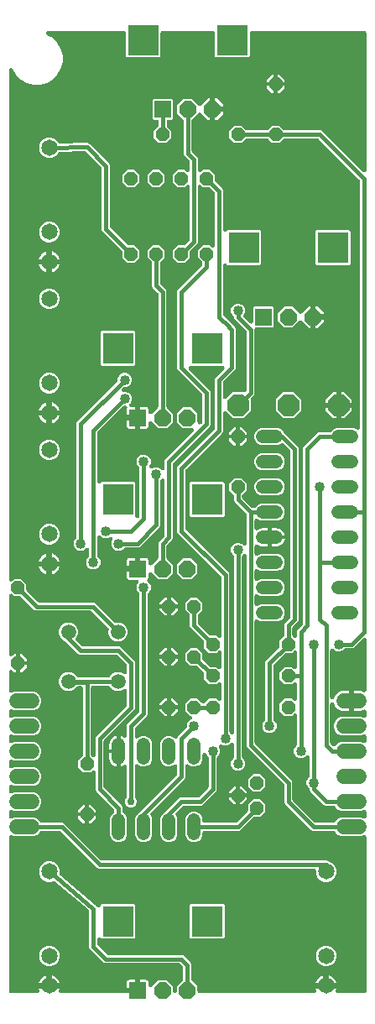
<source format=gbr>
G04 EAGLE Gerber RS-274X export*
G75*
%MOMM*%
%FSLAX34Y34*%
%LPD*%
%INBottom Copper*%
%IPPOS*%
%AMOC8*
5,1,8,0,0,1.08239X$1,22.5*%
G01*
%ADD10C,1.524000*%
%ADD11C,1.650000*%
%ADD12R,1.676400X1.676400*%
%ADD13P,1.814519X8X292.500000*%
%ADD14R,3.116000X3.116000*%
%ADD15P,1.429621X8X292.500000*%
%ADD16P,1.429621X8X22.500000*%
%ADD17C,1.320800*%
%ADD18P,1.429621X8X202.500000*%
%ADD19C,1.508000*%
%ADD20P,1.429621X8X112.500000*%
%ADD21P,2.336880X8X112.500000*%
%ADD22C,0.406400*%
%ADD23C,1.016000*%
%ADD24R,1.006400X1.006400*%
%ADD25C,0.756400*%

G36*
X39232Y10170D02*
X39232Y10170D01*
X39326Y10169D01*
X39432Y10190D01*
X39540Y10201D01*
X39629Y10228D01*
X39721Y10246D01*
X39821Y10287D01*
X39925Y10319D01*
X40007Y10363D01*
X40093Y10399D01*
X40184Y10459D01*
X40279Y10511D01*
X40351Y10570D01*
X40428Y10622D01*
X40505Y10699D01*
X40588Y10768D01*
X40647Y10841D01*
X40713Y10907D01*
X40773Y10997D01*
X40841Y11082D01*
X40884Y11165D01*
X40935Y11243D01*
X40976Y11343D01*
X41026Y11439D01*
X41052Y11529D01*
X41087Y11615D01*
X41108Y11722D01*
X41138Y11826D01*
X41145Y11919D01*
X41163Y12011D01*
X41162Y12119D01*
X41171Y12228D01*
X41160Y12320D01*
X41159Y12413D01*
X41136Y12520D01*
X41124Y12627D01*
X41095Y12716D01*
X41075Y12807D01*
X41025Y12931D01*
X40999Y13010D01*
X40974Y13053D01*
X40949Y13114D01*
X40800Y13408D01*
X40347Y14801D01*
X50082Y14801D01*
X50100Y14802D01*
X50117Y14801D01*
X50300Y14822D01*
X50482Y14841D01*
X50499Y14846D01*
X50517Y14848D01*
X50692Y14905D01*
X50792Y14936D01*
X50799Y14932D01*
X50977Y14884D01*
X51152Y14834D01*
X51170Y14832D01*
X51187Y14828D01*
X51518Y14801D01*
X61253Y14801D01*
X60800Y13408D01*
X60651Y13114D01*
X60617Y13027D01*
X60574Y12945D01*
X60544Y12840D01*
X60504Y12739D01*
X60488Y12647D01*
X60462Y12558D01*
X60453Y12449D01*
X60435Y12343D01*
X60437Y12249D01*
X60429Y12156D01*
X60442Y12049D01*
X60445Y11940D01*
X60465Y11849D01*
X60476Y11757D01*
X60510Y11653D01*
X60534Y11548D01*
X60572Y11463D01*
X60601Y11374D01*
X60655Y11279D01*
X60699Y11180D01*
X60753Y11105D01*
X60799Y11023D01*
X60870Y10941D01*
X60933Y10853D01*
X61001Y10789D01*
X61062Y10718D01*
X61148Y10652D01*
X61227Y10578D01*
X61307Y10529D01*
X61380Y10472D01*
X61478Y10423D01*
X61570Y10366D01*
X61657Y10334D01*
X61741Y10292D01*
X61846Y10264D01*
X61948Y10227D01*
X62040Y10212D01*
X62130Y10188D01*
X62264Y10177D01*
X62345Y10164D01*
X62395Y10166D01*
X62460Y10161D01*
X139382Y10161D01*
X139400Y10163D01*
X139417Y10161D01*
X139600Y10182D01*
X139782Y10201D01*
X139799Y10206D01*
X139817Y10208D01*
X139992Y10265D01*
X140167Y10319D01*
X140183Y10327D01*
X140200Y10333D01*
X140360Y10423D01*
X140521Y10511D01*
X140535Y10522D01*
X140551Y10531D01*
X140690Y10651D01*
X140831Y10768D01*
X140842Y10782D01*
X140855Y10794D01*
X140968Y10939D01*
X141083Y11082D01*
X141091Y11098D01*
X141102Y11112D01*
X141182Y11273D01*
X141219Y11277D01*
X141236Y11282D01*
X141253Y11284D01*
X141428Y11341D01*
X141604Y11395D01*
X141619Y11403D01*
X141636Y11409D01*
X141796Y11499D01*
X141958Y11587D01*
X141971Y11598D01*
X141987Y11607D01*
X142126Y11727D01*
X142267Y11845D01*
X142278Y11858D01*
X142292Y11870D01*
X142404Y12015D01*
X142519Y12158D01*
X142527Y12174D01*
X142538Y12188D01*
X142620Y12353D01*
X142705Y12516D01*
X142710Y12533D01*
X142718Y12549D01*
X142765Y12727D01*
X142816Y12902D01*
X142818Y12920D01*
X142822Y12937D01*
X142849Y13268D01*
X142849Y23473D01*
X148817Y23473D01*
X149463Y23300D01*
X150042Y22965D01*
X150515Y22492D01*
X150850Y21913D01*
X151023Y21267D01*
X151023Y18105D01*
X151024Y18096D01*
X151023Y18087D01*
X151044Y17894D01*
X151063Y17705D01*
X151065Y17696D01*
X151066Y17687D01*
X151124Y17503D01*
X151181Y17320D01*
X151185Y17312D01*
X151188Y17303D01*
X151281Y17135D01*
X151373Y16966D01*
X151378Y16959D01*
X151383Y16951D01*
X151507Y16804D01*
X151630Y16656D01*
X151637Y16651D01*
X151643Y16644D01*
X151794Y16525D01*
X151944Y16404D01*
X151952Y16400D01*
X151959Y16394D01*
X152132Y16307D01*
X152301Y16219D01*
X152310Y16216D01*
X152318Y16212D01*
X152504Y16160D01*
X152688Y16107D01*
X152697Y16106D01*
X152706Y16104D01*
X152899Y16090D01*
X153090Y16074D01*
X153098Y16075D01*
X153107Y16075D01*
X153300Y16099D01*
X153489Y16121D01*
X153498Y16124D01*
X153507Y16125D01*
X153690Y16186D01*
X153872Y16246D01*
X153880Y16250D01*
X153888Y16253D01*
X154055Y16349D01*
X154223Y16444D01*
X154230Y16450D01*
X154237Y16454D01*
X154490Y16669D01*
X160786Y22965D01*
X169414Y22965D01*
X175515Y16864D01*
X175515Y12192D01*
X175517Y12174D01*
X175515Y12156D01*
X175536Y11974D01*
X175555Y11791D01*
X175560Y11774D01*
X175562Y11757D01*
X175619Y11582D01*
X175673Y11406D01*
X175681Y11391D01*
X175687Y11374D01*
X175777Y11214D01*
X175865Y11052D01*
X175876Y11039D01*
X175885Y11023D01*
X176005Y10884D01*
X176122Y10743D01*
X176136Y10732D01*
X176148Y10718D01*
X176293Y10606D01*
X176436Y10491D01*
X176452Y10483D01*
X176466Y10472D01*
X176631Y10390D01*
X176793Y10305D01*
X176810Y10300D01*
X176826Y10292D01*
X177005Y10245D01*
X177180Y10194D01*
X177198Y10192D01*
X177215Y10188D01*
X177546Y10161D01*
X177654Y10161D01*
X177672Y10163D01*
X177690Y10161D01*
X177872Y10182D01*
X178055Y10201D01*
X178072Y10206D01*
X178089Y10208D01*
X178264Y10265D01*
X178440Y10319D01*
X178455Y10327D01*
X178472Y10333D01*
X178632Y10423D01*
X178794Y10511D01*
X178807Y10522D01*
X178823Y10531D01*
X178962Y10651D01*
X179103Y10768D01*
X179114Y10782D01*
X179128Y10794D01*
X179240Y10939D01*
X179355Y11082D01*
X179363Y11098D01*
X179374Y11112D01*
X179456Y11277D01*
X179541Y11439D01*
X179546Y11456D01*
X179554Y11472D01*
X179601Y11651D01*
X179652Y11826D01*
X179654Y11844D01*
X179658Y11861D01*
X179685Y12192D01*
X179685Y16864D01*
X185440Y22619D01*
X185457Y22640D01*
X185478Y22657D01*
X185585Y22795D01*
X185695Y22930D01*
X185708Y22954D01*
X185724Y22975D01*
X185802Y23132D01*
X185884Y23286D01*
X185892Y23312D01*
X185904Y23336D01*
X185949Y23505D01*
X185999Y23672D01*
X186001Y23699D01*
X186008Y23725D01*
X186035Y24055D01*
X186035Y35978D01*
X186033Y36005D01*
X186035Y36032D01*
X186013Y36205D01*
X185995Y36379D01*
X185987Y36405D01*
X185984Y36432D01*
X185928Y36597D01*
X185877Y36764D01*
X185864Y36787D01*
X185856Y36813D01*
X185769Y36964D01*
X185685Y37118D01*
X185668Y37138D01*
X185655Y37162D01*
X185440Y37415D01*
X183062Y39791D01*
X183042Y39808D01*
X183024Y39828D01*
X182886Y39935D01*
X182750Y40046D01*
X182727Y40058D01*
X182706Y40074D01*
X182549Y40152D01*
X182395Y40234D01*
X182370Y40242D01*
X182346Y40254D01*
X182176Y40299D01*
X182009Y40349D01*
X181983Y40351D01*
X181957Y40358D01*
X181626Y40385D01*
X107141Y40385D01*
X105648Y41004D01*
X91804Y54848D01*
X91185Y56341D01*
X91185Y92407D01*
X91174Y92522D01*
X91172Y92638D01*
X91154Y92722D01*
X91145Y92808D01*
X91112Y92918D01*
X91087Y93031D01*
X91053Y93110D01*
X91027Y93193D01*
X90972Y93295D01*
X90926Y93400D01*
X90877Y93471D01*
X90835Y93547D01*
X90762Y93635D01*
X90696Y93730D01*
X90623Y93802D01*
X90578Y93856D01*
X90526Y93898D01*
X90460Y93963D01*
X56391Y122552D01*
X56279Y122629D01*
X56173Y122712D01*
X56113Y122742D01*
X56058Y122779D01*
X55934Y122832D01*
X55813Y122893D01*
X55749Y122910D01*
X55687Y122936D01*
X55555Y122963D01*
X55424Y122999D01*
X55358Y123004D01*
X55293Y123017D01*
X55157Y123017D01*
X55023Y123027D01*
X54957Y123018D01*
X54890Y123018D01*
X54758Y122992D01*
X54624Y122975D01*
X54551Y122951D01*
X54495Y122940D01*
X54423Y122910D01*
X54308Y122873D01*
X52845Y122267D01*
X48755Y122267D01*
X44975Y123833D01*
X42083Y126725D01*
X40517Y130505D01*
X40517Y134595D01*
X42083Y138375D01*
X44975Y141267D01*
X48755Y142833D01*
X52845Y142833D01*
X56625Y141267D01*
X59517Y138375D01*
X61083Y134595D01*
X61083Y130175D01*
X61094Y130060D01*
X61096Y129945D01*
X61114Y129860D01*
X61123Y129774D01*
X61156Y129664D01*
X61181Y129551D01*
X61215Y129472D01*
X61241Y129389D01*
X61296Y129288D01*
X61342Y129182D01*
X61391Y129111D01*
X61433Y129035D01*
X61506Y128947D01*
X61572Y128852D01*
X61645Y128780D01*
X61690Y128726D01*
X61742Y128685D01*
X61808Y128619D01*
X97144Y98967D01*
X97263Y98886D01*
X97377Y98798D01*
X97436Y98768D01*
X97477Y98740D01*
X97532Y98716D01*
X97936Y98312D01*
X97992Y98267D01*
X98067Y98193D01*
X98513Y97818D01*
X98573Y97714D01*
X98616Y97664D01*
X98643Y97622D01*
X98701Y97563D01*
X98765Y97488D01*
X98769Y97479D01*
X98772Y97476D01*
X98775Y97472D01*
X98900Y97321D01*
X99026Y97169D01*
X99029Y97166D01*
X99032Y97162D01*
X99183Y97041D01*
X99338Y96915D01*
X99343Y96913D01*
X99346Y96910D01*
X99518Y96821D01*
X99695Y96728D01*
X99699Y96727D01*
X99703Y96724D01*
X99894Y96670D01*
X100081Y96615D01*
X100086Y96614D01*
X100090Y96613D01*
X100287Y96597D01*
X100482Y96580D01*
X100487Y96581D01*
X100492Y96580D01*
X100685Y96603D01*
X100882Y96625D01*
X100887Y96627D01*
X100891Y96627D01*
X101079Y96688D01*
X101266Y96748D01*
X101270Y96750D01*
X101274Y96752D01*
X101446Y96849D01*
X101617Y96945D01*
X101621Y96948D01*
X101625Y96950D01*
X101772Y97077D01*
X101923Y97206D01*
X101926Y97210D01*
X101930Y97213D01*
X102049Y97367D01*
X102171Y97523D01*
X102174Y97527D01*
X102176Y97531D01*
X102265Y97710D01*
X102352Y97883D01*
X102353Y97887D01*
X102356Y97892D01*
X102408Y98087D01*
X102459Y98271D01*
X102459Y98276D01*
X102460Y98280D01*
X102487Y98611D01*
X102487Y98972D01*
X103678Y100163D01*
X136522Y100163D01*
X137713Y98972D01*
X137713Y66128D01*
X136522Y64937D01*
X103678Y64937D01*
X102782Y65833D01*
X102775Y65839D01*
X102770Y65846D01*
X102619Y65967D01*
X102471Y66088D01*
X102463Y66092D01*
X102456Y66098D01*
X102286Y66186D01*
X102115Y66277D01*
X102106Y66279D01*
X102099Y66283D01*
X101914Y66336D01*
X101729Y66391D01*
X101720Y66392D01*
X101712Y66395D01*
X101521Y66410D01*
X101328Y66428D01*
X101319Y66427D01*
X101310Y66428D01*
X101121Y66405D01*
X100928Y66384D01*
X100919Y66382D01*
X100911Y66381D01*
X100729Y66321D01*
X100544Y66263D01*
X100536Y66259D01*
X100528Y66256D01*
X100361Y66162D01*
X100192Y66068D01*
X100185Y66062D01*
X100177Y66058D01*
X100032Y65933D01*
X99885Y65808D01*
X99879Y65801D01*
X99872Y65795D01*
X99756Y65644D01*
X99635Y65492D01*
X99631Y65484D01*
X99626Y65477D01*
X99541Y65306D01*
X99453Y65133D01*
X99450Y65124D01*
X99446Y65116D01*
X99397Y64931D01*
X99345Y64745D01*
X99344Y64736D01*
X99342Y64727D01*
X99315Y64397D01*
X99315Y59675D01*
X99317Y59648D01*
X99315Y59622D01*
X99337Y59448D01*
X99355Y59274D01*
X99362Y59249D01*
X99366Y59222D01*
X99421Y59057D01*
X99473Y58890D01*
X99486Y58866D01*
X99494Y58841D01*
X99581Y58689D01*
X99665Y58535D01*
X99682Y58515D01*
X99695Y58492D01*
X99910Y58239D01*
X109039Y49110D01*
X109059Y49093D01*
X109077Y49072D01*
X109215Y48965D01*
X109350Y48855D01*
X109374Y48842D01*
X109395Y48826D01*
X109552Y48748D01*
X109706Y48666D01*
X109731Y48658D01*
X109756Y48646D01*
X109925Y48601D01*
X110092Y48551D01*
X110118Y48549D01*
X110144Y48542D01*
X110475Y48515D01*
X184147Y48515D01*
X184148Y48515D01*
X184958Y48515D01*
X185691Y48211D01*
X185692Y48211D01*
X186452Y47896D01*
X187021Y47328D01*
X187021Y47327D01*
X192116Y42236D01*
X192120Y42233D01*
X192975Y41378D01*
X193546Y40808D01*
X193851Y40071D01*
X193851Y40070D01*
X194165Y39314D01*
X194165Y38506D01*
X194165Y38505D01*
X194165Y37305D01*
X194165Y37301D01*
X194165Y37298D01*
X194165Y37293D01*
X194165Y24055D01*
X194167Y24029D01*
X194165Y24002D01*
X194187Y23828D01*
X194205Y23655D01*
X194212Y23629D01*
X194216Y23602D01*
X194272Y23437D01*
X194323Y23270D01*
X194336Y23246D01*
X194344Y23221D01*
X194431Y23069D01*
X194515Y22916D01*
X194532Y22895D01*
X194545Y22872D01*
X194760Y22619D01*
X200515Y16864D01*
X200515Y12192D01*
X200517Y12174D01*
X200515Y12156D01*
X200536Y11974D01*
X200555Y11791D01*
X200560Y11774D01*
X200562Y11757D01*
X200619Y11582D01*
X200673Y11406D01*
X200681Y11391D01*
X200687Y11374D01*
X200777Y11214D01*
X200865Y11052D01*
X200876Y11039D01*
X200885Y11023D01*
X201005Y10884D01*
X201122Y10743D01*
X201136Y10732D01*
X201148Y10718D01*
X201293Y10606D01*
X201436Y10491D01*
X201452Y10483D01*
X201466Y10472D01*
X201631Y10390D01*
X201793Y10305D01*
X201810Y10300D01*
X201826Y10292D01*
X202005Y10245D01*
X202180Y10194D01*
X202198Y10192D01*
X202215Y10188D01*
X202546Y10161D01*
X318540Y10161D01*
X318632Y10170D01*
X318726Y10169D01*
X318832Y10190D01*
X318940Y10201D01*
X319029Y10228D01*
X319121Y10246D01*
X319221Y10287D01*
X319325Y10319D01*
X319407Y10363D01*
X319493Y10399D01*
X319584Y10459D01*
X319679Y10511D01*
X319751Y10570D01*
X319828Y10622D01*
X319905Y10699D01*
X319988Y10768D01*
X320047Y10841D01*
X320113Y10907D01*
X320173Y10997D01*
X320241Y11082D01*
X320284Y11165D01*
X320335Y11243D01*
X320376Y11343D01*
X320426Y11439D01*
X320452Y11529D01*
X320487Y11615D01*
X320508Y11722D01*
X320538Y11826D01*
X320545Y11919D01*
X320563Y12011D01*
X320562Y12119D01*
X320571Y12228D01*
X320560Y12320D01*
X320559Y12413D01*
X320536Y12520D01*
X320524Y12627D01*
X320495Y12716D01*
X320475Y12807D01*
X320425Y12931D01*
X320399Y13010D01*
X320374Y13053D01*
X320349Y13114D01*
X320200Y13408D01*
X319747Y14801D01*
X329482Y14801D01*
X329500Y14802D01*
X329517Y14801D01*
X329700Y14822D01*
X329882Y14841D01*
X329899Y14846D01*
X329917Y14848D01*
X330092Y14905D01*
X330192Y14936D01*
X330199Y14932D01*
X330377Y14884D01*
X330552Y14834D01*
X330570Y14832D01*
X330587Y14828D01*
X330918Y14801D01*
X340653Y14801D01*
X340200Y13408D01*
X340051Y13114D01*
X340017Y13027D01*
X339974Y12945D01*
X339944Y12840D01*
X339904Y12739D01*
X339888Y12647D01*
X339862Y12558D01*
X339853Y12449D01*
X339835Y12343D01*
X339837Y12249D01*
X339829Y12156D01*
X339842Y12049D01*
X339845Y11940D01*
X339865Y11849D01*
X339876Y11757D01*
X339910Y11653D01*
X339934Y11548D01*
X339972Y11463D01*
X340001Y11374D01*
X340055Y11279D01*
X340099Y11180D01*
X340153Y11105D01*
X340199Y11023D01*
X340270Y10941D01*
X340333Y10853D01*
X340401Y10789D01*
X340462Y10718D01*
X340548Y10652D01*
X340627Y10578D01*
X340707Y10529D01*
X340780Y10472D01*
X340878Y10423D01*
X340970Y10366D01*
X341057Y10334D01*
X341141Y10292D01*
X341246Y10264D01*
X341348Y10227D01*
X341440Y10212D01*
X341530Y10188D01*
X341664Y10177D01*
X341745Y10164D01*
X341795Y10166D01*
X341860Y10161D01*
X368808Y10161D01*
X368826Y10163D01*
X368844Y10161D01*
X369026Y10182D01*
X369209Y10201D01*
X369226Y10206D01*
X369243Y10208D01*
X369418Y10265D01*
X369594Y10319D01*
X369609Y10327D01*
X369626Y10333D01*
X369786Y10423D01*
X369948Y10511D01*
X369961Y10522D01*
X369977Y10531D01*
X370116Y10651D01*
X370257Y10768D01*
X370268Y10782D01*
X370282Y10794D01*
X370394Y10939D01*
X370509Y11082D01*
X370517Y11098D01*
X370528Y11112D01*
X370610Y11277D01*
X370695Y11439D01*
X370700Y11456D01*
X370708Y11472D01*
X370755Y11651D01*
X370806Y11826D01*
X370808Y11844D01*
X370812Y11861D01*
X370839Y12192D01*
X370839Y167468D01*
X370838Y167481D01*
X370839Y167495D01*
X370818Y167681D01*
X370799Y167869D01*
X370795Y167881D01*
X370794Y167895D01*
X370736Y168074D01*
X370681Y168254D01*
X370675Y168265D01*
X370671Y168278D01*
X370579Y168443D01*
X370489Y168608D01*
X370481Y168618D01*
X370474Y168630D01*
X370352Y168772D01*
X370232Y168917D01*
X370221Y168925D01*
X370213Y168935D01*
X370065Y169051D01*
X369918Y169169D01*
X369906Y169175D01*
X369896Y169184D01*
X369727Y169268D01*
X369561Y169355D01*
X369548Y169358D01*
X369536Y169364D01*
X369355Y169414D01*
X369174Y169466D01*
X369160Y169467D01*
X369147Y169471D01*
X368959Y169484D01*
X368772Y169499D01*
X368759Y169497D01*
X368746Y169498D01*
X368558Y169474D01*
X368373Y169452D01*
X368360Y169448D01*
X368347Y169446D01*
X368031Y169345D01*
X365140Y168147D01*
X346060Y168147D01*
X342512Y169617D01*
X339797Y172332D01*
X339735Y172481D01*
X339725Y172501D01*
X339718Y172522D01*
X339629Y172678D01*
X339545Y172836D01*
X339531Y172853D01*
X339520Y172873D01*
X339403Y173008D01*
X339288Y173147D01*
X339271Y173161D01*
X339257Y173178D01*
X339115Y173287D01*
X338976Y173400D01*
X338956Y173411D01*
X338938Y173424D01*
X338778Y173504D01*
X338619Y173587D01*
X338598Y173594D01*
X338578Y173604D01*
X338405Y173650D01*
X338233Y173700D01*
X338211Y173702D01*
X338189Y173708D01*
X337858Y173735D01*
X316691Y173735D01*
X315198Y174354D01*
X288654Y200898D01*
X288035Y202391D01*
X288035Y219725D01*
X288033Y219752D01*
X288035Y219778D01*
X288013Y219952D01*
X287995Y220126D01*
X287988Y220151D01*
X287984Y220178D01*
X287929Y220343D01*
X287877Y220510D01*
X287864Y220534D01*
X287856Y220559D01*
X287769Y220711D01*
X287685Y220865D01*
X287668Y220885D01*
X287655Y220908D01*
X287440Y221161D01*
X250554Y258048D01*
X249935Y259541D01*
X249935Y450872D01*
X249934Y450881D01*
X249935Y450890D01*
X249915Y451081D01*
X249895Y451273D01*
X249893Y451282D01*
X249892Y451291D01*
X249834Y451474D01*
X249777Y451658D01*
X249773Y451666D01*
X249770Y451674D01*
X249677Y451843D01*
X249585Y452012D01*
X249580Y452019D01*
X249575Y452027D01*
X249450Y452174D01*
X249328Y452321D01*
X249321Y452327D01*
X249315Y452334D01*
X249164Y452453D01*
X249014Y452574D01*
X249006Y452578D01*
X248999Y452583D01*
X248826Y452671D01*
X248657Y452759D01*
X248648Y452762D01*
X248640Y452766D01*
X248454Y452818D01*
X248270Y452871D01*
X248261Y452871D01*
X248252Y452874D01*
X248060Y452888D01*
X247868Y452903D01*
X247860Y452902D01*
X247851Y452903D01*
X247659Y452879D01*
X247469Y452857D01*
X247460Y452854D01*
X247451Y452853D01*
X247269Y452791D01*
X247086Y452732D01*
X247078Y452727D01*
X247070Y452724D01*
X246902Y452628D01*
X246735Y452534D01*
X246728Y452528D01*
X246721Y452523D01*
X246468Y452309D01*
X245960Y451801D01*
X245943Y451780D01*
X245922Y451763D01*
X245815Y451624D01*
X245705Y451489D01*
X245692Y451466D01*
X245676Y451444D01*
X245598Y451288D01*
X245516Y451133D01*
X245508Y451108D01*
X245496Y451084D01*
X245451Y450914D01*
X245401Y450748D01*
X245399Y450721D01*
X245392Y450695D01*
X245365Y450364D01*
X245365Y248136D01*
X245367Y248109D01*
X245365Y248082D01*
X245387Y247908D01*
X245405Y247735D01*
X245412Y247709D01*
X245416Y247683D01*
X245471Y247517D01*
X245523Y247350D01*
X245536Y247326D01*
X245544Y247301D01*
X245631Y247149D01*
X245715Y246996D01*
X245732Y246976D01*
X245745Y246952D01*
X245960Y246699D01*
X247330Y245329D01*
X248413Y242715D01*
X248413Y239885D01*
X247330Y237271D01*
X245329Y235270D01*
X242715Y234187D01*
X239885Y234187D01*
X237271Y235270D01*
X235270Y237271D01*
X234187Y239885D01*
X234187Y242715D01*
X235270Y245329D01*
X236640Y246699D01*
X236657Y246720D01*
X236678Y246737D01*
X236785Y246875D01*
X236895Y247011D01*
X236908Y247034D01*
X236924Y247056D01*
X237002Y247212D01*
X237084Y247366D01*
X237092Y247392D01*
X237104Y247416D01*
X237149Y247585D01*
X237199Y247752D01*
X237201Y247779D01*
X237208Y247805D01*
X237235Y248136D01*
X237235Y260372D01*
X237234Y260381D01*
X237235Y260390D01*
X237214Y260582D01*
X237195Y260773D01*
X237193Y260782D01*
X237192Y260791D01*
X237134Y260973D01*
X237077Y261158D01*
X237073Y261166D01*
X237070Y261174D01*
X236977Y261343D01*
X236885Y261512D01*
X236880Y261519D01*
X236875Y261527D01*
X236750Y261675D01*
X236628Y261821D01*
X236621Y261827D01*
X236615Y261834D01*
X236464Y261953D01*
X236314Y262074D01*
X236306Y262078D01*
X236299Y262083D01*
X236128Y262170D01*
X235957Y262259D01*
X235948Y262262D01*
X235940Y262266D01*
X235754Y262317D01*
X235570Y262371D01*
X235561Y262371D01*
X235552Y262374D01*
X235360Y262388D01*
X235168Y262403D01*
X235160Y262402D01*
X235151Y262403D01*
X234958Y262379D01*
X234769Y262357D01*
X234760Y262354D01*
X234751Y262353D01*
X234568Y262291D01*
X234386Y262232D01*
X234378Y262227D01*
X234370Y262224D01*
X234204Y262129D01*
X234035Y262034D01*
X234028Y262028D01*
X234021Y262023D01*
X233768Y261809D01*
X232629Y260670D01*
X230015Y259587D01*
X227185Y259587D01*
X224593Y260661D01*
X224584Y260664D01*
X224576Y260668D01*
X224392Y260722D01*
X224208Y260777D01*
X224199Y260778D01*
X224190Y260781D01*
X223999Y260797D01*
X223807Y260816D01*
X223798Y260815D01*
X223789Y260815D01*
X223598Y260794D01*
X223406Y260774D01*
X223398Y260771D01*
X223389Y260770D01*
X223204Y260711D01*
X223022Y260654D01*
X223014Y260650D01*
X223006Y260647D01*
X222836Y260553D01*
X222669Y260461D01*
X222662Y260455D01*
X222654Y260451D01*
X222509Y260326D01*
X222361Y260202D01*
X222355Y260195D01*
X222348Y260189D01*
X222230Y260038D01*
X222110Y259887D01*
X222106Y259879D01*
X222100Y259872D01*
X222014Y259700D01*
X221926Y259529D01*
X221923Y259520D01*
X221919Y259512D01*
X221868Y259327D01*
X221816Y259141D01*
X221815Y259133D01*
X221813Y259124D01*
X221799Y258928D01*
X221785Y258740D01*
X221786Y258731D01*
X221785Y258722D01*
X221810Y258530D01*
X221833Y258340D01*
X221836Y258332D01*
X221837Y258323D01*
X221939Y258007D01*
X223013Y255415D01*
X223013Y252585D01*
X221930Y249971D01*
X220560Y248601D01*
X220543Y248580D01*
X220522Y248563D01*
X220415Y248425D01*
X220305Y248289D01*
X220292Y248266D01*
X220276Y248244D01*
X220198Y248088D01*
X220116Y247934D01*
X220108Y247908D01*
X220096Y247884D01*
X220051Y247715D01*
X220001Y247548D01*
X219999Y247521D01*
X219992Y247495D01*
X219965Y247164D01*
X219965Y215091D01*
X219346Y213598D01*
X205502Y199754D01*
X204009Y199135D01*
X186675Y199135D01*
X186648Y199133D01*
X186622Y199135D01*
X186448Y199113D01*
X186274Y199095D01*
X186249Y199088D01*
X186222Y199084D01*
X186057Y199029D01*
X185890Y198977D01*
X185866Y198964D01*
X185841Y198956D01*
X185689Y198869D01*
X185535Y198785D01*
X185515Y198768D01*
X185492Y198755D01*
X185239Y198540D01*
X178820Y192121D01*
X178808Y192107D01*
X178795Y192096D01*
X178681Y191952D01*
X178565Y191810D01*
X178556Y191794D01*
X178545Y191780D01*
X178462Y191617D01*
X178376Y191454D01*
X178371Y191437D01*
X178363Y191421D01*
X178314Y191245D01*
X178261Y191068D01*
X178259Y191050D01*
X178255Y191033D01*
X178241Y190851D01*
X178225Y190667D01*
X178227Y190649D01*
X178225Y190631D01*
X178248Y190450D01*
X178268Y190267D01*
X178274Y190250D01*
X178276Y190232D01*
X178334Y190058D01*
X178390Y189883D01*
X178398Y189867D01*
X178404Y189850D01*
X178496Y189691D01*
X178584Y189531D01*
X178596Y189517D01*
X178605Y189501D01*
X178765Y189313D01*
X180087Y186122D01*
X180087Y169478D01*
X178772Y166304D01*
X176342Y163874D01*
X173168Y162559D01*
X169732Y162559D01*
X166558Y163874D01*
X164128Y166304D01*
X162813Y169478D01*
X162813Y186122D01*
X164128Y189296D01*
X166558Y191726D01*
X166988Y191904D01*
X167012Y191917D01*
X167037Y191925D01*
X167188Y192011D01*
X167343Y192094D01*
X167364Y192111D01*
X167387Y192125D01*
X167518Y192239D01*
X167653Y192351D01*
X167670Y192372D01*
X167690Y192389D01*
X167797Y192528D01*
X167907Y192663D01*
X167919Y192687D01*
X167936Y192708D01*
X167963Y192762D01*
X181848Y206646D01*
X183341Y207265D01*
X200675Y207265D01*
X200702Y207267D01*
X200728Y207265D01*
X200902Y207287D01*
X201076Y207305D01*
X201101Y207312D01*
X201128Y207316D01*
X201293Y207371D01*
X201460Y207423D01*
X201484Y207436D01*
X201509Y207444D01*
X201661Y207531D01*
X201815Y207615D01*
X201835Y207632D01*
X201858Y207645D01*
X202111Y207860D01*
X211240Y216989D01*
X211257Y217009D01*
X211278Y217027D01*
X211385Y217165D01*
X211495Y217300D01*
X211508Y217324D01*
X211524Y217345D01*
X211602Y217502D01*
X211684Y217656D01*
X211692Y217681D01*
X211704Y217706D01*
X211749Y217875D01*
X211799Y218042D01*
X211801Y218068D01*
X211808Y218094D01*
X211835Y218425D01*
X211835Y247164D01*
X211833Y247191D01*
X211835Y247218D01*
X211813Y247392D01*
X211795Y247565D01*
X211788Y247591D01*
X211784Y247617D01*
X211729Y247783D01*
X211677Y247950D01*
X211664Y247974D01*
X211656Y247999D01*
X211569Y248151D01*
X211485Y248304D01*
X211468Y248324D01*
X211455Y248348D01*
X211240Y248601D01*
X209870Y249971D01*
X209395Y251119D01*
X209393Y251123D01*
X209391Y251127D01*
X209298Y251300D01*
X209204Y251474D01*
X209202Y251477D01*
X209199Y251481D01*
X209075Y251630D01*
X208948Y251784D01*
X208945Y251787D01*
X208942Y251790D01*
X208789Y251913D01*
X208635Y252038D01*
X208631Y252040D01*
X208628Y252043D01*
X208455Y252133D01*
X208279Y252225D01*
X208275Y252226D01*
X208271Y252228D01*
X208083Y252282D01*
X207892Y252338D01*
X207888Y252338D01*
X207884Y252340D01*
X207686Y252356D01*
X207491Y252373D01*
X207487Y252372D01*
X207482Y252373D01*
X207288Y252350D01*
X207091Y252328D01*
X207087Y252326D01*
X207083Y252326D01*
X206897Y252265D01*
X206708Y252204D01*
X206704Y252202D01*
X206700Y252201D01*
X206528Y252104D01*
X206356Y252008D01*
X206353Y252005D01*
X206349Y252003D01*
X206201Y251875D01*
X206051Y251746D01*
X206048Y251743D01*
X206044Y251740D01*
X205924Y251585D01*
X205802Y251429D01*
X205800Y251425D01*
X205798Y251422D01*
X205709Y251244D01*
X205622Y251069D01*
X205620Y251065D01*
X205618Y251061D01*
X205567Y250869D01*
X205515Y250681D01*
X205515Y250677D01*
X205514Y250672D01*
X205487Y250342D01*
X205487Y245678D01*
X204172Y242504D01*
X201742Y240074D01*
X200438Y239534D01*
X198568Y238759D01*
X195132Y238759D01*
X191958Y240074D01*
X191682Y240350D01*
X191675Y240355D01*
X191670Y240362D01*
X191520Y240483D01*
X191371Y240605D01*
X191363Y240609D01*
X191356Y240614D01*
X191186Y240703D01*
X191015Y240793D01*
X191006Y240796D01*
X190999Y240800D01*
X190815Y240853D01*
X190629Y240908D01*
X190620Y240909D01*
X190612Y240911D01*
X190421Y240927D01*
X190228Y240944D01*
X190219Y240943D01*
X190210Y240944D01*
X190021Y240922D01*
X189828Y240901D01*
X189819Y240898D01*
X189811Y240897D01*
X189628Y240838D01*
X189444Y240780D01*
X189436Y240775D01*
X189428Y240772D01*
X189259Y240677D01*
X189092Y240585D01*
X189085Y240579D01*
X189077Y240575D01*
X188932Y240449D01*
X188785Y240324D01*
X188779Y240317D01*
X188772Y240311D01*
X188655Y240160D01*
X188535Y240008D01*
X188531Y240000D01*
X188526Y239993D01*
X188439Y239819D01*
X188353Y239649D01*
X188350Y239641D01*
X188346Y239633D01*
X188296Y239445D01*
X188245Y239262D01*
X188244Y239253D01*
X188242Y239244D01*
X188215Y238913D01*
X188215Y227791D01*
X187596Y226298D01*
X186167Y224868D01*
X153420Y192121D01*
X153408Y192107D01*
X153395Y192096D01*
X153281Y191952D01*
X153165Y191810D01*
X153156Y191794D01*
X153145Y191780D01*
X153062Y191616D01*
X152976Y191454D01*
X152971Y191437D01*
X152963Y191421D01*
X152914Y191244D01*
X152861Y191068D01*
X152859Y191050D01*
X152855Y191033D01*
X152841Y190851D01*
X152825Y190667D01*
X152827Y190649D01*
X152825Y190631D01*
X152848Y190450D01*
X152868Y190267D01*
X152874Y190250D01*
X152876Y190232D01*
X152934Y190058D01*
X152990Y189883D01*
X152998Y189867D01*
X153004Y189850D01*
X153096Y189691D01*
X153184Y189531D01*
X153196Y189517D01*
X153205Y189501D01*
X153365Y189313D01*
X154687Y186122D01*
X154687Y169478D01*
X153372Y166304D01*
X150942Y163874D01*
X147768Y162559D01*
X144332Y162559D01*
X141158Y163874D01*
X138728Y166304D01*
X137413Y169478D01*
X137413Y186122D01*
X138728Y189296D01*
X141158Y191726D01*
X141588Y191904D01*
X141612Y191917D01*
X141637Y191925D01*
X141788Y192011D01*
X141943Y192094D01*
X141964Y192111D01*
X141987Y192125D01*
X142118Y192239D01*
X142253Y192351D01*
X142270Y192372D01*
X142290Y192389D01*
X142397Y192528D01*
X142507Y192663D01*
X142519Y192687D01*
X142536Y192708D01*
X142563Y192762D01*
X179490Y229689D01*
X179507Y229709D01*
X179528Y229727D01*
X179635Y229865D01*
X179745Y230000D01*
X179758Y230024D01*
X179774Y230045D01*
X179852Y230202D01*
X179934Y230356D01*
X179942Y230381D01*
X179954Y230406D01*
X179999Y230575D01*
X180049Y230742D01*
X180051Y230768D01*
X180058Y230794D01*
X180085Y231125D01*
X180085Y238913D01*
X180084Y238922D01*
X180085Y238931D01*
X180065Y239121D01*
X180045Y239314D01*
X180043Y239322D01*
X180042Y239331D01*
X179984Y239514D01*
X179927Y239699D01*
X179923Y239707D01*
X179920Y239715D01*
X179827Y239884D01*
X179735Y240053D01*
X179730Y240060D01*
X179725Y240068D01*
X179601Y240214D01*
X179478Y240362D01*
X179471Y240368D01*
X179465Y240374D01*
X179314Y240494D01*
X179164Y240614D01*
X179156Y240618D01*
X179149Y240624D01*
X178976Y240712D01*
X178807Y240800D01*
X178798Y240802D01*
X178790Y240806D01*
X178603Y240858D01*
X178420Y240911D01*
X178411Y240912D01*
X178402Y240914D01*
X178210Y240928D01*
X178018Y240944D01*
X178010Y240943D01*
X178001Y240944D01*
X177809Y240920D01*
X177619Y240897D01*
X177610Y240894D01*
X177601Y240893D01*
X177419Y240832D01*
X177236Y240772D01*
X177228Y240768D01*
X177220Y240765D01*
X177052Y240669D01*
X176885Y240575D01*
X176878Y240569D01*
X176871Y240564D01*
X176618Y240350D01*
X176342Y240074D01*
X175038Y239534D01*
X173168Y238759D01*
X169732Y238759D01*
X166558Y240074D01*
X164128Y242504D01*
X162813Y245678D01*
X162813Y262322D01*
X164128Y265496D01*
X166558Y267926D01*
X169732Y269241D01*
X173168Y269241D01*
X176342Y267926D01*
X176962Y267307D01*
X176972Y267298D01*
X176981Y267288D01*
X177128Y267170D01*
X177273Y267051D01*
X177285Y267045D01*
X177295Y267037D01*
X177465Y266950D01*
X177629Y266863D01*
X177642Y266859D01*
X177654Y266853D01*
X177835Y266801D01*
X178015Y266748D01*
X178028Y266747D01*
X178041Y266743D01*
X178227Y266729D01*
X178416Y266712D01*
X178429Y266713D01*
X178442Y266712D01*
X178627Y266735D01*
X178816Y266755D01*
X178829Y266759D01*
X178842Y266761D01*
X179019Y266819D01*
X179200Y266877D01*
X179212Y266883D01*
X179224Y266887D01*
X179387Y266980D01*
X179552Y267071D01*
X179562Y267080D01*
X179574Y267087D01*
X179715Y267210D01*
X179859Y267332D01*
X179868Y267342D01*
X179878Y267351D01*
X179992Y267500D01*
X180109Y267648D01*
X180115Y267660D01*
X180123Y267670D01*
X180275Y267966D01*
X180704Y269002D01*
X182133Y270432D01*
X189142Y277441D01*
X189159Y277461D01*
X189180Y277479D01*
X189287Y277617D01*
X189397Y277752D01*
X189410Y277776D01*
X189426Y277797D01*
X189504Y277954D01*
X189586Y278108D01*
X189594Y278133D01*
X189606Y278158D01*
X189651Y278327D01*
X189701Y278494D01*
X189703Y278520D01*
X189710Y278546D01*
X189737Y278877D01*
X189737Y280815D01*
X190820Y283429D01*
X192821Y285430D01*
X193969Y285905D01*
X193973Y285907D01*
X193977Y285909D01*
X194150Y286002D01*
X194324Y286096D01*
X194327Y286098D01*
X194331Y286101D01*
X194480Y286225D01*
X194634Y286352D01*
X194637Y286355D01*
X194640Y286358D01*
X194763Y286511D01*
X194888Y286665D01*
X194890Y286669D01*
X194893Y286672D01*
X194983Y286845D01*
X195075Y287021D01*
X195076Y287025D01*
X195078Y287029D01*
X195130Y287211D01*
X195188Y287408D01*
X195188Y287412D01*
X195190Y287416D01*
X195206Y287614D01*
X195223Y287809D01*
X195222Y287813D01*
X195223Y287818D01*
X195200Y288007D01*
X195178Y288209D01*
X195176Y288213D01*
X195176Y288217D01*
X195115Y288402D01*
X195054Y288592D01*
X195052Y288596D01*
X195051Y288600D01*
X194954Y288772D01*
X194858Y288944D01*
X194855Y288947D01*
X194853Y288951D01*
X194725Y289099D01*
X194596Y289249D01*
X194593Y289252D01*
X194590Y289256D01*
X194435Y289376D01*
X194279Y289498D01*
X194275Y289500D01*
X194272Y289502D01*
X194094Y289591D01*
X193919Y289678D01*
X193915Y289680D01*
X193911Y289682D01*
X193719Y289733D01*
X193531Y289785D01*
X193527Y289785D01*
X193522Y289786D01*
X193280Y289806D01*
X188213Y294873D01*
X188213Y302027D01*
X193273Y307087D01*
X200427Y307087D01*
X204404Y303110D01*
X204425Y303093D01*
X204443Y303072D01*
X204581Y302965D01*
X204716Y302855D01*
X204740Y302842D01*
X204761Y302826D01*
X204917Y302748D01*
X205072Y302666D01*
X205097Y302658D01*
X205121Y302646D01*
X205291Y302601D01*
X205458Y302551D01*
X205484Y302549D01*
X205510Y302542D01*
X205841Y302515D01*
X206909Y302515D01*
X206936Y302517D01*
X206963Y302515D01*
X207136Y302537D01*
X207310Y302555D01*
X207335Y302562D01*
X207362Y302566D01*
X207528Y302622D01*
X207695Y302673D01*
X207718Y302686D01*
X207744Y302694D01*
X207895Y302781D01*
X208049Y302865D01*
X208069Y302882D01*
X208093Y302895D01*
X208346Y303110D01*
X212323Y307087D01*
X219477Y307087D01*
X221068Y305496D01*
X221075Y305491D01*
X221080Y305484D01*
X221230Y305364D01*
X221379Y305241D01*
X221387Y305237D01*
X221394Y305232D01*
X221564Y305143D01*
X221735Y305053D01*
X221744Y305050D01*
X221751Y305046D01*
X221936Y304993D01*
X222121Y304938D01*
X222130Y304937D01*
X222138Y304935D01*
X222329Y304919D01*
X222522Y304902D01*
X222531Y304903D01*
X222540Y304902D01*
X222729Y304924D01*
X222922Y304945D01*
X222931Y304948D01*
X222939Y304949D01*
X223121Y305008D01*
X223306Y305066D01*
X223314Y305071D01*
X223322Y305074D01*
X223491Y305169D01*
X223658Y305261D01*
X223665Y305267D01*
X223673Y305271D01*
X223819Y305397D01*
X223965Y305522D01*
X223971Y305529D01*
X223978Y305535D01*
X224095Y305686D01*
X224215Y305838D01*
X224219Y305846D01*
X224224Y305853D01*
X224310Y306025D01*
X224397Y306197D01*
X224400Y306205D01*
X224404Y306213D01*
X224454Y306399D01*
X224505Y306585D01*
X224506Y306593D01*
X224508Y306602D01*
X224535Y306933D01*
X224535Y321717D01*
X224534Y321726D01*
X224535Y321735D01*
X224514Y321927D01*
X224495Y322118D01*
X224493Y322126D01*
X224492Y322135D01*
X224434Y322318D01*
X224377Y322503D01*
X224373Y322511D01*
X224370Y322519D01*
X224277Y322688D01*
X224185Y322857D01*
X224180Y322864D01*
X224175Y322871D01*
X224050Y323019D01*
X223928Y323166D01*
X223921Y323172D01*
X223915Y323178D01*
X223763Y323298D01*
X223614Y323418D01*
X223606Y323422D01*
X223599Y323428D01*
X223427Y323515D01*
X223257Y323604D01*
X223248Y323606D01*
X223240Y323610D01*
X223054Y323662D01*
X222870Y323715D01*
X222861Y323716D01*
X222852Y323718D01*
X222660Y323733D01*
X222468Y323748D01*
X222460Y323747D01*
X222451Y323748D01*
X222258Y323723D01*
X222069Y323701D01*
X222060Y323699D01*
X222051Y323697D01*
X221868Y323636D01*
X221686Y323576D01*
X221678Y323572D01*
X221670Y323569D01*
X221504Y323474D01*
X221335Y323379D01*
X221328Y323373D01*
X221321Y323368D01*
X221068Y323154D01*
X219477Y321563D01*
X212323Y321563D01*
X207263Y326623D01*
X207263Y332247D01*
X207261Y332274D01*
X207263Y332300D01*
X207241Y332474D01*
X207223Y332648D01*
X207216Y332673D01*
X207212Y332700D01*
X207157Y332865D01*
X207105Y333032D01*
X207092Y333056D01*
X207084Y333081D01*
X206997Y333233D01*
X206913Y333387D01*
X206896Y333407D01*
X206883Y333430D01*
X206668Y333683D01*
X200333Y340018D01*
X200313Y340035D01*
X200295Y340056D01*
X200157Y340163D01*
X200022Y340273D01*
X199998Y340286D01*
X199977Y340302D01*
X199820Y340380D01*
X199666Y340462D01*
X199641Y340470D01*
X199616Y340482D01*
X199447Y340527D01*
X199280Y340577D01*
X199254Y340579D01*
X199228Y340586D01*
X198897Y340613D01*
X193273Y340613D01*
X188213Y345673D01*
X188213Y352827D01*
X193273Y357887D01*
X200427Y357887D01*
X205487Y352827D01*
X205487Y347203D01*
X205489Y347176D01*
X205487Y347150D01*
X205509Y346976D01*
X205527Y346802D01*
X205534Y346777D01*
X205538Y346750D01*
X205593Y346585D01*
X205645Y346418D01*
X205658Y346394D01*
X205666Y346369D01*
X205753Y346217D01*
X205837Y346063D01*
X205854Y346043D01*
X205867Y346020D01*
X206082Y345767D01*
X212417Y339432D01*
X212437Y339415D01*
X212455Y339394D01*
X212593Y339287D01*
X212728Y339177D01*
X212752Y339164D01*
X212773Y339148D01*
X212930Y339070D01*
X213084Y338988D01*
X213109Y338980D01*
X213134Y338968D01*
X213303Y338923D01*
X213470Y338873D01*
X213496Y338871D01*
X213522Y338864D01*
X213853Y338837D01*
X219477Y338837D01*
X221068Y337246D01*
X221075Y337241D01*
X221080Y337234D01*
X221230Y337114D01*
X221379Y336991D01*
X221387Y336987D01*
X221394Y336982D01*
X221564Y336893D01*
X221735Y336803D01*
X221744Y336800D01*
X221751Y336796D01*
X221936Y336743D01*
X222121Y336688D01*
X222130Y336687D01*
X222138Y336685D01*
X222329Y336669D01*
X222522Y336652D01*
X222531Y336653D01*
X222540Y336652D01*
X222729Y336674D01*
X222922Y336695D01*
X222931Y336698D01*
X222939Y336699D01*
X223121Y336758D01*
X223306Y336816D01*
X223314Y336821D01*
X223322Y336824D01*
X223491Y336919D01*
X223658Y337011D01*
X223665Y337017D01*
X223673Y337021D01*
X223819Y337147D01*
X223965Y337272D01*
X223971Y337279D01*
X223978Y337285D01*
X224095Y337436D01*
X224215Y337588D01*
X224219Y337596D01*
X224224Y337603D01*
X224310Y337775D01*
X224397Y337947D01*
X224400Y337955D01*
X224404Y337963D01*
X224453Y338147D01*
X224505Y338335D01*
X224506Y338343D01*
X224508Y338352D01*
X224535Y338683D01*
X224535Y353467D01*
X224535Y353474D01*
X224535Y353478D01*
X224535Y353480D01*
X224535Y353485D01*
X224514Y353677D01*
X224495Y353868D01*
X224493Y353876D01*
X224492Y353885D01*
X224434Y354068D01*
X224377Y354253D01*
X224373Y354261D01*
X224370Y354269D01*
X224277Y354438D01*
X224185Y354607D01*
X224180Y354614D01*
X224175Y354621D01*
X224050Y354769D01*
X223928Y354916D01*
X223921Y354922D01*
X223915Y354928D01*
X223763Y355048D01*
X223614Y355168D01*
X223606Y355172D01*
X223599Y355178D01*
X223427Y355265D01*
X223257Y355354D01*
X223248Y355356D01*
X223240Y355360D01*
X223054Y355412D01*
X222870Y355465D01*
X222861Y355466D01*
X222852Y355468D01*
X222660Y355483D01*
X222468Y355498D01*
X222460Y355497D01*
X222451Y355498D01*
X222258Y355473D01*
X222069Y355451D01*
X222060Y355449D01*
X222051Y355447D01*
X221868Y355386D01*
X221686Y355326D01*
X221678Y355322D01*
X221670Y355319D01*
X221504Y355224D01*
X221335Y355129D01*
X221328Y355123D01*
X221321Y355118D01*
X221068Y354904D01*
X219477Y353313D01*
X212323Y353313D01*
X207263Y358373D01*
X207263Y363997D01*
X207261Y364024D01*
X207263Y364050D01*
X207241Y364224D01*
X207223Y364398D01*
X207216Y364423D01*
X207212Y364450D01*
X207157Y364615D01*
X207105Y364782D01*
X207092Y364806D01*
X207084Y364831D01*
X206997Y364983D01*
X206913Y365137D01*
X206896Y365157D01*
X206883Y365180D01*
X206668Y365433D01*
X193404Y378698D01*
X192785Y380191D01*
X192785Y391059D01*
X192783Y391086D01*
X192785Y391113D01*
X192763Y391286D01*
X192745Y391460D01*
X192738Y391485D01*
X192734Y391512D01*
X192678Y391678D01*
X192627Y391845D01*
X192614Y391868D01*
X192606Y391894D01*
X192519Y392045D01*
X192435Y392199D01*
X192418Y392219D01*
X192405Y392243D01*
X192190Y392496D01*
X188213Y396473D01*
X188213Y403627D01*
X193273Y408687D01*
X200427Y408687D01*
X205487Y403627D01*
X205487Y396473D01*
X201510Y392496D01*
X201493Y392475D01*
X201472Y392457D01*
X201365Y392319D01*
X201255Y392184D01*
X201242Y392160D01*
X201226Y392139D01*
X201148Y391983D01*
X201066Y391828D01*
X201058Y391803D01*
X201046Y391779D01*
X201001Y391609D01*
X200951Y391442D01*
X200949Y391416D01*
X200942Y391390D01*
X200915Y391059D01*
X200915Y383525D01*
X200917Y383498D01*
X200915Y383472D01*
X200937Y383298D01*
X200955Y383124D01*
X200962Y383099D01*
X200966Y383072D01*
X201021Y382907D01*
X201073Y382740D01*
X201086Y382716D01*
X201094Y382691D01*
X201181Y382539D01*
X201265Y382385D01*
X201282Y382365D01*
X201295Y382342D01*
X201510Y382089D01*
X212417Y371182D01*
X212437Y371165D01*
X212455Y371144D01*
X212593Y371037D01*
X212728Y370927D01*
X212752Y370914D01*
X212773Y370898D01*
X212930Y370820D01*
X213084Y370738D01*
X213109Y370730D01*
X213134Y370718D01*
X213303Y370673D01*
X213470Y370623D01*
X213496Y370621D01*
X213522Y370614D01*
X213853Y370587D01*
X219477Y370587D01*
X221068Y368996D01*
X221075Y368991D01*
X221080Y368984D01*
X221230Y368864D01*
X221379Y368741D01*
X221387Y368737D01*
X221394Y368732D01*
X221564Y368643D01*
X221735Y368553D01*
X221744Y368550D01*
X221751Y368546D01*
X221936Y368493D01*
X222121Y368438D01*
X222130Y368437D01*
X222138Y368435D01*
X222329Y368419D01*
X222522Y368402D01*
X222531Y368403D01*
X222540Y368402D01*
X222729Y368424D01*
X222922Y368445D01*
X222931Y368448D01*
X222939Y368449D01*
X223121Y368508D01*
X223306Y368566D01*
X223314Y368571D01*
X223322Y368574D01*
X223491Y368669D01*
X223658Y368761D01*
X223665Y368767D01*
X223673Y368771D01*
X223819Y368897D01*
X223965Y369022D01*
X223971Y369029D01*
X223978Y369035D01*
X224095Y369186D01*
X224215Y369338D01*
X224219Y369346D01*
X224224Y369353D01*
X224310Y369525D01*
X224397Y369697D01*
X224400Y369705D01*
X224404Y369713D01*
X224454Y369899D01*
X224505Y370085D01*
X224506Y370093D01*
X224508Y370102D01*
X224535Y370433D01*
X224535Y429275D01*
X224533Y429302D01*
X224535Y429328D01*
X224513Y429502D01*
X224495Y429676D01*
X224488Y429701D01*
X224484Y429728D01*
X224429Y429893D01*
X224377Y430061D01*
X224364Y430084D01*
X224356Y430109D01*
X224269Y430261D01*
X224185Y430415D01*
X224168Y430435D01*
X224155Y430458D01*
X223940Y430711D01*
X182133Y472518D01*
X182133Y472519D01*
X180704Y473948D01*
X180085Y475441D01*
X180085Y540559D01*
X180704Y542052D01*
X182133Y543481D01*
X182133Y543482D01*
X217590Y578939D01*
X217607Y578959D01*
X217628Y578977D01*
X217735Y579115D01*
X217845Y579250D01*
X217858Y579274D01*
X217874Y579295D01*
X217952Y579452D01*
X218034Y579606D01*
X218042Y579631D01*
X218054Y579656D01*
X218099Y579825D01*
X218149Y579992D01*
X218151Y580018D01*
X218158Y580044D01*
X218185Y580375D01*
X218185Y629459D01*
X218804Y630952D01*
X227171Y639320D01*
X227177Y639327D01*
X227184Y639332D01*
X227304Y639482D01*
X227426Y639631D01*
X227431Y639639D01*
X227436Y639646D01*
X227525Y639816D01*
X227615Y639987D01*
X227618Y639996D01*
X227622Y640003D01*
X227675Y640188D01*
X227730Y640373D01*
X227731Y640382D01*
X227733Y640390D01*
X227749Y640582D01*
X227766Y640774D01*
X227765Y640783D01*
X227766Y640792D01*
X227744Y640981D01*
X227723Y641174D01*
X227720Y641183D01*
X227719Y641191D01*
X227660Y641373D01*
X227601Y641558D01*
X227597Y641566D01*
X227594Y641574D01*
X227499Y641743D01*
X227406Y641910D01*
X227401Y641917D01*
X227396Y641925D01*
X227270Y642071D01*
X227146Y642217D01*
X227139Y642223D01*
X227133Y642230D01*
X226982Y642347D01*
X226830Y642467D01*
X226822Y642471D01*
X226815Y642476D01*
X226643Y642562D01*
X226471Y642649D01*
X226463Y642652D01*
X226455Y642656D01*
X226268Y642706D01*
X226083Y642757D01*
X226074Y642758D01*
X226066Y642760D01*
X225735Y642787D01*
X193365Y642787D01*
X193356Y642786D01*
X193347Y642787D01*
X193154Y642766D01*
X192964Y642747D01*
X192956Y642745D01*
X192947Y642744D01*
X192762Y642685D01*
X192579Y642629D01*
X192572Y642625D01*
X192563Y642622D01*
X192394Y642529D01*
X192225Y642437D01*
X192219Y642432D01*
X192211Y642427D01*
X192063Y642302D01*
X191916Y642180D01*
X191911Y642173D01*
X191904Y642167D01*
X191784Y642015D01*
X191664Y641866D01*
X191660Y641858D01*
X191654Y641851D01*
X191566Y641678D01*
X191478Y641509D01*
X191476Y641500D01*
X191472Y641492D01*
X191420Y641306D01*
X191367Y641122D01*
X191366Y641113D01*
X191364Y641104D01*
X191350Y640911D01*
X191334Y640720D01*
X191335Y640712D01*
X191334Y640703D01*
X191359Y640510D01*
X191381Y640321D01*
X191384Y640312D01*
X191385Y640303D01*
X191446Y640120D01*
X191506Y639938D01*
X191510Y639930D01*
X191513Y639922D01*
X191609Y639755D01*
X191704Y639587D01*
X191709Y639580D01*
X191714Y639573D01*
X191929Y639320D01*
X212996Y618252D01*
X213615Y616759D01*
X213615Y583391D01*
X212996Y581898D01*
X176110Y545011D01*
X176093Y544991D01*
X176072Y544973D01*
X175965Y544835D01*
X175855Y544700D01*
X175842Y544676D01*
X175826Y544655D01*
X175748Y544498D01*
X175666Y544344D01*
X175658Y544319D01*
X175646Y544294D01*
X175601Y544125D01*
X175551Y543958D01*
X175549Y543932D01*
X175542Y543906D01*
X175515Y543575D01*
X175515Y469091D01*
X174896Y467598D01*
X169760Y462461D01*
X169743Y462441D01*
X169722Y462423D01*
X169615Y462285D01*
X169505Y462150D01*
X169492Y462126D01*
X169476Y462105D01*
X169398Y461948D01*
X169316Y461794D01*
X169308Y461768D01*
X169296Y461744D01*
X169251Y461574D01*
X169201Y461408D01*
X169199Y461382D01*
X169192Y461356D01*
X169165Y461025D01*
X169165Y449505D01*
X169167Y449479D01*
X169165Y449452D01*
X169187Y449278D01*
X169205Y449105D01*
X169212Y449079D01*
X169216Y449053D01*
X169271Y448887D01*
X169323Y448720D01*
X169336Y448696D01*
X169344Y448671D01*
X169431Y448519D01*
X169515Y448366D01*
X169532Y448345D01*
X169545Y448322D01*
X169760Y448069D01*
X175515Y442314D01*
X175515Y433686D01*
X169414Y427585D01*
X160786Y427585D01*
X154490Y433881D01*
X154483Y433887D01*
X154478Y433894D01*
X154328Y434014D01*
X154179Y434136D01*
X154171Y434140D01*
X154164Y434146D01*
X153994Y434234D01*
X153823Y434325D01*
X153814Y434327D01*
X153807Y434331D01*
X153622Y434385D01*
X153437Y434440D01*
X153428Y434440D01*
X153420Y434443D01*
X153228Y434458D01*
X153036Y434476D01*
X153027Y434475D01*
X153018Y434476D01*
X152829Y434454D01*
X152636Y434433D01*
X152627Y434430D01*
X152619Y434429D01*
X152437Y434369D01*
X152252Y434311D01*
X152244Y434307D01*
X152236Y434304D01*
X152067Y434209D01*
X151900Y434116D01*
X151893Y434110D01*
X151885Y434106D01*
X151739Y433980D01*
X151593Y433856D01*
X151587Y433849D01*
X151580Y433843D01*
X151463Y433691D01*
X151343Y433540D01*
X151339Y433532D01*
X151334Y433525D01*
X151248Y433353D01*
X151161Y433181D01*
X151158Y433172D01*
X151154Y433164D01*
X151104Y432978D01*
X151053Y432793D01*
X151052Y432784D01*
X151050Y432775D01*
X151023Y432445D01*
X151023Y429283D01*
X150850Y428637D01*
X150515Y428058D01*
X150269Y427812D01*
X150258Y427798D01*
X150244Y427787D01*
X150131Y427643D01*
X150014Y427501D01*
X150006Y427485D01*
X149995Y427471D01*
X149912Y427308D01*
X149826Y427145D01*
X149821Y427128D01*
X149812Y427112D01*
X149763Y426935D01*
X149711Y426759D01*
X149709Y426741D01*
X149704Y426724D01*
X149691Y426541D01*
X149674Y426358D01*
X149676Y426340D01*
X149675Y426323D01*
X149698Y426140D01*
X149718Y425958D01*
X149723Y425941D01*
X149725Y425923D01*
X149784Y425748D01*
X149839Y425574D01*
X149848Y425558D01*
X149854Y425541D01*
X149945Y425382D01*
X150034Y425222D01*
X150046Y425208D01*
X150055Y425193D01*
X150269Y424940D01*
X152080Y423129D01*
X153163Y420515D01*
X153163Y417685D01*
X152080Y415071D01*
X150710Y413701D01*
X150693Y413680D01*
X150672Y413663D01*
X150565Y413525D01*
X150455Y413389D01*
X150442Y413366D01*
X150426Y413344D01*
X150348Y413188D01*
X150266Y413034D01*
X150258Y413008D01*
X150246Y412984D01*
X150201Y412815D01*
X150151Y412648D01*
X150149Y412621D01*
X150142Y412595D01*
X150115Y412264D01*
X150115Y291291D01*
X149496Y289798D01*
X138010Y278311D01*
X137993Y278291D01*
X137972Y278273D01*
X137865Y278135D01*
X137755Y278000D01*
X137742Y277976D01*
X137726Y277955D01*
X137648Y277798D01*
X137566Y277644D01*
X137558Y277619D01*
X137546Y277594D01*
X137501Y277425D01*
X137451Y277258D01*
X137449Y277232D01*
X137442Y277206D01*
X137415Y276875D01*
X137415Y269087D01*
X137416Y269078D01*
X137415Y269069D01*
X137435Y268878D01*
X137455Y268686D01*
X137457Y268678D01*
X137458Y268669D01*
X137516Y268485D01*
X137573Y268301D01*
X137577Y268293D01*
X137580Y268285D01*
X137673Y268116D01*
X137765Y267947D01*
X137770Y267940D01*
X137775Y267932D01*
X137899Y267786D01*
X138022Y267638D01*
X138029Y267632D01*
X138035Y267626D01*
X138186Y267506D01*
X138336Y267386D01*
X138344Y267382D01*
X138351Y267376D01*
X138524Y267288D01*
X138693Y267200D01*
X138702Y267198D01*
X138710Y267194D01*
X138897Y267142D01*
X139080Y267089D01*
X139089Y267088D01*
X139098Y267086D01*
X139290Y267072D01*
X139482Y267056D01*
X139490Y267057D01*
X139499Y267056D01*
X139691Y267080D01*
X139881Y267103D01*
X139890Y267106D01*
X139899Y267107D01*
X140081Y267168D01*
X140264Y267228D01*
X140272Y267232D01*
X140280Y267235D01*
X140448Y267331D01*
X140615Y267425D01*
X140622Y267431D01*
X140629Y267436D01*
X140882Y267650D01*
X141158Y267926D01*
X144332Y269241D01*
X147768Y269241D01*
X150942Y267926D01*
X153372Y265496D01*
X154687Y262322D01*
X154687Y245678D01*
X153372Y242504D01*
X150942Y240074D01*
X149638Y239534D01*
X147768Y238759D01*
X144332Y238759D01*
X141158Y240074D01*
X140882Y240350D01*
X140875Y240355D01*
X140870Y240362D01*
X140720Y240483D01*
X140571Y240605D01*
X140563Y240609D01*
X140556Y240614D01*
X140386Y240703D01*
X140215Y240793D01*
X140206Y240796D01*
X140199Y240800D01*
X140015Y240853D01*
X139829Y240908D01*
X139820Y240909D01*
X139812Y240911D01*
X139621Y240927D01*
X139428Y240944D01*
X139419Y240943D01*
X139410Y240944D01*
X139221Y240922D01*
X139028Y240901D01*
X139019Y240898D01*
X139011Y240897D01*
X138828Y240838D01*
X138644Y240780D01*
X138636Y240775D01*
X138628Y240772D01*
X138459Y240677D01*
X138292Y240585D01*
X138285Y240579D01*
X138277Y240575D01*
X138132Y240449D01*
X137985Y240324D01*
X137979Y240317D01*
X137972Y240311D01*
X137855Y240160D01*
X137735Y240008D01*
X137731Y240000D01*
X137726Y239993D01*
X137639Y239819D01*
X137553Y239649D01*
X137550Y239641D01*
X137546Y239633D01*
X137496Y239445D01*
X137445Y239262D01*
X137444Y239253D01*
X137442Y239244D01*
X137415Y238913D01*
X137415Y208200D01*
X137417Y208173D01*
X137415Y208147D01*
X137437Y207973D01*
X137455Y207799D01*
X137462Y207774D01*
X137466Y207747D01*
X137521Y207582D01*
X137573Y207414D01*
X137586Y207391D01*
X137594Y207365D01*
X137681Y207214D01*
X137765Y207060D01*
X137782Y207040D01*
X137795Y207017D01*
X138010Y206764D01*
X138280Y206494D01*
X139165Y204357D01*
X139165Y202043D01*
X138280Y199906D01*
X136644Y198270D01*
X134507Y197385D01*
X132193Y197385D01*
X130056Y198270D01*
X128420Y199906D01*
X127535Y202043D01*
X127535Y204357D01*
X128420Y206494D01*
X128690Y206764D01*
X128707Y206784D01*
X128728Y206802D01*
X128835Y206940D01*
X128945Y207075D01*
X128958Y207099D01*
X128974Y207120D01*
X129052Y207277D01*
X129134Y207431D01*
X129142Y207456D01*
X129154Y207480D01*
X129199Y207650D01*
X129249Y207817D01*
X129251Y207843D01*
X129258Y207869D01*
X129285Y208200D01*
X129285Y238380D01*
X129280Y238431D01*
X129283Y238482D01*
X129260Y238631D01*
X129245Y238780D01*
X129230Y238829D01*
X129223Y238880D01*
X129171Y239022D01*
X129127Y239165D01*
X129103Y239210D01*
X129085Y239258D01*
X129007Y239387D01*
X128935Y239519D01*
X128903Y239559D01*
X128876Y239602D01*
X128774Y239713D01*
X128678Y239829D01*
X128638Y239861D01*
X128603Y239898D01*
X128481Y239987D01*
X128364Y240081D01*
X128319Y240104D01*
X128277Y240135D01*
X128140Y240197D01*
X128007Y240266D01*
X127958Y240281D01*
X127911Y240302D01*
X127764Y240336D01*
X127620Y240378D01*
X127569Y240382D01*
X127519Y240394D01*
X127369Y240398D01*
X127218Y240411D01*
X127168Y240405D01*
X127117Y240406D01*
X126968Y240381D01*
X126819Y240364D01*
X126770Y240348D01*
X126720Y240340D01*
X126579Y240286D01*
X126436Y240239D01*
X126391Y240214D01*
X126344Y240196D01*
X126146Y240076D01*
X126085Y240041D01*
X126075Y240032D01*
X126060Y240023D01*
X125443Y239575D01*
X124160Y238921D01*
X122791Y238476D01*
X122681Y238459D01*
X122681Y254000D01*
X122681Y269541D01*
X122791Y269524D01*
X124160Y269079D01*
X125443Y268425D01*
X126060Y267977D01*
X126104Y267951D01*
X126144Y267919D01*
X126278Y267850D01*
X126408Y267774D01*
X126456Y267757D01*
X126501Y267734D01*
X126646Y267692D01*
X126788Y267643D01*
X126839Y267636D01*
X126888Y267622D01*
X127039Y267610D01*
X127188Y267590D01*
X127239Y267593D01*
X127290Y267589D01*
X127439Y267607D01*
X127589Y267617D01*
X127639Y267630D01*
X127689Y267636D01*
X127833Y267683D01*
X127978Y267722D01*
X128024Y267745D01*
X128072Y267761D01*
X128203Y267835D01*
X128338Y267902D01*
X128378Y267934D01*
X128423Y267959D01*
X128537Y268057D01*
X128656Y268150D01*
X128689Y268189D01*
X128728Y268222D01*
X128820Y268341D01*
X128918Y268455D01*
X128943Y268500D01*
X128974Y268540D01*
X129041Y268675D01*
X129115Y268806D01*
X129131Y268855D01*
X129154Y268901D01*
X129193Y269046D01*
X129239Y269189D01*
X129245Y269240D01*
X129258Y269289D01*
X129277Y269520D01*
X129285Y269589D01*
X129284Y269603D01*
X129285Y269620D01*
X129285Y280209D01*
X129904Y281702D01*
X141390Y293189D01*
X141407Y293209D01*
X141428Y293227D01*
X141535Y293365D01*
X141645Y293500D01*
X141658Y293524D01*
X141674Y293545D01*
X141752Y293702D01*
X141834Y293856D01*
X141842Y293881D01*
X141854Y293906D01*
X141899Y294075D01*
X141949Y294242D01*
X141951Y294268D01*
X141958Y294294D01*
X141985Y294625D01*
X141985Y412264D01*
X141983Y412291D01*
X141985Y412318D01*
X141963Y412492D01*
X141945Y412665D01*
X141938Y412691D01*
X141934Y412717D01*
X141879Y412883D01*
X141827Y413050D01*
X141814Y413074D01*
X141806Y413099D01*
X141719Y413251D01*
X141635Y413404D01*
X141618Y413424D01*
X141605Y413448D01*
X141390Y413701D01*
X140020Y415071D01*
X138937Y417685D01*
X138937Y420515D01*
X140020Y423129D01*
X140501Y423610D01*
X140506Y423617D01*
X140513Y423622D01*
X140633Y423771D01*
X140756Y423921D01*
X140760Y423929D01*
X140766Y423936D01*
X140853Y424105D01*
X140944Y424277D01*
X140947Y424286D01*
X140951Y424293D01*
X141004Y424477D01*
X141059Y424663D01*
X141060Y424672D01*
X141063Y424680D01*
X141078Y424871D01*
X141096Y425064D01*
X141095Y425073D01*
X141095Y425082D01*
X141073Y425271D01*
X141052Y425464D01*
X141050Y425473D01*
X141049Y425481D01*
X140989Y425664D01*
X140931Y425848D01*
X140926Y425856D01*
X140924Y425864D01*
X140829Y426033D01*
X140736Y426200D01*
X140730Y426207D01*
X140726Y426215D01*
X140600Y426360D01*
X140475Y426507D01*
X140468Y426513D01*
X140463Y426520D01*
X140311Y426637D01*
X140160Y426757D01*
X140152Y426761D01*
X140145Y426766D01*
X139971Y426853D01*
X139801Y426939D01*
X139792Y426942D01*
X139784Y426946D01*
X139596Y426996D01*
X139413Y427047D01*
X139404Y427048D01*
X139395Y427050D01*
X139064Y427077D01*
X131383Y427077D01*
X130737Y427250D01*
X130158Y427585D01*
X129685Y428058D01*
X129350Y428637D01*
X129177Y429283D01*
X129177Y435251D01*
X139382Y435251D01*
X139400Y435252D01*
X139417Y435251D01*
X139600Y435272D01*
X139782Y435291D01*
X139799Y435296D01*
X139817Y435298D01*
X139992Y435355D01*
X140167Y435409D01*
X140183Y435417D01*
X140200Y435423D01*
X140360Y435513D01*
X140521Y435600D01*
X140535Y435612D01*
X140551Y435621D01*
X140690Y435741D01*
X140831Y435858D01*
X140842Y435872D01*
X140855Y435884D01*
X140968Y436029D01*
X141083Y436172D01*
X141091Y436188D01*
X141102Y436202D01*
X141184Y436367D01*
X141268Y436529D01*
X141273Y436546D01*
X141281Y436562D01*
X141329Y436741D01*
X141335Y436761D01*
X141428Y436791D01*
X141604Y436845D01*
X141619Y436853D01*
X141636Y436859D01*
X141796Y436949D01*
X141958Y437037D01*
X141971Y437048D01*
X141987Y437057D01*
X142126Y437177D01*
X142267Y437295D01*
X142278Y437308D01*
X142292Y437320D01*
X142404Y437465D01*
X142519Y437608D01*
X142527Y437624D01*
X142538Y437638D01*
X142620Y437802D01*
X142705Y437966D01*
X142710Y437983D01*
X142718Y437999D01*
X142765Y438177D01*
X142816Y438352D01*
X142818Y438370D01*
X142822Y438387D01*
X142849Y438718D01*
X142849Y448923D01*
X148817Y448923D01*
X149463Y448750D01*
X150042Y448415D01*
X150515Y447942D01*
X150850Y447363D01*
X151023Y446717D01*
X151023Y443555D01*
X151024Y443546D01*
X151023Y443537D01*
X151044Y443346D01*
X151063Y443155D01*
X151065Y443146D01*
X151066Y443137D01*
X151124Y442955D01*
X151181Y442770D01*
X151185Y442762D01*
X151188Y442753D01*
X151281Y442585D01*
X151373Y442416D01*
X151378Y442409D01*
X151383Y442401D01*
X151507Y442254D01*
X151630Y442106D01*
X151637Y442101D01*
X151643Y442094D01*
X151794Y441975D01*
X151944Y441854D01*
X151952Y441850D01*
X151959Y441844D01*
X152132Y441757D01*
X152301Y441669D01*
X152310Y441666D01*
X152318Y441662D01*
X152504Y441610D01*
X152688Y441557D01*
X152697Y441556D01*
X152706Y441554D01*
X152899Y441540D01*
X153090Y441524D01*
X153098Y441525D01*
X153107Y441525D01*
X153300Y441549D01*
X153489Y441571D01*
X153498Y441574D01*
X153507Y441575D01*
X153690Y441636D01*
X153872Y441696D01*
X153880Y441700D01*
X153888Y441703D01*
X154055Y441799D01*
X154223Y441894D01*
X154230Y441900D01*
X154237Y441904D01*
X154490Y442119D01*
X160440Y448069D01*
X160457Y448090D01*
X160478Y448107D01*
X160585Y448245D01*
X160695Y448380D01*
X160708Y448404D01*
X160724Y448425D01*
X160802Y448582D01*
X160884Y448736D01*
X160892Y448762D01*
X160904Y448786D01*
X160949Y448955D01*
X160999Y449122D01*
X161001Y449149D01*
X161008Y449175D01*
X161035Y449505D01*
X161035Y464359D01*
X161654Y465852D01*
X166790Y470989D01*
X166807Y471009D01*
X166828Y471027D01*
X166935Y471165D01*
X167045Y471300D01*
X167058Y471324D01*
X167074Y471345D01*
X167152Y471502D01*
X167234Y471656D01*
X167242Y471681D01*
X167254Y471706D01*
X167299Y471875D01*
X167349Y472042D01*
X167351Y472068D01*
X167358Y472094D01*
X167385Y472425D01*
X167385Y527072D01*
X167384Y527081D01*
X167385Y527090D01*
X167365Y527281D01*
X167345Y527473D01*
X167343Y527482D01*
X167342Y527491D01*
X167284Y527674D01*
X167227Y527858D01*
X167223Y527866D01*
X167220Y527874D01*
X167127Y528043D01*
X167035Y528212D01*
X167030Y528219D01*
X167025Y528227D01*
X166900Y528374D01*
X166778Y528521D01*
X166771Y528527D01*
X166765Y528534D01*
X166614Y528653D01*
X166464Y528774D01*
X166456Y528778D01*
X166449Y528783D01*
X166276Y528871D01*
X166107Y528959D01*
X166098Y528962D01*
X166090Y528966D01*
X165904Y529018D01*
X165720Y529071D01*
X165711Y529071D01*
X165702Y529074D01*
X165510Y529088D01*
X165318Y529103D01*
X165310Y529102D01*
X165301Y529103D01*
X165109Y529079D01*
X164919Y529057D01*
X164910Y529054D01*
X164901Y529053D01*
X164719Y528991D01*
X164536Y528932D01*
X164528Y528927D01*
X164520Y528924D01*
X164352Y528828D01*
X164185Y528734D01*
X164178Y528728D01*
X164171Y528723D01*
X163918Y528509D01*
X163410Y528001D01*
X163393Y527980D01*
X163372Y527963D01*
X163265Y527824D01*
X163155Y527689D01*
X163142Y527666D01*
X163126Y527644D01*
X163048Y527488D01*
X162966Y527333D01*
X162958Y527308D01*
X162946Y527284D01*
X162901Y527114D01*
X162851Y526948D01*
X162849Y526921D01*
X162842Y526895D01*
X162815Y526564D01*
X162815Y481791D01*
X162196Y480298D01*
X142002Y460104D01*
X140509Y459485D01*
X127486Y459485D01*
X127459Y459483D01*
X127432Y459485D01*
X127258Y459463D01*
X127085Y459445D01*
X127059Y459438D01*
X127033Y459434D01*
X126867Y459379D01*
X126700Y459327D01*
X126676Y459314D01*
X126651Y459306D01*
X126499Y459219D01*
X126346Y459135D01*
X126326Y459118D01*
X126302Y459105D01*
X126049Y458890D01*
X124679Y457520D01*
X122065Y456437D01*
X119235Y456437D01*
X116621Y457520D01*
X114620Y459521D01*
X113537Y462135D01*
X113537Y464965D01*
X114611Y467557D01*
X114614Y467566D01*
X114618Y467574D01*
X114672Y467758D01*
X114727Y467942D01*
X114728Y467951D01*
X114731Y467960D01*
X114747Y468150D01*
X114766Y468343D01*
X114765Y468352D01*
X114765Y468361D01*
X114744Y468552D01*
X114724Y468744D01*
X114721Y468752D01*
X114720Y468761D01*
X114661Y468946D01*
X114604Y469128D01*
X114600Y469136D01*
X114597Y469144D01*
X114503Y469314D01*
X114411Y469481D01*
X114405Y469488D01*
X114401Y469496D01*
X114276Y469641D01*
X114152Y469789D01*
X114145Y469795D01*
X114139Y469802D01*
X113988Y469920D01*
X113837Y470040D01*
X113829Y470044D01*
X113822Y470050D01*
X113650Y470136D01*
X113479Y470224D01*
X113470Y470227D01*
X113462Y470231D01*
X113277Y470282D01*
X113091Y470334D01*
X113083Y470335D01*
X113074Y470337D01*
X112879Y470350D01*
X112690Y470365D01*
X112681Y470364D01*
X112672Y470365D01*
X112480Y470340D01*
X112290Y470317D01*
X112282Y470314D01*
X112273Y470313D01*
X111957Y470211D01*
X109365Y469137D01*
X106535Y469137D01*
X103921Y470220D01*
X102782Y471359D01*
X102775Y471364D01*
X102770Y471371D01*
X102619Y471492D01*
X102471Y471614D01*
X102463Y471618D01*
X102456Y471624D01*
X102286Y471712D01*
X102115Y471802D01*
X102106Y471805D01*
X102099Y471809D01*
X101915Y471862D01*
X101729Y471917D01*
X101720Y471918D01*
X101712Y471921D01*
X101521Y471936D01*
X101328Y471954D01*
X101319Y471953D01*
X101310Y471953D01*
X101121Y471931D01*
X100928Y471910D01*
X100919Y471908D01*
X100911Y471907D01*
X100729Y471847D01*
X100544Y471789D01*
X100536Y471784D01*
X100528Y471782D01*
X100361Y471687D01*
X100192Y471594D01*
X100185Y471588D01*
X100177Y471584D01*
X100032Y471459D01*
X99885Y471333D01*
X99879Y471326D01*
X99872Y471321D01*
X99756Y471170D01*
X99635Y471018D01*
X99631Y471009D01*
X99626Y471003D01*
X99541Y470832D01*
X99453Y470659D01*
X99450Y470650D01*
X99446Y470642D01*
X99397Y470456D01*
X99345Y470271D01*
X99344Y470262D01*
X99342Y470253D01*
X99315Y469922D01*
X99315Y451336D01*
X99317Y451309D01*
X99315Y451282D01*
X99337Y451108D01*
X99355Y450935D01*
X99362Y450909D01*
X99366Y450883D01*
X99421Y450717D01*
X99473Y450550D01*
X99486Y450526D01*
X99494Y450501D01*
X99581Y450349D01*
X99665Y450196D01*
X99682Y450176D01*
X99695Y450152D01*
X99910Y449899D01*
X101280Y448529D01*
X102363Y445915D01*
X102363Y443085D01*
X101280Y440471D01*
X99279Y438470D01*
X96665Y437387D01*
X93835Y437387D01*
X91221Y438470D01*
X89220Y440471D01*
X88137Y443085D01*
X88137Y445915D01*
X89220Y448529D01*
X90590Y449899D01*
X90607Y449920D01*
X90628Y449937D01*
X90735Y450075D01*
X90845Y450211D01*
X90858Y450234D01*
X90874Y450256D01*
X90952Y450412D01*
X91034Y450566D01*
X91042Y450592D01*
X91054Y450616D01*
X91099Y450785D01*
X91149Y450952D01*
X91151Y450979D01*
X91158Y451005D01*
X91185Y451336D01*
X91185Y457222D01*
X91184Y457231D01*
X91185Y457240D01*
X91164Y457432D01*
X91145Y457623D01*
X91143Y457632D01*
X91142Y457641D01*
X91084Y457823D01*
X91027Y458008D01*
X91023Y458016D01*
X91020Y458024D01*
X90927Y458193D01*
X90835Y458362D01*
X90830Y458369D01*
X90825Y458377D01*
X90700Y458525D01*
X90578Y458671D01*
X90571Y458677D01*
X90565Y458684D01*
X90414Y458803D01*
X90264Y458924D01*
X90256Y458928D01*
X90249Y458933D01*
X90078Y459020D01*
X89907Y459109D01*
X89898Y459112D01*
X89890Y459116D01*
X89704Y459167D01*
X89520Y459221D01*
X89511Y459221D01*
X89502Y459224D01*
X89310Y459238D01*
X89118Y459253D01*
X89110Y459252D01*
X89101Y459253D01*
X88908Y459229D01*
X88719Y459207D01*
X88710Y459204D01*
X88701Y459203D01*
X88518Y459141D01*
X88336Y459082D01*
X88328Y459077D01*
X88320Y459074D01*
X88154Y458979D01*
X87985Y458884D01*
X87978Y458878D01*
X87971Y458873D01*
X87718Y458659D01*
X86579Y457520D01*
X83965Y456437D01*
X81135Y456437D01*
X78521Y457520D01*
X76520Y459521D01*
X75437Y462135D01*
X75437Y464965D01*
X76520Y467579D01*
X77890Y468949D01*
X77907Y468970D01*
X77928Y468987D01*
X78035Y469125D01*
X78145Y469261D01*
X78158Y469284D01*
X78174Y469306D01*
X78252Y469462D01*
X78334Y469616D01*
X78342Y469642D01*
X78354Y469666D01*
X78399Y469835D01*
X78449Y470002D01*
X78451Y470029D01*
X78458Y470055D01*
X78485Y470386D01*
X78485Y585009D01*
X79104Y586502D01*
X119292Y626691D01*
X119309Y626711D01*
X119330Y626729D01*
X119437Y626867D01*
X119547Y627002D01*
X119560Y627026D01*
X119576Y627047D01*
X119654Y627204D01*
X119736Y627358D01*
X119744Y627383D01*
X119756Y627408D01*
X119801Y627577D01*
X119851Y627744D01*
X119853Y627770D01*
X119860Y627796D01*
X119887Y628127D01*
X119887Y630065D01*
X120970Y632679D01*
X122971Y634680D01*
X125585Y635763D01*
X128415Y635763D01*
X131029Y634680D01*
X133030Y632679D01*
X134113Y630065D01*
X134113Y627235D01*
X133030Y624621D01*
X131029Y622620D01*
X128415Y621537D01*
X126477Y621537D01*
X126450Y621535D01*
X126424Y621537D01*
X126250Y621515D01*
X126076Y621497D01*
X126051Y621490D01*
X126024Y621486D01*
X125859Y621431D01*
X125692Y621379D01*
X125668Y621366D01*
X125643Y621358D01*
X125491Y621271D01*
X125337Y621187D01*
X125317Y621170D01*
X125294Y621157D01*
X125041Y620942D01*
X124279Y620180D01*
X124273Y620173D01*
X124266Y620168D01*
X124146Y620019D01*
X124024Y619869D01*
X124019Y619861D01*
X124014Y619854D01*
X123926Y619685D01*
X123835Y619513D01*
X123832Y619504D01*
X123828Y619497D01*
X123776Y619313D01*
X123720Y619127D01*
X123719Y619118D01*
X123717Y619110D01*
X123701Y618918D01*
X123684Y618726D01*
X123685Y618717D01*
X123684Y618708D01*
X123706Y618519D01*
X123727Y618326D01*
X123730Y618317D01*
X123731Y618309D01*
X123791Y618126D01*
X123849Y617942D01*
X123853Y617934D01*
X123856Y617926D01*
X123951Y617757D01*
X124044Y617590D01*
X124049Y617583D01*
X124054Y617575D01*
X124179Y617430D01*
X124304Y617283D01*
X124311Y617277D01*
X124317Y617270D01*
X124469Y617153D01*
X124620Y617033D01*
X124628Y617029D01*
X124635Y617024D01*
X124808Y616937D01*
X124979Y616851D01*
X124987Y616848D01*
X124995Y616844D01*
X125184Y616794D01*
X125367Y616743D01*
X125376Y616742D01*
X125384Y616740D01*
X125715Y616713D01*
X128415Y616713D01*
X131029Y615630D01*
X133030Y613629D01*
X134113Y611015D01*
X134113Y608185D01*
X133030Y605571D01*
X132249Y604790D01*
X132244Y604783D01*
X132237Y604778D01*
X132117Y604628D01*
X131994Y604479D01*
X131990Y604471D01*
X131984Y604464D01*
X131896Y604294D01*
X131806Y604123D01*
X131803Y604114D01*
X131799Y604107D01*
X131746Y603922D01*
X131691Y603737D01*
X131690Y603728D01*
X131687Y603720D01*
X131672Y603527D01*
X131654Y603336D01*
X131655Y603327D01*
X131655Y603318D01*
X131677Y603128D01*
X131698Y602936D01*
X131700Y602927D01*
X131701Y602919D01*
X131761Y602736D01*
X131819Y602552D01*
X131824Y602544D01*
X131826Y602536D01*
X131921Y602369D01*
X132014Y602200D01*
X132020Y602193D01*
X132024Y602185D01*
X132149Y602040D01*
X132275Y601893D01*
X132282Y601887D01*
X132287Y601880D01*
X132439Y601763D01*
X132590Y601643D01*
X132598Y601639D01*
X132605Y601634D01*
X132778Y601548D01*
X132949Y601461D01*
X132958Y601458D01*
X132966Y601454D01*
X133152Y601405D01*
X133337Y601353D01*
X133346Y601352D01*
X133355Y601350D01*
X133686Y601323D01*
X137351Y601323D01*
X137351Y593149D01*
X129177Y593149D01*
X129177Y599116D01*
X129395Y599930D01*
X129409Y600011D01*
X129431Y600090D01*
X129441Y600210D01*
X129460Y600328D01*
X129458Y600410D01*
X129464Y600492D01*
X129450Y600610D01*
X129446Y600730D01*
X129427Y600810D01*
X129417Y600891D01*
X129380Y601005D01*
X129352Y601122D01*
X129318Y601196D01*
X129292Y601274D01*
X129234Y601378D01*
X129183Y601487D01*
X129135Y601553D01*
X129095Y601625D01*
X129016Y601715D01*
X128946Y601812D01*
X128885Y601867D01*
X128831Y601930D01*
X128737Y602003D01*
X128649Y602084D01*
X128578Y602126D01*
X128513Y602176D01*
X128406Y602230D01*
X128304Y602291D01*
X128226Y602319D01*
X128153Y602356D01*
X128037Y602387D01*
X127925Y602427D01*
X127843Y602439D01*
X127764Y602460D01*
X127612Y602473D01*
X127526Y602485D01*
X127486Y602483D01*
X127433Y602487D01*
X126477Y602487D01*
X126450Y602485D01*
X126424Y602487D01*
X126250Y602465D01*
X126076Y602447D01*
X126051Y602440D01*
X126024Y602436D01*
X125859Y602381D01*
X125691Y602329D01*
X125668Y602316D01*
X125643Y602308D01*
X125491Y602221D01*
X125337Y602137D01*
X125317Y602120D01*
X125294Y602107D01*
X125041Y601892D01*
X99910Y576761D01*
X99893Y576741D01*
X99872Y576723D01*
X99765Y576585D01*
X99655Y576450D01*
X99642Y576426D01*
X99626Y576405D01*
X99548Y576248D01*
X99466Y576094D01*
X99458Y576069D01*
X99446Y576044D01*
X99401Y575875D01*
X99351Y575708D01*
X99349Y575682D01*
X99342Y575656D01*
X99315Y575325D01*
X99315Y526153D01*
X99316Y526144D01*
X99315Y526136D01*
X99336Y525941D01*
X99355Y525753D01*
X99357Y525744D01*
X99358Y525735D01*
X99416Y525553D01*
X99473Y525368D01*
X99477Y525360D01*
X99480Y525351D01*
X99573Y525183D01*
X99665Y525014D01*
X99670Y525007D01*
X99675Y524999D01*
X99801Y524850D01*
X99922Y524704D01*
X99929Y524699D01*
X99935Y524692D01*
X100087Y524572D01*
X100236Y524452D01*
X100244Y524448D01*
X100251Y524442D01*
X100423Y524355D01*
X100593Y524267D01*
X100602Y524264D01*
X100610Y524260D01*
X100796Y524208D01*
X100980Y524155D01*
X100989Y524155D01*
X100998Y524152D01*
X101190Y524138D01*
X101382Y524122D01*
X101390Y524123D01*
X101399Y524123D01*
X101592Y524147D01*
X101781Y524169D01*
X101790Y524172D01*
X101799Y524173D01*
X101982Y524235D01*
X102164Y524294D01*
X102172Y524299D01*
X102180Y524301D01*
X102346Y524397D01*
X102515Y524492D01*
X102522Y524498D01*
X102529Y524502D01*
X102782Y524717D01*
X103678Y525613D01*
X136522Y525613D01*
X137713Y524422D01*
X137713Y491265D01*
X137714Y491256D01*
X137713Y491247D01*
X137734Y491055D01*
X137753Y490864D01*
X137755Y490856D01*
X137756Y490847D01*
X137815Y490662D01*
X137871Y490479D01*
X137875Y490472D01*
X137878Y490463D01*
X137971Y490295D01*
X138063Y490125D01*
X138068Y490118D01*
X138073Y490111D01*
X138197Y489964D01*
X138320Y489816D01*
X138327Y489811D01*
X138333Y489804D01*
X138485Y489683D01*
X138634Y489564D01*
X138642Y489560D01*
X138649Y489554D01*
X138823Y489466D01*
X138991Y489378D01*
X139000Y489376D01*
X139008Y489372D01*
X139195Y489320D01*
X139378Y489267D01*
X139387Y489266D01*
X139396Y489264D01*
X139588Y489250D01*
X139780Y489234D01*
X139789Y489235D01*
X139797Y489234D01*
X139988Y489259D01*
X140179Y489281D01*
X140188Y489284D01*
X140197Y489285D01*
X140379Y489346D01*
X140562Y489406D01*
X140570Y489410D01*
X140579Y489413D01*
X140744Y489509D01*
X140913Y489604D01*
X140920Y489610D01*
X140927Y489614D01*
X141180Y489829D01*
X141390Y490039D01*
X141407Y490060D01*
X141428Y490077D01*
X141534Y490215D01*
X141645Y490350D01*
X141658Y490374D01*
X141674Y490395D01*
X141752Y490552D01*
X141834Y490706D01*
X141842Y490732D01*
X141854Y490756D01*
X141899Y490925D01*
X141949Y491092D01*
X141951Y491119D01*
X141958Y491144D01*
X141985Y491475D01*
X141985Y539264D01*
X141983Y539291D01*
X141985Y539318D01*
X141963Y539492D01*
X141945Y539665D01*
X141938Y539691D01*
X141934Y539717D01*
X141879Y539883D01*
X141827Y540050D01*
X141814Y540074D01*
X141806Y540099D01*
X141719Y540251D01*
X141635Y540404D01*
X141618Y540424D01*
X141605Y540448D01*
X141390Y540701D01*
X140020Y542071D01*
X138937Y544685D01*
X138937Y547515D01*
X140020Y550129D01*
X142021Y552130D01*
X143307Y552662D01*
X143307Y552663D01*
X144635Y553213D01*
X147465Y553213D01*
X150079Y552130D01*
X152080Y550129D01*
X153163Y547515D01*
X153163Y544685D01*
X152089Y542093D01*
X152086Y542084D01*
X152082Y542076D01*
X152028Y541892D01*
X151973Y541708D01*
X151972Y541699D01*
X151969Y541690D01*
X151953Y541499D01*
X151934Y541307D01*
X151935Y541298D01*
X151935Y541289D01*
X151956Y541098D01*
X151976Y540906D01*
X151979Y540898D01*
X151980Y540889D01*
X152039Y540704D01*
X152096Y540522D01*
X152100Y540514D01*
X152103Y540506D01*
X152197Y540336D01*
X152289Y540169D01*
X152295Y540162D01*
X152299Y540154D01*
X152424Y540009D01*
X152548Y539861D01*
X152555Y539855D01*
X152561Y539848D01*
X152712Y539730D01*
X152863Y539610D01*
X152871Y539606D01*
X152878Y539600D01*
X153050Y539514D01*
X153221Y539426D01*
X153230Y539423D01*
X153238Y539419D01*
X153423Y539368D01*
X153609Y539316D01*
X153617Y539315D01*
X153626Y539313D01*
X153821Y539300D01*
X154010Y539285D01*
X154019Y539286D01*
X154028Y539285D01*
X154220Y539310D01*
X154410Y539333D01*
X154418Y539336D01*
X154427Y539337D01*
X154743Y539439D01*
X157335Y540513D01*
X160165Y540513D01*
X162779Y539430D01*
X163918Y538291D01*
X163925Y538286D01*
X163930Y538279D01*
X164081Y538158D01*
X164229Y538036D01*
X164237Y538032D01*
X164244Y538026D01*
X164414Y537938D01*
X164585Y537848D01*
X164594Y537845D01*
X164601Y537841D01*
X164786Y537788D01*
X164971Y537733D01*
X164980Y537732D01*
X164988Y537729D01*
X165179Y537714D01*
X165372Y537696D01*
X165381Y537697D01*
X165390Y537697D01*
X165579Y537719D01*
X165772Y537740D01*
X165781Y537742D01*
X165789Y537743D01*
X165971Y537803D01*
X166156Y537861D01*
X166164Y537866D01*
X166172Y537868D01*
X166339Y537963D01*
X166508Y538056D01*
X166515Y538062D01*
X166523Y538066D01*
X166668Y538191D01*
X166815Y538317D01*
X166821Y538324D01*
X166828Y538329D01*
X166944Y538480D01*
X167065Y538632D01*
X167069Y538641D01*
X167074Y538647D01*
X167159Y538818D01*
X167247Y538991D01*
X167250Y539000D01*
X167254Y539008D01*
X167303Y539194D01*
X167355Y539379D01*
X167356Y539388D01*
X167358Y539397D01*
X167385Y539728D01*
X167385Y546909D01*
X168004Y548402D01*
X196119Y576518D01*
X196125Y576525D01*
X196132Y576530D01*
X196252Y576680D01*
X196374Y576829D01*
X196379Y576837D01*
X196384Y576844D01*
X196473Y577015D01*
X196563Y577185D01*
X196566Y577193D01*
X196570Y577201D01*
X196623Y577387D01*
X196678Y577571D01*
X196679Y577580D01*
X196681Y577588D01*
X196697Y577780D01*
X196714Y577972D01*
X196713Y577981D01*
X196714Y577990D01*
X196692Y578178D01*
X196671Y578372D01*
X196668Y578381D01*
X196667Y578389D01*
X196608Y578571D01*
X196549Y578756D01*
X196545Y578764D01*
X196542Y578772D01*
X196447Y578941D01*
X196354Y579108D01*
X196349Y579115D01*
X196344Y579123D01*
X196218Y579269D01*
X196094Y579415D01*
X196087Y579421D01*
X196081Y579428D01*
X195930Y579545D01*
X195778Y579665D01*
X195770Y579669D01*
X195763Y579674D01*
X195591Y579760D01*
X195419Y579847D01*
X195411Y579850D01*
X195403Y579854D01*
X195216Y579904D01*
X195031Y579955D01*
X195022Y579956D01*
X195014Y579958D01*
X194683Y579985D01*
X185786Y579985D01*
X179685Y586086D01*
X179685Y594714D01*
X185786Y600815D01*
X194414Y600815D01*
X200515Y594714D01*
X200515Y585817D01*
X200516Y585808D01*
X200515Y585799D01*
X200536Y585607D01*
X200555Y585416D01*
X200557Y585408D01*
X200558Y585399D01*
X200616Y585216D01*
X200673Y585031D01*
X200677Y585024D01*
X200680Y585015D01*
X200774Y584844D01*
X200865Y584677D01*
X200870Y584671D01*
X200875Y584663D01*
X201000Y584515D01*
X201122Y584368D01*
X201129Y584363D01*
X201135Y584356D01*
X201287Y584236D01*
X201436Y584116D01*
X201444Y584112D01*
X201451Y584106D01*
X201624Y584018D01*
X201793Y583930D01*
X201802Y583928D01*
X201810Y583924D01*
X201995Y583872D01*
X202180Y583819D01*
X202189Y583818D01*
X202198Y583816D01*
X202390Y583802D01*
X202582Y583786D01*
X202590Y583787D01*
X202599Y583786D01*
X202791Y583811D01*
X202981Y583833D01*
X202990Y583836D01*
X202999Y583837D01*
X203181Y583898D01*
X203364Y583958D01*
X203372Y583962D01*
X203380Y583965D01*
X203548Y584061D01*
X203715Y584156D01*
X203722Y584162D01*
X203729Y584166D01*
X203982Y584381D01*
X204890Y585289D01*
X204907Y585309D01*
X204928Y585327D01*
X205034Y585465D01*
X205145Y585600D01*
X205158Y585624D01*
X205174Y585645D01*
X205252Y585801D01*
X205334Y585956D01*
X205342Y585982D01*
X205354Y586006D01*
X205399Y586175D01*
X205449Y586342D01*
X205451Y586368D01*
X205458Y586394D01*
X205485Y586725D01*
X205485Y613425D01*
X205483Y613452D01*
X205485Y613478D01*
X205463Y613652D01*
X205445Y613826D01*
X205438Y613851D01*
X205434Y613878D01*
X205379Y614043D01*
X205327Y614210D01*
X205314Y614234D01*
X205306Y614259D01*
X205219Y614411D01*
X205135Y614565D01*
X205118Y614585D01*
X205105Y614608D01*
X204890Y614861D01*
X180704Y639048D01*
X180085Y640541D01*
X180085Y718359D01*
X180704Y719852D01*
X204890Y744039D01*
X204895Y744045D01*
X204901Y744050D01*
X204913Y744064D01*
X204928Y744077D01*
X205035Y744215D01*
X205145Y744350D01*
X205150Y744359D01*
X205153Y744363D01*
X205161Y744378D01*
X205174Y744395D01*
X205252Y744552D01*
X205334Y744706D01*
X205338Y744718D01*
X205339Y744721D01*
X205343Y744733D01*
X205354Y744756D01*
X205399Y744925D01*
X205449Y745092D01*
X205450Y745107D01*
X205450Y745108D01*
X205451Y745113D01*
X205451Y745118D01*
X205458Y745144D01*
X205485Y745475D01*
X205485Y746659D01*
X205483Y746686D01*
X205485Y746713D01*
X205463Y746886D01*
X205445Y747060D01*
X205438Y747085D01*
X205434Y747112D01*
X205378Y747278D01*
X205327Y747445D01*
X205314Y747468D01*
X205306Y747494D01*
X205219Y747645D01*
X205135Y747799D01*
X205118Y747819D01*
X205105Y747843D01*
X204890Y748096D01*
X200913Y752073D01*
X200913Y759227D01*
X205973Y764287D01*
X213127Y764287D01*
X214718Y762696D01*
X214725Y762691D01*
X214730Y762684D01*
X214880Y762564D01*
X215029Y762441D01*
X215037Y762437D01*
X215044Y762432D01*
X215214Y762343D01*
X215385Y762253D01*
X215394Y762250D01*
X215401Y762246D01*
X215586Y762193D01*
X215771Y762138D01*
X215780Y762137D01*
X215788Y762135D01*
X215979Y762119D01*
X216172Y762102D01*
X216181Y762103D01*
X216190Y762102D01*
X216379Y762124D01*
X216572Y762145D01*
X216581Y762148D01*
X216589Y762149D01*
X216771Y762208D01*
X216956Y762266D01*
X216964Y762271D01*
X216972Y762274D01*
X217141Y762369D01*
X217308Y762461D01*
X217315Y762467D01*
X217323Y762471D01*
X217469Y762597D01*
X217615Y762722D01*
X217621Y762729D01*
X217628Y762735D01*
X217745Y762886D01*
X217865Y763038D01*
X217869Y763046D01*
X217874Y763053D01*
X217960Y763225D01*
X218047Y763397D01*
X218050Y763405D01*
X218054Y763413D01*
X218104Y763599D01*
X218155Y763785D01*
X218156Y763793D01*
X218158Y763802D01*
X218185Y764133D01*
X218185Y816625D01*
X218183Y816652D01*
X218185Y816678D01*
X218163Y816852D01*
X218145Y817026D01*
X218138Y817051D01*
X218134Y817078D01*
X218079Y817243D01*
X218027Y817411D01*
X218014Y817434D01*
X218006Y817459D01*
X217919Y817611D01*
X217835Y817765D01*
X217818Y817785D01*
X217805Y817808D01*
X217590Y818061D01*
X213033Y822618D01*
X213013Y822635D01*
X212995Y822656D01*
X212857Y822763D01*
X212722Y822873D01*
X212698Y822886D01*
X212677Y822902D01*
X212520Y822980D01*
X212366Y823062D01*
X212341Y823070D01*
X212316Y823082D01*
X212147Y823127D01*
X211980Y823177D01*
X211954Y823179D01*
X211928Y823186D01*
X211597Y823213D01*
X205973Y823213D01*
X204382Y824804D01*
X204375Y824809D01*
X204370Y824816D01*
X204220Y824936D01*
X204071Y825059D01*
X204063Y825063D01*
X204056Y825068D01*
X203886Y825157D01*
X203715Y825247D01*
X203706Y825250D01*
X203699Y825254D01*
X203514Y825307D01*
X203329Y825362D01*
X203320Y825363D01*
X203312Y825365D01*
X203121Y825381D01*
X202928Y825398D01*
X202919Y825397D01*
X202910Y825398D01*
X202721Y825376D01*
X202528Y825355D01*
X202519Y825352D01*
X202511Y825351D01*
X202329Y825292D01*
X202144Y825234D01*
X202136Y825229D01*
X202128Y825226D01*
X201959Y825131D01*
X201792Y825039D01*
X201785Y825033D01*
X201777Y825029D01*
X201631Y824903D01*
X201485Y824778D01*
X201479Y824771D01*
X201472Y824765D01*
X201355Y824614D01*
X201235Y824462D01*
X201231Y824454D01*
X201226Y824447D01*
X201140Y824275D01*
X201053Y824103D01*
X201050Y824095D01*
X201046Y824087D01*
X200996Y823901D01*
X200945Y823715D01*
X200944Y823707D01*
X200942Y823698D01*
X200915Y823367D01*
X200915Y767541D01*
X200296Y766048D01*
X193382Y759133D01*
X193365Y759113D01*
X193344Y759095D01*
X193237Y758957D01*
X193127Y758822D01*
X193114Y758798D01*
X193098Y758777D01*
X193020Y758620D01*
X192938Y758466D01*
X192930Y758441D01*
X192918Y758416D01*
X192873Y758247D01*
X192823Y758080D01*
X192821Y758054D01*
X192814Y758028D01*
X192787Y757697D01*
X192787Y752073D01*
X187727Y747013D01*
X180573Y747013D01*
X175513Y752073D01*
X175513Y759227D01*
X180573Y764287D01*
X186197Y764287D01*
X186224Y764289D01*
X186250Y764287D01*
X186424Y764309D01*
X186598Y764327D01*
X186623Y764334D01*
X186650Y764338D01*
X186815Y764393D01*
X186982Y764445D01*
X187006Y764458D01*
X187031Y764466D01*
X187183Y764553D01*
X187337Y764637D01*
X187357Y764654D01*
X187380Y764667D01*
X187633Y764882D01*
X192190Y769439D01*
X192207Y769459D01*
X192228Y769477D01*
X192335Y769615D01*
X192445Y769750D01*
X192458Y769774D01*
X192474Y769795D01*
X192552Y769952D01*
X192634Y770106D01*
X192642Y770131D01*
X192654Y770156D01*
X192699Y770325D01*
X192749Y770492D01*
X192751Y770518D01*
X192758Y770544D01*
X192785Y770875D01*
X192785Y823367D01*
X192784Y823376D01*
X192785Y823385D01*
X192764Y823577D01*
X192745Y823768D01*
X192743Y823776D01*
X192742Y823785D01*
X192684Y823968D01*
X192627Y824153D01*
X192623Y824161D01*
X192620Y824169D01*
X192527Y824338D01*
X192435Y824507D01*
X192430Y824514D01*
X192425Y824521D01*
X192300Y824669D01*
X192178Y824816D01*
X192171Y824822D01*
X192165Y824828D01*
X192013Y824948D01*
X191864Y825068D01*
X191856Y825072D01*
X191849Y825078D01*
X191677Y825165D01*
X191507Y825254D01*
X191498Y825256D01*
X191490Y825260D01*
X191304Y825312D01*
X191120Y825365D01*
X191111Y825366D01*
X191102Y825368D01*
X190910Y825383D01*
X190718Y825398D01*
X190710Y825397D01*
X190701Y825398D01*
X190508Y825373D01*
X190319Y825351D01*
X190310Y825349D01*
X190301Y825347D01*
X190118Y825286D01*
X189936Y825226D01*
X189928Y825222D01*
X189920Y825219D01*
X189754Y825124D01*
X189585Y825029D01*
X189578Y825023D01*
X189571Y825018D01*
X189318Y824804D01*
X187727Y823213D01*
X180573Y823213D01*
X175513Y828273D01*
X175513Y835427D01*
X180573Y840487D01*
X187727Y840487D01*
X189318Y838896D01*
X189325Y838891D01*
X189330Y838884D01*
X189480Y838764D01*
X189629Y838641D01*
X189637Y838637D01*
X189644Y838632D01*
X189814Y838543D01*
X189985Y838453D01*
X189994Y838450D01*
X190001Y838446D01*
X190186Y838393D01*
X190371Y838338D01*
X190380Y838337D01*
X190388Y838335D01*
X190579Y838319D01*
X190772Y838302D01*
X190781Y838303D01*
X190790Y838302D01*
X190979Y838324D01*
X191172Y838345D01*
X191181Y838348D01*
X191189Y838349D01*
X191371Y838408D01*
X191556Y838466D01*
X191564Y838471D01*
X191572Y838474D01*
X191741Y838569D01*
X191908Y838661D01*
X191915Y838667D01*
X191923Y838671D01*
X192069Y838797D01*
X192215Y838922D01*
X192221Y838929D01*
X192228Y838935D01*
X192345Y839086D01*
X192465Y839238D01*
X192469Y839246D01*
X192474Y839253D01*
X192560Y839425D01*
X192647Y839597D01*
X192650Y839605D01*
X192654Y839613D01*
X192704Y839799D01*
X192755Y839985D01*
X192756Y839993D01*
X192758Y840002D01*
X192785Y840333D01*
X192785Y848375D01*
X192783Y848402D01*
X192785Y848428D01*
X192763Y848602D01*
X192745Y848776D01*
X192738Y848801D01*
X192734Y848828D01*
X192679Y848993D01*
X192627Y849160D01*
X192614Y849184D01*
X192606Y849209D01*
X192519Y849361D01*
X192435Y849515D01*
X192418Y849535D01*
X192405Y849558D01*
X192190Y849811D01*
X187054Y854948D01*
X186435Y856441D01*
X186435Y890045D01*
X186433Y890071D01*
X186435Y890098D01*
X186413Y890272D01*
X186395Y890445D01*
X186388Y890471D01*
X186384Y890498D01*
X186328Y890663D01*
X186277Y890830D01*
X186264Y890854D01*
X186256Y890879D01*
X186169Y891031D01*
X186085Y891184D01*
X186068Y891205D01*
X186055Y891228D01*
X185840Y891481D01*
X180085Y897236D01*
X180085Y905864D01*
X186186Y911965D01*
X194814Y911965D01*
X201204Y905574D01*
X201218Y905563D01*
X201230Y905549D01*
X201374Y905436D01*
X201516Y905319D01*
X201532Y905311D01*
X201546Y905300D01*
X201710Y905216D01*
X201872Y905130D01*
X201889Y905125D01*
X201905Y905117D01*
X202082Y905068D01*
X202258Y905016D01*
X202275Y905014D01*
X202293Y905009D01*
X202476Y904996D01*
X202659Y904979D01*
X202676Y904981D01*
X202694Y904980D01*
X202876Y905003D01*
X203059Y905023D01*
X203076Y905028D01*
X203094Y905030D01*
X203267Y905089D01*
X203443Y905144D01*
X203458Y905153D01*
X203475Y905159D01*
X203635Y905250D01*
X203795Y905339D01*
X203809Y905350D01*
X203824Y905359D01*
X204077Y905574D01*
X210976Y912473D01*
X212751Y912473D01*
X212751Y902268D01*
X212752Y902250D01*
X212751Y902233D01*
X212772Y902050D01*
X212791Y901868D01*
X212796Y901851D01*
X212798Y901833D01*
X212855Y901658D01*
X212886Y901558D01*
X212882Y901551D01*
X212834Y901373D01*
X212784Y901198D01*
X212782Y901180D01*
X212778Y901163D01*
X212751Y900832D01*
X212751Y890627D01*
X210976Y890627D01*
X204077Y897526D01*
X204063Y897537D01*
X204052Y897551D01*
X203908Y897665D01*
X203766Y897781D01*
X203750Y897789D01*
X203736Y897800D01*
X203572Y897884D01*
X203410Y897970D01*
X203393Y897975D01*
X203377Y897983D01*
X203200Y898032D01*
X203024Y898084D01*
X203006Y898086D01*
X202989Y898091D01*
X202806Y898104D01*
X202623Y898121D01*
X202605Y898119D01*
X202587Y898120D01*
X202406Y898097D01*
X202223Y898077D01*
X202206Y898072D01*
X202188Y898070D01*
X202015Y898011D01*
X201839Y897956D01*
X201823Y897947D01*
X201806Y897941D01*
X201647Y897850D01*
X201487Y897761D01*
X201473Y897750D01*
X201457Y897741D01*
X201204Y897526D01*
X195160Y891481D01*
X195143Y891460D01*
X195122Y891443D01*
X195015Y891305D01*
X194905Y891170D01*
X194892Y891146D01*
X194876Y891125D01*
X194798Y890968D01*
X194716Y890814D01*
X194708Y890788D01*
X194696Y890764D01*
X194651Y890595D01*
X194601Y890428D01*
X194599Y890401D01*
X194592Y890375D01*
X194565Y890045D01*
X194565Y859775D01*
X194567Y859748D01*
X194565Y859722D01*
X194587Y859548D01*
X194605Y859374D01*
X194612Y859349D01*
X194616Y859322D01*
X194671Y859157D01*
X194723Y858990D01*
X194736Y858966D01*
X194744Y858941D01*
X194831Y858789D01*
X194915Y858635D01*
X194932Y858615D01*
X194945Y858592D01*
X195160Y858339D01*
X200296Y853202D01*
X200915Y851709D01*
X200915Y840333D01*
X200916Y840324D01*
X200915Y840315D01*
X200936Y840123D01*
X200955Y839932D01*
X200957Y839924D01*
X200958Y839915D01*
X201016Y839732D01*
X201073Y839547D01*
X201077Y839539D01*
X201080Y839531D01*
X201173Y839362D01*
X201265Y839193D01*
X201270Y839186D01*
X201275Y839179D01*
X201400Y839031D01*
X201522Y838884D01*
X201529Y838878D01*
X201535Y838872D01*
X201687Y838752D01*
X201836Y838632D01*
X201844Y838628D01*
X201851Y838622D01*
X202023Y838535D01*
X202193Y838446D01*
X202202Y838444D01*
X202210Y838440D01*
X202396Y838388D01*
X202580Y838335D01*
X202589Y838334D01*
X202598Y838332D01*
X202790Y838317D01*
X202982Y838302D01*
X202990Y838303D01*
X202999Y838302D01*
X203192Y838327D01*
X203381Y838349D01*
X203390Y838351D01*
X203399Y838353D01*
X203582Y838414D01*
X203764Y838474D01*
X203772Y838478D01*
X203780Y838481D01*
X203946Y838576D01*
X204115Y838671D01*
X204122Y838677D01*
X204129Y838682D01*
X204382Y838896D01*
X205973Y840487D01*
X213127Y840487D01*
X218187Y835427D01*
X218187Y829803D01*
X218189Y829776D01*
X218187Y829750D01*
X218209Y829576D01*
X218227Y829402D01*
X218234Y829377D01*
X218238Y829350D01*
X218293Y829185D01*
X218345Y829017D01*
X218358Y828994D01*
X218366Y828969D01*
X218453Y828817D01*
X218537Y828663D01*
X218554Y828643D01*
X218567Y828620D01*
X218782Y828367D01*
X224267Y822882D01*
X224267Y822881D01*
X225696Y821452D01*
X226315Y819959D01*
X226315Y780153D01*
X226316Y780144D01*
X226315Y780136D01*
X226336Y779944D01*
X226355Y779753D01*
X226357Y779744D01*
X226358Y779735D01*
X226416Y779553D01*
X226473Y779368D01*
X226477Y779360D01*
X226480Y779351D01*
X226573Y779183D01*
X226665Y779014D01*
X226670Y779007D01*
X226675Y778999D01*
X226800Y778851D01*
X226922Y778704D01*
X226929Y778699D01*
X226935Y778692D01*
X227087Y778572D01*
X227236Y778452D01*
X227244Y778448D01*
X227251Y778442D01*
X227423Y778355D01*
X227593Y778267D01*
X227602Y778264D01*
X227610Y778260D01*
X227796Y778208D01*
X227980Y778155D01*
X227989Y778155D01*
X227998Y778152D01*
X228190Y778138D01*
X228382Y778122D01*
X228390Y778123D01*
X228399Y778123D01*
X228592Y778147D01*
X228781Y778169D01*
X228790Y778172D01*
X228799Y778173D01*
X228982Y778235D01*
X229164Y778294D01*
X229172Y778299D01*
X229180Y778301D01*
X229346Y778397D01*
X229515Y778492D01*
X229522Y778498D01*
X229529Y778502D01*
X229782Y778717D01*
X230678Y779613D01*
X263522Y779613D01*
X264713Y778422D01*
X264713Y745578D01*
X263522Y744387D01*
X230678Y744387D01*
X229782Y745283D01*
X229775Y745289D01*
X229770Y745296D01*
X229619Y745417D01*
X229471Y745538D01*
X229463Y745542D01*
X229456Y745548D01*
X229286Y745636D01*
X229115Y745727D01*
X229106Y745729D01*
X229099Y745733D01*
X228914Y745786D01*
X228729Y745841D01*
X228720Y745842D01*
X228712Y745845D01*
X228521Y745860D01*
X228328Y745878D01*
X228319Y745877D01*
X228310Y745878D01*
X228121Y745855D01*
X227928Y745834D01*
X227919Y745832D01*
X227911Y745831D01*
X227729Y745771D01*
X227544Y745713D01*
X227536Y745709D01*
X227528Y745706D01*
X227361Y745612D01*
X227192Y745518D01*
X227185Y745512D01*
X227177Y745508D01*
X227032Y745383D01*
X226885Y745258D01*
X226879Y745251D01*
X226872Y745245D01*
X226756Y745094D01*
X226635Y744942D01*
X226631Y744934D01*
X226626Y744927D01*
X226541Y744756D01*
X226453Y744583D01*
X226450Y744574D01*
X226446Y744566D01*
X226397Y744381D01*
X226345Y744195D01*
X226344Y744186D01*
X226342Y744177D01*
X226315Y743847D01*
X226315Y694675D01*
X226316Y694665D01*
X226315Y694656D01*
X226317Y694641D01*
X226315Y694622D01*
X226337Y694448D01*
X226355Y694274D01*
X226362Y694249D01*
X226366Y694222D01*
X226422Y694056D01*
X226473Y693890D01*
X226486Y693866D01*
X226494Y693841D01*
X226581Y693689D01*
X226665Y693535D01*
X226682Y693515D01*
X226695Y693492D01*
X226910Y693239D01*
X235602Y684547D01*
X235611Y684524D01*
X235626Y684497D01*
X235636Y684467D01*
X235721Y684320D01*
X235801Y684170D01*
X235821Y684145D01*
X235837Y684118D01*
X236051Y683865D01*
X236967Y682950D01*
X238396Y681521D01*
X239015Y680027D01*
X239015Y640541D01*
X238396Y639048D01*
X226910Y627561D01*
X226893Y627541D01*
X226872Y627523D01*
X226765Y627385D01*
X226655Y627250D01*
X226642Y627226D01*
X226626Y627205D01*
X226548Y627048D01*
X226466Y626894D01*
X226458Y626869D01*
X226446Y626844D01*
X226401Y626675D01*
X226351Y626508D01*
X226349Y626482D01*
X226342Y626456D01*
X226315Y626125D01*
X226315Y611310D01*
X226316Y611301D01*
X226315Y611292D01*
X226336Y611096D01*
X226355Y610909D01*
X226357Y610901D01*
X226358Y610892D01*
X226416Y610708D01*
X226473Y610524D01*
X226477Y610516D01*
X226480Y610508D01*
X226573Y610339D01*
X226665Y610170D01*
X226670Y610163D01*
X226675Y610155D01*
X226799Y610009D01*
X226922Y609861D01*
X226929Y609855D01*
X226935Y609849D01*
X227086Y609729D01*
X227236Y609609D01*
X227244Y609604D01*
X227251Y609599D01*
X227424Y609511D01*
X227593Y609423D01*
X227602Y609421D01*
X227610Y609417D01*
X227796Y609365D01*
X227980Y609312D01*
X227989Y609311D01*
X227998Y609309D01*
X228191Y609294D01*
X228382Y609279D01*
X228390Y609280D01*
X228399Y609279D01*
X228592Y609303D01*
X228781Y609326D01*
X228790Y609328D01*
X228799Y609330D01*
X228981Y609391D01*
X229164Y609451D01*
X229172Y609455D01*
X229180Y609458D01*
X229347Y609554D01*
X229515Y609648D01*
X229522Y609654D01*
X229529Y609659D01*
X229782Y609873D01*
X235987Y616078D01*
X247096Y616078D01*
X247112Y616073D01*
X247130Y616071D01*
X247148Y616066D01*
X247331Y616053D01*
X247513Y616036D01*
X247531Y616038D01*
X247550Y616037D01*
X247731Y616060D01*
X247914Y616079D01*
X247931Y616085D01*
X247949Y616087D01*
X248123Y616146D01*
X248298Y616201D01*
X248314Y616210D01*
X248331Y616215D01*
X248490Y616307D01*
X248650Y616396D01*
X248664Y616407D01*
X248680Y616416D01*
X248933Y616631D01*
X249340Y617039D01*
X249357Y617059D01*
X249378Y617077D01*
X249485Y617215D01*
X249595Y617350D01*
X249608Y617374D01*
X249624Y617395D01*
X249702Y617552D01*
X249784Y617706D01*
X249792Y617731D01*
X249804Y617756D01*
X249849Y617925D01*
X249899Y618092D01*
X249901Y618118D01*
X249908Y618144D01*
X249935Y618475D01*
X249935Y676925D01*
X249933Y676952D01*
X249935Y676978D01*
X249913Y677152D01*
X249895Y677326D01*
X249888Y677351D01*
X249884Y677378D01*
X249829Y677543D01*
X249777Y677710D01*
X249764Y677734D01*
X249756Y677759D01*
X249669Y677911D01*
X249585Y678065D01*
X249568Y678085D01*
X249555Y678108D01*
X249340Y678361D01*
X237854Y689848D01*
X237235Y691341D01*
X237235Y691664D01*
X237233Y691691D01*
X237235Y691718D01*
X237213Y691892D01*
X237195Y692065D01*
X237188Y692091D01*
X237184Y692117D01*
X237129Y692283D01*
X237077Y692450D01*
X237064Y692474D01*
X237056Y692499D01*
X236969Y692651D01*
X236885Y692804D01*
X236868Y692824D01*
X236855Y692848D01*
X236640Y693101D01*
X235270Y694471D01*
X234187Y697085D01*
X234187Y699915D01*
X235270Y702529D01*
X237271Y704530D01*
X239885Y705613D01*
X242715Y705613D01*
X245329Y704530D01*
X247330Y702529D01*
X248413Y699915D01*
X248413Y697085D01*
X247305Y694410D01*
X247210Y694295D01*
X247202Y694279D01*
X247190Y694265D01*
X247107Y694100D01*
X247021Y693939D01*
X247016Y693922D01*
X247008Y693906D01*
X246959Y693728D01*
X246907Y693553D01*
X246905Y693535D01*
X246900Y693518D01*
X246887Y693335D01*
X246870Y693152D01*
X246872Y693134D01*
X246871Y693116D01*
X246894Y692934D01*
X246914Y692752D01*
X246919Y692735D01*
X246921Y692717D01*
X246980Y692543D01*
X247035Y692368D01*
X247044Y692352D01*
X247049Y692335D01*
X247141Y692176D01*
X247230Y692016D01*
X247241Y692002D01*
X247250Y691986D01*
X247465Y691733D01*
X253218Y685981D01*
X253225Y685975D01*
X253230Y685968D01*
X253380Y685848D01*
X253529Y685726D01*
X253537Y685721D01*
X253544Y685716D01*
X253714Y685627D01*
X253885Y685537D01*
X253894Y685534D01*
X253901Y685530D01*
X254086Y685477D01*
X254271Y685422D01*
X254280Y685421D01*
X254288Y685419D01*
X254480Y685403D01*
X254672Y685386D01*
X254681Y685387D01*
X254690Y685386D01*
X254879Y685408D01*
X255072Y685429D01*
X255081Y685432D01*
X255089Y685433D01*
X255271Y685492D01*
X255456Y685551D01*
X255464Y685555D01*
X255472Y685558D01*
X255641Y685653D01*
X255808Y685746D01*
X255815Y685751D01*
X255823Y685756D01*
X255969Y685882D01*
X256115Y686006D01*
X256121Y686013D01*
X256128Y686019D01*
X256245Y686170D01*
X256365Y686322D01*
X256369Y686330D01*
X256374Y686337D01*
X256460Y686509D01*
X256547Y686681D01*
X256550Y686689D01*
X256554Y686697D01*
X256604Y686884D01*
X256655Y687069D01*
X256656Y687078D01*
X256658Y687086D01*
X256685Y687417D01*
X256685Y701224D01*
X257876Y702415D01*
X276324Y702415D01*
X277515Y701224D01*
X277515Y682776D01*
X276324Y681585D01*
X260096Y681585D01*
X260078Y681583D01*
X260060Y681585D01*
X259878Y681564D01*
X259695Y681545D01*
X259678Y681540D01*
X259661Y681538D01*
X259486Y681481D01*
X259310Y681427D01*
X259295Y681419D01*
X259278Y681413D01*
X259118Y681323D01*
X258956Y681235D01*
X258943Y681224D01*
X258927Y681215D01*
X258788Y681095D01*
X258647Y680978D01*
X258636Y680964D01*
X258622Y680952D01*
X258510Y680807D01*
X258395Y680664D01*
X258387Y680648D01*
X258376Y680634D01*
X258294Y680469D01*
X258209Y680307D01*
X258204Y680290D01*
X258196Y680274D01*
X258149Y680095D01*
X258098Y679920D01*
X258096Y679902D01*
X258092Y679885D01*
X258065Y679554D01*
X258065Y615141D01*
X257446Y613648D01*
X254681Y610883D01*
X254670Y610869D01*
X254656Y610857D01*
X254542Y610713D01*
X254426Y610571D01*
X254418Y610555D01*
X254406Y610541D01*
X254323Y610376D01*
X254237Y610215D01*
X254232Y610198D01*
X254224Y610182D01*
X254175Y610005D01*
X254123Y609830D01*
X254121Y609811D01*
X254116Y609794D01*
X254103Y609611D01*
X254086Y609429D01*
X254088Y609410D01*
X254087Y609392D01*
X254110Y609211D01*
X254128Y609046D01*
X254128Y597937D01*
X246613Y590422D01*
X235987Y590422D01*
X229782Y596627D01*
X229775Y596632D01*
X229770Y596639D01*
X229620Y596759D01*
X229471Y596882D01*
X229463Y596886D01*
X229456Y596891D01*
X229286Y596980D01*
X229115Y597070D01*
X229106Y597073D01*
X229099Y597077D01*
X228914Y597130D01*
X228729Y597185D01*
X228720Y597186D01*
X228712Y597188D01*
X228520Y597204D01*
X228328Y597221D01*
X228319Y597220D01*
X228310Y597221D01*
X228121Y597199D01*
X227928Y597178D01*
X227919Y597175D01*
X227911Y597174D01*
X227729Y597115D01*
X227544Y597057D01*
X227536Y597052D01*
X227528Y597049D01*
X227359Y596954D01*
X227192Y596862D01*
X227185Y596856D01*
X227177Y596852D01*
X227031Y596726D01*
X226885Y596601D01*
X226879Y596594D01*
X226872Y596588D01*
X226755Y596437D01*
X226635Y596285D01*
X226631Y596277D01*
X226626Y596270D01*
X226540Y596098D01*
X226453Y595926D01*
X226450Y595918D01*
X226446Y595910D01*
X226396Y595723D01*
X226345Y595538D01*
X226344Y595530D01*
X226342Y595521D01*
X226315Y595190D01*
X226315Y577041D01*
X225696Y575548D01*
X224267Y574119D01*
X224267Y574118D01*
X188810Y538661D01*
X188793Y538641D01*
X188772Y538623D01*
X188665Y538485D01*
X188555Y538350D01*
X188542Y538326D01*
X188526Y538305D01*
X188448Y538148D01*
X188366Y537994D01*
X188358Y537969D01*
X188346Y537944D01*
X188301Y537775D01*
X188251Y537608D01*
X188249Y537582D01*
X188242Y537556D01*
X188215Y537225D01*
X188215Y478775D01*
X188217Y478748D01*
X188215Y478722D01*
X188237Y478548D01*
X188255Y478374D01*
X188262Y478349D01*
X188266Y478322D01*
X188321Y478157D01*
X188373Y477989D01*
X188386Y477966D01*
X188394Y477941D01*
X188481Y477789D01*
X188565Y477635D01*
X188582Y477615D01*
X188595Y477592D01*
X188810Y477339D01*
X230617Y435532D01*
X230617Y435531D01*
X232046Y434102D01*
X232665Y432609D01*
X232665Y273536D01*
X232667Y273509D01*
X232665Y273482D01*
X232687Y273308D01*
X232705Y273135D01*
X232712Y273109D01*
X232716Y273083D01*
X232771Y272917D01*
X232823Y272750D01*
X232836Y272726D01*
X232844Y272701D01*
X232931Y272549D01*
X233015Y272396D01*
X233032Y272376D01*
X233045Y272352D01*
X233260Y272099D01*
X233768Y271591D01*
X233775Y271586D01*
X233780Y271579D01*
X233930Y271458D01*
X234079Y271336D01*
X234087Y271332D01*
X234094Y271326D01*
X234265Y271237D01*
X234435Y271148D01*
X234443Y271145D01*
X234451Y271141D01*
X234637Y271088D01*
X234821Y271033D01*
X234830Y271032D01*
X234838Y271029D01*
X235030Y271014D01*
X235222Y270996D01*
X235231Y270997D01*
X235240Y270997D01*
X235429Y271019D01*
X235622Y271040D01*
X235631Y271042D01*
X235639Y271043D01*
X235821Y271103D01*
X236006Y271161D01*
X236014Y271166D01*
X236022Y271168D01*
X236189Y271263D01*
X236358Y271356D01*
X236365Y271362D01*
X236373Y271366D01*
X236519Y271492D01*
X236665Y271617D01*
X236671Y271624D01*
X236678Y271629D01*
X236794Y271780D01*
X236915Y271932D01*
X236919Y271940D01*
X236924Y271947D01*
X237010Y272120D01*
X237097Y272291D01*
X237100Y272300D01*
X237104Y272308D01*
X237154Y272494D01*
X237205Y272679D01*
X237206Y272688D01*
X237208Y272697D01*
X237235Y273028D01*
X237235Y450364D01*
X237233Y450391D01*
X237235Y450418D01*
X237213Y450592D01*
X237195Y450765D01*
X237188Y450791D01*
X237184Y450817D01*
X237129Y450983D01*
X237077Y451150D01*
X237064Y451174D01*
X237056Y451199D01*
X236969Y451350D01*
X236885Y451504D01*
X236868Y451524D01*
X236855Y451548D01*
X236640Y451801D01*
X235270Y453171D01*
X234187Y455785D01*
X234187Y458615D01*
X235270Y461229D01*
X237271Y463230D01*
X237410Y463287D01*
X237410Y463288D01*
X239885Y464313D01*
X242715Y464313D01*
X245329Y463230D01*
X246468Y462091D01*
X246475Y462086D01*
X246480Y462079D01*
X246631Y461958D01*
X246779Y461836D01*
X246787Y461832D01*
X246794Y461826D01*
X246964Y461738D01*
X247135Y461648D01*
X247144Y461645D01*
X247151Y461641D01*
X247336Y461588D01*
X247521Y461533D01*
X247530Y461532D01*
X247538Y461529D01*
X247729Y461514D01*
X247922Y461496D01*
X247931Y461497D01*
X247940Y461497D01*
X248129Y461519D01*
X248322Y461540D01*
X248331Y461542D01*
X248339Y461543D01*
X248521Y461603D01*
X248706Y461661D01*
X248714Y461666D01*
X248722Y461668D01*
X248889Y461763D01*
X249058Y461856D01*
X249065Y461862D01*
X249073Y461866D01*
X249218Y461991D01*
X249365Y462117D01*
X249371Y462124D01*
X249378Y462129D01*
X249494Y462280D01*
X249615Y462432D01*
X249619Y462441D01*
X249624Y462447D01*
X249709Y462618D01*
X249797Y462791D01*
X249800Y462800D01*
X249804Y462808D01*
X249853Y462994D01*
X249905Y463179D01*
X249906Y463188D01*
X249908Y463197D01*
X249935Y463528D01*
X249935Y492775D01*
X249933Y492802D01*
X249935Y492828D01*
X249913Y493002D01*
X249895Y493176D01*
X249888Y493201D01*
X249884Y493228D01*
X249829Y493393D01*
X249777Y493560D01*
X249764Y493584D01*
X249756Y493609D01*
X249669Y493761D01*
X249585Y493915D01*
X249568Y493935D01*
X249555Y493958D01*
X249340Y494211D01*
X237854Y505698D01*
X237235Y507191D01*
X237235Y511709D01*
X237233Y511736D01*
X237235Y511763D01*
X237213Y511936D01*
X237195Y512110D01*
X237188Y512135D01*
X237184Y512162D01*
X237128Y512328D01*
X237077Y512495D01*
X237064Y512518D01*
X237056Y512544D01*
X236969Y512695D01*
X236885Y512849D01*
X236868Y512869D01*
X236855Y512893D01*
X236640Y513146D01*
X232663Y517123D01*
X232663Y524277D01*
X237723Y529337D01*
X244877Y529337D01*
X249937Y524277D01*
X249937Y517123D01*
X245960Y513146D01*
X245943Y513125D01*
X245922Y513107D01*
X245815Y512969D01*
X245705Y512834D01*
X245692Y512810D01*
X245676Y512789D01*
X245598Y512632D01*
X245516Y512478D01*
X245508Y512453D01*
X245496Y512429D01*
X245451Y512259D01*
X245401Y512092D01*
X245399Y512066D01*
X245392Y512040D01*
X245365Y511709D01*
X245365Y510525D01*
X245367Y510498D01*
X245365Y510472D01*
X245387Y510298D01*
X245405Y510124D01*
X245412Y510099D01*
X245416Y510072D01*
X245471Y509907D01*
X245523Y509740D01*
X245536Y509716D01*
X245544Y509691D01*
X245631Y509539D01*
X245715Y509385D01*
X245732Y509365D01*
X245745Y509342D01*
X245960Y509089D01*
X255089Y499960D01*
X255109Y499943D01*
X255127Y499922D01*
X255265Y499815D01*
X255400Y499705D01*
X255424Y499692D01*
X255445Y499676D01*
X255602Y499598D01*
X255756Y499516D01*
X255781Y499508D01*
X255806Y499496D01*
X255975Y499451D01*
X256142Y499401D01*
X256168Y499399D01*
X256194Y499392D01*
X256525Y499365D01*
X257455Y499365D01*
X257482Y499367D01*
X257508Y499365D01*
X257682Y499387D01*
X257856Y499405D01*
X257881Y499412D01*
X257908Y499416D01*
X258074Y499471D01*
X258241Y499523D01*
X258264Y499536D01*
X258290Y499544D01*
X258441Y499631D01*
X258595Y499715D01*
X258615Y499732D01*
X258638Y499745D01*
X258891Y499960D01*
X261554Y502622D01*
X264669Y503912D01*
X264670Y503913D01*
X264728Y503937D01*
X281372Y503937D01*
X284546Y502622D01*
X286976Y500192D01*
X288291Y497018D01*
X288291Y493582D01*
X286976Y490408D01*
X284546Y487978D01*
X281372Y486663D01*
X264728Y486663D01*
X261554Y487978D01*
X261532Y487999D01*
X261525Y488005D01*
X261520Y488012D01*
X261371Y488131D01*
X261221Y488255D01*
X261213Y488259D01*
X261206Y488264D01*
X261037Y488352D01*
X260865Y488443D01*
X260857Y488446D01*
X260849Y488450D01*
X260664Y488503D01*
X260479Y488558D01*
X260470Y488559D01*
X260462Y488561D01*
X260270Y488577D01*
X260078Y488594D01*
X260069Y488593D01*
X260060Y488594D01*
X259870Y488572D01*
X259678Y488551D01*
X259670Y488548D01*
X259661Y488547D01*
X259477Y488487D01*
X259294Y488430D01*
X259286Y488425D01*
X259278Y488422D01*
X259110Y488328D01*
X258942Y488235D01*
X258935Y488229D01*
X258927Y488225D01*
X258782Y488099D01*
X258635Y487974D01*
X258629Y487967D01*
X258622Y487961D01*
X258505Y487810D01*
X258385Y487658D01*
X258381Y487650D01*
X258376Y487643D01*
X258290Y487471D01*
X258203Y487299D01*
X258200Y487291D01*
X258196Y487283D01*
X258146Y487096D01*
X258095Y486912D01*
X258094Y486903D01*
X258092Y486894D01*
X258065Y486563D01*
X258065Y479101D01*
X258070Y479050D01*
X258067Y478999D01*
X258090Y478850D01*
X258105Y478700D01*
X258120Y478651D01*
X258127Y478601D01*
X258179Y478459D01*
X258223Y478315D01*
X258247Y478270D01*
X258265Y478222D01*
X258343Y478093D01*
X258415Y477961D01*
X258447Y477922D01*
X258474Y477878D01*
X258576Y477767D01*
X258672Y477652D01*
X258712Y477620D01*
X258747Y477582D01*
X258869Y477494D01*
X258986Y477400D01*
X259031Y477376D01*
X259073Y477346D01*
X259210Y477283D01*
X259343Y477214D01*
X259392Y477200D01*
X259439Y477179D01*
X259586Y477144D01*
X259730Y477103D01*
X259781Y477098D01*
X259831Y477087D01*
X259982Y477082D01*
X260132Y477070D01*
X260182Y477076D01*
X260233Y477074D01*
X260382Y477099D01*
X260531Y477117D01*
X260580Y477133D01*
X260630Y477141D01*
X260771Y477195D01*
X260914Y477242D01*
X260959Y477267D01*
X261006Y477285D01*
X261204Y477405D01*
X261265Y477439D01*
X261275Y477448D01*
X261290Y477457D01*
X261653Y477721D01*
X262936Y478375D01*
X264305Y478820D01*
X265726Y479045D01*
X271019Y479045D01*
X271019Y469900D01*
X271019Y460755D01*
X265726Y460755D01*
X264305Y460980D01*
X262936Y461425D01*
X261653Y462079D01*
X261290Y462343D01*
X261246Y462368D01*
X261206Y462400D01*
X261073Y462470D01*
X260942Y462546D01*
X260894Y462562D01*
X260849Y462586D01*
X260704Y462628D01*
X260562Y462676D01*
X260511Y462683D01*
X260462Y462697D01*
X260311Y462710D01*
X260162Y462729D01*
X260111Y462726D01*
X260060Y462730D01*
X259911Y462713D01*
X259761Y462703D01*
X259711Y462689D01*
X259661Y462683D01*
X259517Y462637D01*
X259372Y462597D01*
X259326Y462574D01*
X259278Y462558D01*
X259147Y462484D01*
X259012Y462417D01*
X258972Y462386D01*
X258927Y462361D01*
X258813Y462262D01*
X258694Y462170D01*
X258661Y462131D01*
X258622Y462097D01*
X258530Y461979D01*
X258432Y461864D01*
X258407Y461820D01*
X258376Y461779D01*
X258309Y461645D01*
X258235Y461513D01*
X258219Y461465D01*
X258196Y461419D01*
X258157Y461273D01*
X258111Y461130D01*
X258105Y461079D01*
X258092Y461030D01*
X258073Y460799D01*
X258065Y460730D01*
X258066Y460716D01*
X258065Y460699D01*
X258065Y453237D01*
X258066Y453228D01*
X258065Y453219D01*
X258086Y453027D01*
X258105Y452836D01*
X258107Y452828D01*
X258108Y452819D01*
X258166Y452635D01*
X258223Y452451D01*
X258227Y452443D01*
X258230Y452435D01*
X258322Y452268D01*
X258415Y452097D01*
X258420Y452090D01*
X258425Y452082D01*
X258549Y451935D01*
X258672Y451788D01*
X258679Y451782D01*
X258685Y451775D01*
X258837Y451655D01*
X258986Y451536D01*
X258994Y451531D01*
X259001Y451526D01*
X259174Y451438D01*
X259343Y451350D01*
X259352Y451348D01*
X259360Y451344D01*
X259545Y451292D01*
X259730Y451239D01*
X259739Y451238D01*
X259748Y451236D01*
X259940Y451222D01*
X260132Y451206D01*
X260140Y451207D01*
X260149Y451206D01*
X260342Y451230D01*
X260531Y451253D01*
X260540Y451256D01*
X260549Y451257D01*
X260732Y451318D01*
X260914Y451378D01*
X260922Y451382D01*
X260931Y451385D01*
X261097Y451481D01*
X261265Y451575D01*
X261272Y451581D01*
X261279Y451586D01*
X261532Y451801D01*
X261554Y451822D01*
X264728Y453137D01*
X281372Y453137D01*
X284546Y451822D01*
X286976Y449392D01*
X288291Y446218D01*
X288291Y442782D01*
X286976Y439608D01*
X284546Y437178D01*
X283067Y436565D01*
X281372Y435863D01*
X264728Y435863D01*
X261554Y437178D01*
X261532Y437199D01*
X261525Y437205D01*
X261520Y437212D01*
X261371Y437331D01*
X261221Y437455D01*
X261213Y437459D01*
X261206Y437464D01*
X261037Y437552D01*
X260865Y437643D01*
X260857Y437646D01*
X260849Y437650D01*
X260664Y437703D01*
X260479Y437758D01*
X260470Y437759D01*
X260462Y437761D01*
X260270Y437777D01*
X260078Y437794D01*
X260069Y437793D01*
X260060Y437794D01*
X259870Y437772D01*
X259678Y437751D01*
X259670Y437748D01*
X259661Y437747D01*
X259477Y437687D01*
X259294Y437630D01*
X259286Y437625D01*
X259278Y437622D01*
X259110Y437528D01*
X258942Y437435D01*
X258935Y437429D01*
X258927Y437425D01*
X258782Y437299D01*
X258635Y437174D01*
X258629Y437167D01*
X258622Y437161D01*
X258505Y437010D01*
X258385Y436858D01*
X258381Y436850D01*
X258376Y436843D01*
X258290Y436671D01*
X258203Y436499D01*
X258200Y436491D01*
X258196Y436483D01*
X258146Y436296D01*
X258095Y436112D01*
X258094Y436103D01*
X258092Y436094D01*
X258065Y435763D01*
X258065Y427837D01*
X258066Y427828D01*
X258065Y427819D01*
X258086Y427628D01*
X258105Y427436D01*
X258107Y427428D01*
X258108Y427419D01*
X258166Y427235D01*
X258223Y427051D01*
X258227Y427043D01*
X258230Y427035D01*
X258322Y426868D01*
X258415Y426697D01*
X258420Y426690D01*
X258425Y426682D01*
X258549Y426535D01*
X258672Y426388D01*
X258679Y426382D01*
X258685Y426375D01*
X258837Y426256D01*
X258986Y426136D01*
X258994Y426131D01*
X259001Y426126D01*
X259174Y426038D01*
X259343Y425950D01*
X259352Y425948D01*
X259360Y425944D01*
X259545Y425892D01*
X259730Y425839D01*
X259739Y425838D01*
X259748Y425836D01*
X259940Y425822D01*
X260132Y425806D01*
X260140Y425807D01*
X260149Y425806D01*
X260342Y425830D01*
X260531Y425853D01*
X260540Y425856D01*
X260549Y425857D01*
X260732Y425918D01*
X260914Y425978D01*
X260922Y425982D01*
X260931Y425985D01*
X261097Y426081D01*
X261265Y426175D01*
X261272Y426181D01*
X261279Y426186D01*
X261532Y426401D01*
X261554Y426422D01*
X262285Y426725D01*
X262286Y426725D01*
X264728Y427737D01*
X281372Y427737D01*
X284546Y426422D01*
X286976Y423992D01*
X288291Y420818D01*
X288291Y417382D01*
X286976Y414208D01*
X284546Y411778D01*
X281372Y410463D01*
X264728Y410463D01*
X261554Y411778D01*
X261532Y411799D01*
X261525Y411805D01*
X261520Y411812D01*
X261371Y411931D01*
X261221Y412055D01*
X261213Y412059D01*
X261206Y412064D01*
X261037Y412152D01*
X260865Y412243D01*
X260857Y412246D01*
X260849Y412250D01*
X260664Y412303D01*
X260479Y412358D01*
X260470Y412359D01*
X260462Y412361D01*
X260270Y412377D01*
X260078Y412394D01*
X260069Y412393D01*
X260060Y412394D01*
X259870Y412372D01*
X259678Y412351D01*
X259670Y412348D01*
X259661Y412347D01*
X259477Y412287D01*
X259294Y412230D01*
X259286Y412225D01*
X259278Y412222D01*
X259110Y412128D01*
X258942Y412035D01*
X258935Y412029D01*
X258927Y412025D01*
X258782Y411899D01*
X258635Y411774D01*
X258629Y411767D01*
X258622Y411761D01*
X258505Y411610D01*
X258385Y411458D01*
X258381Y411450D01*
X258376Y411443D01*
X258290Y411271D01*
X258203Y411099D01*
X258200Y411091D01*
X258196Y411083D01*
X258146Y410896D01*
X258095Y410712D01*
X258094Y410703D01*
X258092Y410694D01*
X258065Y410363D01*
X258065Y402437D01*
X258066Y402428D01*
X258065Y402419D01*
X258086Y402228D01*
X258105Y402036D01*
X258107Y402028D01*
X258108Y402019D01*
X258166Y401835D01*
X258223Y401651D01*
X258227Y401643D01*
X258230Y401635D01*
X258322Y401468D01*
X258415Y401297D01*
X258420Y401290D01*
X258425Y401282D01*
X258549Y401135D01*
X258672Y400988D01*
X258679Y400982D01*
X258685Y400975D01*
X258837Y400856D01*
X258986Y400736D01*
X258994Y400731D01*
X259001Y400726D01*
X259174Y400638D01*
X259343Y400550D01*
X259352Y400548D01*
X259360Y400544D01*
X259545Y400492D01*
X259730Y400439D01*
X259739Y400438D01*
X259748Y400436D01*
X259940Y400422D01*
X260132Y400406D01*
X260140Y400407D01*
X260149Y400406D01*
X260342Y400430D01*
X260531Y400453D01*
X260540Y400456D01*
X260549Y400457D01*
X260732Y400518D01*
X260914Y400578D01*
X260922Y400582D01*
X260931Y400585D01*
X261097Y400681D01*
X261265Y400775D01*
X261272Y400781D01*
X261279Y400786D01*
X261532Y401001D01*
X261554Y401022D01*
X264728Y402337D01*
X281372Y402337D01*
X284546Y401022D01*
X286976Y398592D01*
X288291Y395418D01*
X288291Y391982D01*
X286976Y388808D01*
X284546Y386378D01*
X281372Y385063D01*
X264728Y385063D01*
X261554Y386378D01*
X261532Y386399D01*
X261525Y386405D01*
X261520Y386412D01*
X261371Y386531D01*
X261221Y386655D01*
X261213Y386659D01*
X261206Y386664D01*
X261037Y386752D01*
X260865Y386843D01*
X260857Y386846D01*
X260849Y386850D01*
X260664Y386903D01*
X260479Y386958D01*
X260470Y386959D01*
X260462Y386961D01*
X260270Y386977D01*
X260078Y386994D01*
X260069Y386993D01*
X260060Y386994D01*
X259870Y386972D01*
X259678Y386951D01*
X259670Y386948D01*
X259661Y386947D01*
X259477Y386887D01*
X259294Y386830D01*
X259286Y386825D01*
X259278Y386822D01*
X259110Y386728D01*
X258942Y386635D01*
X258935Y386629D01*
X258927Y386625D01*
X258782Y386499D01*
X258635Y386374D01*
X258629Y386367D01*
X258622Y386361D01*
X258505Y386210D01*
X258385Y386058D01*
X258381Y386050D01*
X258376Y386043D01*
X258290Y385871D01*
X258203Y385699D01*
X258200Y385691D01*
X258196Y385683D01*
X258146Y385496D01*
X258095Y385312D01*
X258094Y385303D01*
X258092Y385294D01*
X258065Y384963D01*
X258065Y262875D01*
X258067Y262848D01*
X258065Y262822D01*
X258087Y262648D01*
X258105Y262474D01*
X258112Y262449D01*
X258116Y262422D01*
X258171Y262257D01*
X258223Y262090D01*
X258236Y262066D01*
X258244Y262041D01*
X258331Y261889D01*
X258415Y261735D01*
X258432Y261715D01*
X258445Y261692D01*
X258660Y261439D01*
X295546Y224552D01*
X296165Y223059D01*
X296165Y205725D01*
X296167Y205698D01*
X296165Y205672D01*
X296187Y205498D01*
X296205Y205324D01*
X296212Y205299D01*
X296216Y205272D01*
X296271Y205107D01*
X296323Y204940D01*
X296336Y204916D01*
X296344Y204891D01*
X296431Y204739D01*
X296515Y204585D01*
X296532Y204565D01*
X296545Y204542D01*
X296760Y204289D01*
X318589Y182460D01*
X318609Y182443D01*
X318627Y182422D01*
X318765Y182315D01*
X318900Y182205D01*
X318924Y182192D01*
X318945Y182176D01*
X319102Y182098D01*
X319256Y182016D01*
X319281Y182008D01*
X319306Y181996D01*
X319475Y181951D01*
X319642Y181901D01*
X319668Y181899D01*
X319694Y181892D01*
X320025Y181865D01*
X337858Y181865D01*
X337881Y181867D01*
X337903Y181865D01*
X338080Y181887D01*
X338259Y181905D01*
X338280Y181911D01*
X338303Y181914D01*
X338472Y181970D01*
X338644Y182023D01*
X338664Y182033D01*
X338685Y182040D01*
X338840Y182129D01*
X338998Y182215D01*
X339015Y182229D01*
X339034Y182240D01*
X339169Y182357D01*
X339307Y182472D01*
X339321Y182490D01*
X339338Y182504D01*
X339447Y182646D01*
X339560Y182786D01*
X339570Y182806D01*
X339583Y182824D01*
X339735Y183119D01*
X339797Y183268D01*
X342512Y185983D01*
X346060Y187453D01*
X365140Y187453D01*
X368031Y186255D01*
X368044Y186251D01*
X368055Y186245D01*
X368235Y186194D01*
X368416Y186139D01*
X368429Y186138D01*
X368442Y186134D01*
X368630Y186119D01*
X368817Y186101D01*
X368830Y186102D01*
X368844Y186101D01*
X369030Y186123D01*
X369217Y186142D01*
X369230Y186146D01*
X369243Y186148D01*
X369422Y186206D01*
X369602Y186262D01*
X369613Y186269D01*
X369626Y186273D01*
X369791Y186366D01*
X369955Y186456D01*
X369965Y186464D01*
X369977Y186471D01*
X370119Y186594D01*
X370263Y186715D01*
X370271Y186725D01*
X370282Y186734D01*
X370397Y186882D01*
X370514Y187030D01*
X370520Y187041D01*
X370528Y187052D01*
X370612Y187221D01*
X370698Y187388D01*
X370702Y187400D01*
X370708Y187413D01*
X370757Y187595D01*
X370808Y187775D01*
X370809Y187788D01*
X370812Y187801D01*
X370839Y188132D01*
X370839Y192868D01*
X370838Y192881D01*
X370839Y192895D01*
X370818Y193081D01*
X370799Y193269D01*
X370795Y193281D01*
X370794Y193295D01*
X370736Y193474D01*
X370681Y193654D01*
X370675Y193665D01*
X370671Y193678D01*
X370579Y193843D01*
X370489Y194008D01*
X370481Y194018D01*
X370474Y194030D01*
X370352Y194172D01*
X370232Y194317D01*
X370221Y194325D01*
X370213Y194335D01*
X370065Y194451D01*
X369918Y194569D01*
X369906Y194575D01*
X369896Y194584D01*
X369727Y194668D01*
X369561Y194755D01*
X369548Y194758D01*
X369536Y194764D01*
X369355Y194814D01*
X369174Y194866D01*
X369160Y194867D01*
X369147Y194871D01*
X368959Y194884D01*
X368772Y194899D01*
X368759Y194897D01*
X368746Y194898D01*
X368558Y194874D01*
X368373Y194852D01*
X368360Y194848D01*
X368347Y194846D01*
X368031Y194745D01*
X365140Y193547D01*
X346060Y193547D01*
X342512Y195017D01*
X339797Y197732D01*
X339735Y197881D01*
X339725Y197901D01*
X339718Y197922D01*
X339629Y198078D01*
X339545Y198236D01*
X339531Y198253D01*
X339520Y198273D01*
X339403Y198408D01*
X339288Y198547D01*
X339271Y198561D01*
X339257Y198578D01*
X339115Y198687D01*
X338976Y198800D01*
X338956Y198811D01*
X338938Y198824D01*
X338778Y198904D01*
X338619Y198987D01*
X338598Y198994D01*
X338578Y199004D01*
X338405Y199050D01*
X338233Y199100D01*
X338211Y199102D01*
X338189Y199108D01*
X337858Y199135D01*
X329391Y199135D01*
X327898Y199754D01*
X314054Y213598D01*
X313435Y215091D01*
X313435Y215414D01*
X313433Y215441D01*
X313435Y215468D01*
X313413Y215642D01*
X313395Y215815D01*
X313388Y215841D01*
X313384Y215867D01*
X313329Y216033D01*
X313277Y216200D01*
X313264Y216224D01*
X313256Y216249D01*
X313169Y216401D01*
X313085Y216554D01*
X313068Y216574D01*
X313055Y216598D01*
X312840Y216851D01*
X311470Y218221D01*
X310387Y220835D01*
X310387Y223665D01*
X311470Y226279D01*
X312840Y227649D01*
X312857Y227670D01*
X312878Y227687D01*
X312985Y227825D01*
X313095Y227961D01*
X313108Y227984D01*
X313124Y228006D01*
X313202Y228162D01*
X313284Y228316D01*
X313292Y228342D01*
X313304Y228366D01*
X313349Y228535D01*
X313399Y228702D01*
X313401Y228729D01*
X313408Y228755D01*
X313435Y229086D01*
X313435Y247672D01*
X313434Y247681D01*
X313435Y247690D01*
X313414Y247882D01*
X313395Y248073D01*
X313393Y248082D01*
X313392Y248091D01*
X313334Y248273D01*
X313277Y248458D01*
X313273Y248466D01*
X313270Y248474D01*
X313177Y248643D01*
X313085Y248812D01*
X313080Y248819D01*
X313075Y248827D01*
X312950Y248975D01*
X312828Y249121D01*
X312821Y249127D01*
X312815Y249134D01*
X312664Y249253D01*
X312514Y249374D01*
X312506Y249378D01*
X312499Y249383D01*
X312328Y249470D01*
X312157Y249559D01*
X312148Y249562D01*
X312140Y249566D01*
X311954Y249617D01*
X311770Y249671D01*
X311761Y249671D01*
X311752Y249674D01*
X311560Y249688D01*
X311368Y249703D01*
X311360Y249702D01*
X311351Y249703D01*
X311158Y249679D01*
X310969Y249657D01*
X310960Y249654D01*
X310951Y249653D01*
X310768Y249591D01*
X310586Y249532D01*
X310578Y249527D01*
X310570Y249524D01*
X310404Y249429D01*
X310235Y249334D01*
X310228Y249328D01*
X310221Y249323D01*
X309968Y249109D01*
X308829Y247970D01*
X306215Y246887D01*
X303385Y246887D01*
X300771Y247970D01*
X298770Y249971D01*
X297687Y252585D01*
X297687Y255415D01*
X298770Y258029D01*
X300140Y259399D01*
X300157Y259420D01*
X300178Y259437D01*
X300285Y259575D01*
X300395Y259711D01*
X300408Y259734D01*
X300424Y259756D01*
X300502Y259912D01*
X300584Y260066D01*
X300592Y260092D01*
X300604Y260116D01*
X300649Y260285D01*
X300699Y260452D01*
X300701Y260479D01*
X300708Y260505D01*
X300735Y260836D01*
X300735Y289967D01*
X300734Y289976D01*
X300735Y289985D01*
X300714Y290176D01*
X300695Y290368D01*
X300693Y290376D01*
X300692Y290385D01*
X300634Y290568D01*
X300577Y290753D01*
X300573Y290761D01*
X300570Y290769D01*
X300477Y290938D01*
X300385Y291107D01*
X300380Y291114D01*
X300375Y291121D01*
X300250Y291269D01*
X300128Y291416D01*
X300121Y291422D01*
X300115Y291428D01*
X299963Y291548D01*
X299814Y291668D01*
X299806Y291672D01*
X299799Y291678D01*
X299627Y291765D01*
X299457Y291854D01*
X299448Y291856D01*
X299440Y291860D01*
X299254Y291912D01*
X299070Y291965D01*
X299061Y291966D01*
X299052Y291968D01*
X298860Y291983D01*
X298668Y291998D01*
X298660Y291997D01*
X298651Y291998D01*
X298458Y291973D01*
X298269Y291951D01*
X298260Y291949D01*
X298251Y291947D01*
X298068Y291886D01*
X297886Y291826D01*
X297878Y291822D01*
X297870Y291819D01*
X297704Y291724D01*
X297535Y291629D01*
X297528Y291623D01*
X297521Y291618D01*
X297268Y291404D01*
X295677Y289813D01*
X288523Y289813D01*
X283463Y294873D01*
X283463Y302027D01*
X288523Y307087D01*
X295677Y307087D01*
X297268Y305496D01*
X297275Y305491D01*
X297280Y305484D01*
X297430Y305364D01*
X297579Y305241D01*
X297587Y305237D01*
X297594Y305232D01*
X297764Y305143D01*
X297935Y305053D01*
X297944Y305050D01*
X297951Y305046D01*
X298136Y304993D01*
X298321Y304938D01*
X298330Y304937D01*
X298338Y304935D01*
X298529Y304919D01*
X298722Y304902D01*
X298731Y304903D01*
X298740Y304902D01*
X298929Y304924D01*
X299122Y304945D01*
X299131Y304948D01*
X299139Y304949D01*
X299321Y305008D01*
X299506Y305066D01*
X299514Y305071D01*
X299522Y305074D01*
X299691Y305169D01*
X299858Y305261D01*
X299865Y305267D01*
X299873Y305271D01*
X300019Y305397D01*
X300165Y305522D01*
X300171Y305529D01*
X300178Y305535D01*
X300295Y305686D01*
X300415Y305838D01*
X300419Y305846D01*
X300424Y305853D01*
X300510Y306025D01*
X300597Y306197D01*
X300600Y306205D01*
X300604Y306213D01*
X300654Y306399D01*
X300705Y306585D01*
X300706Y306593D01*
X300708Y306602D01*
X300735Y306933D01*
X300735Y321717D01*
X300734Y321726D01*
X300735Y321735D01*
X300714Y321927D01*
X300695Y322118D01*
X300693Y322126D01*
X300692Y322135D01*
X300634Y322318D01*
X300577Y322503D01*
X300573Y322511D01*
X300570Y322519D01*
X300477Y322688D01*
X300385Y322857D01*
X300380Y322864D01*
X300375Y322871D01*
X300250Y323019D01*
X300128Y323166D01*
X300121Y323172D01*
X300115Y323178D01*
X299963Y323298D01*
X299814Y323418D01*
X299806Y323422D01*
X299799Y323428D01*
X299627Y323515D01*
X299457Y323604D01*
X299448Y323606D01*
X299440Y323610D01*
X299254Y323662D01*
X299070Y323715D01*
X299061Y323716D01*
X299052Y323718D01*
X298860Y323733D01*
X298668Y323748D01*
X298660Y323747D01*
X298651Y323748D01*
X298458Y323723D01*
X298269Y323701D01*
X298260Y323699D01*
X298251Y323697D01*
X298068Y323636D01*
X297886Y323576D01*
X297878Y323572D01*
X297870Y323569D01*
X297704Y323474D01*
X297535Y323379D01*
X297528Y323373D01*
X297521Y323368D01*
X297268Y323154D01*
X295677Y321563D01*
X288523Y321563D01*
X283463Y326623D01*
X283463Y333777D01*
X288523Y338837D01*
X295677Y338837D01*
X297268Y337246D01*
X297275Y337241D01*
X297280Y337234D01*
X297430Y337114D01*
X297579Y336991D01*
X297587Y336987D01*
X297594Y336982D01*
X297764Y336893D01*
X297935Y336803D01*
X297944Y336800D01*
X297951Y336796D01*
X298136Y336743D01*
X298321Y336688D01*
X298330Y336687D01*
X298338Y336685D01*
X298529Y336669D01*
X298722Y336652D01*
X298731Y336653D01*
X298740Y336652D01*
X298929Y336674D01*
X299122Y336695D01*
X299131Y336698D01*
X299139Y336699D01*
X299321Y336758D01*
X299506Y336816D01*
X299514Y336821D01*
X299522Y336824D01*
X299691Y336919D01*
X299858Y337011D01*
X299865Y337017D01*
X299873Y337021D01*
X300019Y337147D01*
X300165Y337272D01*
X300171Y337279D01*
X300178Y337285D01*
X300295Y337436D01*
X300415Y337588D01*
X300419Y337596D01*
X300424Y337603D01*
X300510Y337775D01*
X300597Y337947D01*
X300600Y337955D01*
X300604Y337963D01*
X300653Y338147D01*
X300705Y338335D01*
X300706Y338343D01*
X300708Y338352D01*
X300735Y338683D01*
X300735Y353467D01*
X300735Y353474D01*
X300735Y353478D01*
X300735Y353480D01*
X300735Y353485D01*
X300714Y353677D01*
X300695Y353868D01*
X300693Y353876D01*
X300692Y353885D01*
X300634Y354068D01*
X300577Y354253D01*
X300573Y354261D01*
X300570Y354269D01*
X300477Y354438D01*
X300385Y354607D01*
X300380Y354614D01*
X300375Y354621D01*
X300250Y354769D01*
X300128Y354916D01*
X300121Y354922D01*
X300115Y354928D01*
X299963Y355048D01*
X299814Y355168D01*
X299806Y355172D01*
X299799Y355178D01*
X299627Y355265D01*
X299457Y355354D01*
X299448Y355356D01*
X299440Y355360D01*
X299254Y355412D01*
X299070Y355465D01*
X299061Y355466D01*
X299052Y355468D01*
X298860Y355483D01*
X298668Y355498D01*
X298660Y355497D01*
X298651Y355498D01*
X298458Y355473D01*
X298269Y355451D01*
X298260Y355449D01*
X298251Y355447D01*
X298068Y355386D01*
X297886Y355326D01*
X297878Y355322D01*
X297870Y355319D01*
X297704Y355224D01*
X297535Y355129D01*
X297528Y355123D01*
X297521Y355118D01*
X297268Y354904D01*
X295677Y353313D01*
X290053Y353313D01*
X290026Y353311D01*
X290000Y353313D01*
X289826Y353291D01*
X289652Y353273D01*
X289627Y353266D01*
X289600Y353262D01*
X289435Y353207D01*
X289268Y353155D01*
X289244Y353142D01*
X289219Y353134D01*
X289067Y353047D01*
X288913Y352963D01*
X288893Y352946D01*
X288870Y352933D01*
X288617Y352718D01*
X277710Y341811D01*
X277693Y341791D01*
X277672Y341773D01*
X277565Y341635D01*
X277455Y341500D01*
X277442Y341476D01*
X277426Y341455D01*
X277348Y341298D01*
X277266Y341144D01*
X277258Y341119D01*
X277246Y341094D01*
X277201Y340925D01*
X277151Y340758D01*
X277149Y340732D01*
X277142Y340706D01*
X277115Y340375D01*
X277115Y286236D01*
X277117Y286209D01*
X277115Y286182D01*
X277137Y286008D01*
X277155Y285835D01*
X277162Y285809D01*
X277166Y285783D01*
X277221Y285617D01*
X277273Y285450D01*
X277286Y285426D01*
X277294Y285401D01*
X277381Y285249D01*
X277465Y285096D01*
X277482Y285076D01*
X277495Y285052D01*
X277710Y284799D01*
X279080Y283429D01*
X280163Y280815D01*
X280163Y277985D01*
X279080Y275371D01*
X277079Y273370D01*
X274465Y272287D01*
X271635Y272287D01*
X269021Y273370D01*
X267020Y275371D01*
X265937Y277985D01*
X265937Y280815D01*
X267020Y283429D01*
X268390Y284799D01*
X268407Y284820D01*
X268428Y284837D01*
X268535Y284975D01*
X268645Y285111D01*
X268658Y285134D01*
X268674Y285156D01*
X268752Y285312D01*
X268834Y285466D01*
X268842Y285492D01*
X268854Y285516D01*
X268899Y285685D01*
X268949Y285852D01*
X268951Y285879D01*
X268958Y285905D01*
X268985Y286236D01*
X268985Y343709D01*
X269604Y345202D01*
X282868Y358467D01*
X282885Y358487D01*
X282906Y358505D01*
X283013Y358643D01*
X283123Y358778D01*
X283136Y358802D01*
X283152Y358823D01*
X283230Y358980D01*
X283312Y359134D01*
X283320Y359159D01*
X283332Y359184D01*
X283377Y359353D01*
X283427Y359520D01*
X283429Y359546D01*
X283436Y359572D01*
X283463Y359903D01*
X283463Y365527D01*
X287440Y369505D01*
X287457Y369525D01*
X287478Y369543D01*
X287585Y369681D01*
X287695Y369816D01*
X287708Y369840D01*
X287724Y369861D01*
X287802Y370018D01*
X287884Y370172D01*
X287892Y370197D01*
X287904Y370221D01*
X287949Y370391D01*
X287999Y370558D01*
X288001Y370584D01*
X288008Y370610D01*
X288035Y370941D01*
X288035Y381809D01*
X288654Y383302D01*
X293790Y388439D01*
X293807Y388459D01*
X293828Y388477D01*
X293935Y388615D01*
X294045Y388750D01*
X294058Y388774D01*
X294074Y388795D01*
X294152Y388952D01*
X294234Y389106D01*
X294242Y389131D01*
X294254Y389156D01*
X294299Y389325D01*
X294349Y389492D01*
X294351Y389518D01*
X294358Y389544D01*
X294385Y389875D01*
X294385Y556275D01*
X294383Y556302D01*
X294385Y556328D01*
X294363Y556502D01*
X294345Y556676D01*
X294338Y556701D01*
X294334Y556728D01*
X294279Y556893D01*
X294227Y557060D01*
X294214Y557084D01*
X294206Y557109D01*
X294119Y557261D01*
X294035Y557415D01*
X294018Y557435D01*
X294005Y557458D01*
X293790Y557711D01*
X287371Y564130D01*
X287357Y564142D01*
X287346Y564155D01*
X287202Y564269D01*
X287060Y564385D01*
X287044Y564394D01*
X287030Y564405D01*
X286867Y564488D01*
X286704Y564574D01*
X286687Y564579D01*
X286671Y564587D01*
X286495Y564636D01*
X286318Y564689D01*
X286300Y564691D01*
X286283Y564695D01*
X286101Y564709D01*
X285917Y564725D01*
X285899Y564723D01*
X285881Y564725D01*
X285700Y564702D01*
X285517Y564682D01*
X285500Y564676D01*
X285482Y564674D01*
X285308Y564616D01*
X285133Y564560D01*
X285117Y564552D01*
X285100Y564546D01*
X284941Y564454D01*
X284781Y564366D01*
X284767Y564354D01*
X284751Y564345D01*
X284563Y564185D01*
X281372Y562863D01*
X264728Y562863D01*
X261554Y564178D01*
X259124Y566608D01*
X257809Y569782D01*
X257809Y573218D01*
X259124Y576392D01*
X261554Y578822D01*
X264728Y580137D01*
X281372Y580137D01*
X284546Y578822D01*
X286976Y576392D01*
X287154Y575962D01*
X287167Y575938D01*
X287175Y575913D01*
X287261Y575762D01*
X287344Y575607D01*
X287361Y575586D01*
X287375Y575563D01*
X287489Y575432D01*
X287601Y575297D01*
X287622Y575280D01*
X287639Y575260D01*
X287778Y575153D01*
X287913Y575043D01*
X287937Y575031D01*
X287958Y575014D01*
X288012Y574987D01*
X301896Y561102D01*
X302515Y559609D01*
X302515Y386541D01*
X301896Y385048D01*
X296760Y379911D01*
X296743Y379891D01*
X296722Y379873D01*
X296615Y379735D01*
X296505Y379600D01*
X296492Y379576D01*
X296476Y379555D01*
X296398Y379398D01*
X296316Y379244D01*
X296308Y379219D01*
X296296Y379194D01*
X296251Y379025D01*
X296201Y378858D01*
X296199Y378832D01*
X296192Y378806D01*
X296165Y378475D01*
X296165Y370941D01*
X296167Y370914D01*
X296165Y370888D01*
X296187Y370714D01*
X296205Y370540D01*
X296212Y370515D01*
X296216Y370488D01*
X296271Y370322D01*
X296323Y370155D01*
X296336Y370132D01*
X296344Y370106D01*
X296431Y369955D01*
X296515Y369801D01*
X296532Y369781D01*
X296545Y369758D01*
X296760Y369505D01*
X297268Y368996D01*
X297275Y368991D01*
X297280Y368984D01*
X297430Y368863D01*
X297579Y368741D01*
X297587Y368737D01*
X297594Y368732D01*
X297764Y368643D01*
X297935Y368553D01*
X297944Y368550D01*
X297951Y368546D01*
X298135Y368493D01*
X298321Y368438D01*
X298330Y368437D01*
X298338Y368435D01*
X298529Y368419D01*
X298722Y368402D01*
X298731Y368403D01*
X298740Y368402D01*
X298929Y368424D01*
X299122Y368445D01*
X299131Y368448D01*
X299139Y368449D01*
X299323Y368509D01*
X299506Y368566D01*
X299514Y368571D01*
X299522Y368574D01*
X299691Y368669D01*
X299858Y368761D01*
X299865Y368767D01*
X299873Y368771D01*
X300018Y368897D01*
X300165Y369022D01*
X300171Y369029D01*
X300178Y369035D01*
X300295Y369186D01*
X300415Y369338D01*
X300419Y369346D01*
X300424Y369353D01*
X300510Y369525D01*
X300597Y369697D01*
X300600Y369705D01*
X300604Y369713D01*
X300654Y369901D01*
X300705Y370084D01*
X300706Y370093D01*
X300708Y370102D01*
X300735Y370433D01*
X300735Y375459D01*
X301354Y376952D01*
X306490Y382089D01*
X306507Y382109D01*
X306528Y382127D01*
X306635Y382265D01*
X306745Y382400D01*
X306758Y382424D01*
X306774Y382445D01*
X306852Y382601D01*
X306934Y382756D01*
X306942Y382781D01*
X306954Y382806D01*
X306999Y382975D01*
X307049Y383142D01*
X307051Y383168D01*
X307058Y383194D01*
X307085Y383525D01*
X307085Y559609D01*
X307704Y561102D01*
X321548Y574946D01*
X323041Y575565D01*
X333655Y575565D01*
X333682Y575567D01*
X333709Y575565D01*
X333882Y575587D01*
X334056Y575605D01*
X334081Y575612D01*
X334108Y575616D01*
X334274Y575672D01*
X334441Y575723D01*
X334464Y575736D01*
X334490Y575744D01*
X334641Y575831D01*
X334795Y575915D01*
X334815Y575932D01*
X334839Y575945D01*
X335092Y576160D01*
X337754Y578822D01*
X340928Y580137D01*
X357572Y580137D01*
X360746Y578822D01*
X360768Y578801D01*
X360775Y578795D01*
X360780Y578788D01*
X360929Y578668D01*
X361079Y578545D01*
X361087Y578541D01*
X361094Y578536D01*
X361263Y578448D01*
X361435Y578357D01*
X361443Y578354D01*
X361451Y578350D01*
X361636Y578297D01*
X361821Y578242D01*
X361830Y578241D01*
X361838Y578239D01*
X362030Y578223D01*
X362222Y578206D01*
X362231Y578207D01*
X362240Y578206D01*
X362430Y578228D01*
X362622Y578249D01*
X362630Y578252D01*
X362639Y578253D01*
X362823Y578313D01*
X363006Y578370D01*
X363014Y578375D01*
X363022Y578378D01*
X363190Y578472D01*
X363358Y578565D01*
X363365Y578571D01*
X363373Y578575D01*
X363518Y578701D01*
X363665Y578826D01*
X363671Y578833D01*
X363678Y578839D01*
X363795Y578990D01*
X363915Y579142D01*
X363919Y579150D01*
X363924Y579157D01*
X364010Y579329D01*
X364097Y579501D01*
X364100Y579509D01*
X364104Y579517D01*
X364154Y579704D01*
X364205Y579888D01*
X364206Y579897D01*
X364208Y579906D01*
X364235Y580237D01*
X364235Y829325D01*
X364233Y829352D01*
X364235Y829378D01*
X364213Y829552D01*
X364195Y829726D01*
X364188Y829751D01*
X364184Y829778D01*
X364129Y829943D01*
X364077Y830110D01*
X364064Y830134D01*
X364056Y830159D01*
X363969Y830311D01*
X363885Y830465D01*
X363868Y830485D01*
X363855Y830508D01*
X363640Y830761D01*
X322761Y871640D01*
X322741Y871657D01*
X322723Y871678D01*
X322585Y871785D01*
X322450Y871895D01*
X322426Y871908D01*
X322405Y871924D01*
X322248Y872002D01*
X322094Y872084D01*
X322069Y872092D01*
X322044Y872104D01*
X321875Y872149D01*
X321708Y872199D01*
X321682Y872201D01*
X321656Y872208D01*
X321325Y872235D01*
X288391Y872235D01*
X288364Y872233D01*
X288338Y872235D01*
X288164Y872213D01*
X287990Y872195D01*
X287965Y872188D01*
X287938Y872184D01*
X287772Y872129D01*
X287605Y872077D01*
X287582Y872064D01*
X287556Y872056D01*
X287405Y871968D01*
X287251Y871885D01*
X287231Y871868D01*
X287208Y871855D01*
X286955Y871640D01*
X282977Y867663D01*
X275823Y867663D01*
X271845Y871640D01*
X271825Y871657D01*
X271807Y871678D01*
X271669Y871785D01*
X271534Y871895D01*
X271510Y871908D01*
X271489Y871924D01*
X271332Y872002D01*
X271178Y872084D01*
X271153Y872092D01*
X271129Y872104D01*
X270959Y872149D01*
X270792Y872199D01*
X270766Y872201D01*
X270740Y872208D01*
X270409Y872235D01*
X250291Y872235D01*
X250264Y872233D01*
X250238Y872235D01*
X250064Y872213D01*
X249890Y872195D01*
X249865Y872188D01*
X249838Y872184D01*
X249672Y872129D01*
X249505Y872077D01*
X249482Y872064D01*
X249456Y872056D01*
X249305Y871968D01*
X249151Y871885D01*
X249131Y871868D01*
X249108Y871855D01*
X248855Y871640D01*
X244877Y867663D01*
X237723Y867663D01*
X232663Y872723D01*
X232663Y879877D01*
X237723Y884937D01*
X244877Y884937D01*
X248855Y880960D01*
X248875Y880943D01*
X248893Y880922D01*
X249031Y880815D01*
X249166Y880705D01*
X249190Y880692D01*
X249211Y880676D01*
X249368Y880598D01*
X249522Y880516D01*
X249547Y880508D01*
X249571Y880496D01*
X249741Y880451D01*
X249908Y880401D01*
X249934Y880399D01*
X249960Y880392D01*
X250291Y880365D01*
X270409Y880365D01*
X270436Y880367D01*
X270462Y880365D01*
X270636Y880387D01*
X270810Y880405D01*
X270835Y880412D01*
X270862Y880416D01*
X271028Y880471D01*
X271195Y880523D01*
X271218Y880536D01*
X271244Y880544D01*
X271395Y880631D01*
X271549Y880715D01*
X271569Y880732D01*
X271592Y880745D01*
X271845Y880960D01*
X275823Y884937D01*
X282977Y884937D01*
X286955Y880960D01*
X286975Y880943D01*
X286993Y880922D01*
X287131Y880815D01*
X287266Y880705D01*
X287290Y880692D01*
X287311Y880676D01*
X287468Y880598D01*
X287622Y880516D01*
X287647Y880508D01*
X287671Y880496D01*
X287841Y880451D01*
X288008Y880401D01*
X288034Y880399D01*
X288060Y880392D01*
X288391Y880365D01*
X324659Y880365D01*
X326152Y879746D01*
X367372Y838527D01*
X367379Y838521D01*
X367384Y838514D01*
X367534Y838394D01*
X367683Y838272D01*
X367691Y838267D01*
X367698Y838262D01*
X367869Y838173D01*
X368039Y838083D01*
X368047Y838080D01*
X368055Y838076D01*
X368241Y838023D01*
X368425Y837968D01*
X368434Y837967D01*
X368442Y837965D01*
X368634Y837949D01*
X368826Y837932D01*
X368835Y837933D01*
X368844Y837932D01*
X369033Y837954D01*
X369226Y837975D01*
X369235Y837978D01*
X369243Y837979D01*
X369425Y838038D01*
X369610Y838097D01*
X369618Y838101D01*
X369626Y838104D01*
X369795Y838199D01*
X369962Y838292D01*
X369969Y838297D01*
X369977Y838302D01*
X370123Y838428D01*
X370269Y838552D01*
X370275Y838559D01*
X370282Y838565D01*
X370399Y838716D01*
X370519Y838868D01*
X370523Y838876D01*
X370528Y838883D01*
X370614Y839055D01*
X370701Y839227D01*
X370704Y839235D01*
X370708Y839243D01*
X370758Y839430D01*
X370809Y839615D01*
X370810Y839624D01*
X370812Y839632D01*
X370839Y839963D01*
X370839Y978408D01*
X370837Y978426D01*
X370839Y978444D01*
X370818Y978626D01*
X370799Y978809D01*
X370794Y978826D01*
X370792Y978843D01*
X370735Y979018D01*
X370681Y979194D01*
X370673Y979209D01*
X370667Y979226D01*
X370577Y979386D01*
X370489Y979548D01*
X370478Y979561D01*
X370469Y979577D01*
X370349Y979716D01*
X370232Y979857D01*
X370218Y979868D01*
X370206Y979882D01*
X370061Y979994D01*
X369918Y980109D01*
X369902Y980117D01*
X369888Y980128D01*
X369723Y980210D01*
X369561Y980295D01*
X369544Y980300D01*
X369528Y980308D01*
X369349Y980355D01*
X369174Y980406D01*
X369156Y980408D01*
X369139Y980412D01*
X368808Y980439D01*
X255144Y980439D01*
X255126Y980437D01*
X255108Y980439D01*
X254926Y980418D01*
X254743Y980399D01*
X254726Y980394D01*
X254709Y980392D01*
X254534Y980335D01*
X254358Y980281D01*
X254343Y980273D01*
X254326Y980267D01*
X254166Y980177D01*
X254004Y980089D01*
X253991Y980078D01*
X253975Y980069D01*
X253836Y979949D01*
X253695Y979832D01*
X253684Y979818D01*
X253670Y979806D01*
X253558Y979661D01*
X253443Y979518D01*
X253435Y979502D01*
X253424Y979488D01*
X253342Y979323D01*
X253257Y979161D01*
X253252Y979144D01*
X253244Y979128D01*
X253197Y978949D01*
X253146Y978774D01*
X253144Y978756D01*
X253140Y978739D01*
X253113Y978408D01*
X253113Y955128D01*
X251922Y953937D01*
X219078Y953937D01*
X217887Y955128D01*
X217887Y978408D01*
X217885Y978426D01*
X217887Y978444D01*
X217866Y978626D01*
X217847Y978809D01*
X217842Y978826D01*
X217840Y978843D01*
X217783Y979018D01*
X217729Y979194D01*
X217721Y979209D01*
X217715Y979226D01*
X217625Y979386D01*
X217537Y979548D01*
X217526Y979561D01*
X217517Y979577D01*
X217397Y979716D01*
X217280Y979857D01*
X217266Y979868D01*
X217254Y979882D01*
X217109Y979994D01*
X216966Y980109D01*
X216950Y980117D01*
X216936Y980128D01*
X216771Y980210D01*
X216609Y980295D01*
X216592Y980300D01*
X216576Y980308D01*
X216397Y980355D01*
X216222Y980406D01*
X216204Y980408D01*
X216187Y980412D01*
X215856Y980439D01*
X165144Y980439D01*
X165126Y980437D01*
X165108Y980439D01*
X164926Y980418D01*
X164743Y980399D01*
X164726Y980394D01*
X164709Y980392D01*
X164534Y980335D01*
X164358Y980281D01*
X164343Y980273D01*
X164326Y980267D01*
X164166Y980177D01*
X164004Y980089D01*
X163991Y980078D01*
X163975Y980069D01*
X163836Y979949D01*
X163695Y979832D01*
X163684Y979818D01*
X163670Y979806D01*
X163558Y979661D01*
X163443Y979518D01*
X163435Y979502D01*
X163424Y979488D01*
X163342Y979323D01*
X163257Y979161D01*
X163252Y979144D01*
X163244Y979128D01*
X163197Y978949D01*
X163146Y978774D01*
X163144Y978756D01*
X163140Y978739D01*
X163113Y978408D01*
X163113Y955128D01*
X161922Y953937D01*
X129078Y953937D01*
X127887Y955128D01*
X127887Y978408D01*
X127885Y978426D01*
X127887Y978444D01*
X127866Y978626D01*
X127847Y978809D01*
X127842Y978826D01*
X127840Y978843D01*
X127783Y979018D01*
X127729Y979194D01*
X127721Y979209D01*
X127715Y979226D01*
X127625Y979386D01*
X127537Y979548D01*
X127526Y979561D01*
X127517Y979577D01*
X127397Y979716D01*
X127280Y979857D01*
X127266Y979868D01*
X127254Y979882D01*
X127109Y979994D01*
X126966Y980109D01*
X126950Y980117D01*
X126936Y980128D01*
X126771Y980210D01*
X126609Y980295D01*
X126592Y980300D01*
X126576Y980308D01*
X126397Y980355D01*
X126222Y980406D01*
X126204Y980408D01*
X126187Y980412D01*
X125856Y980439D01*
X49610Y980439D01*
X49537Y980432D01*
X49464Y980434D01*
X49337Y980412D01*
X49209Y980399D01*
X49139Y980378D01*
X49067Y980365D01*
X48947Y980319D01*
X48824Y980281D01*
X48760Y980246D01*
X48692Y980220D01*
X48583Y980151D01*
X48470Y980089D01*
X48414Y980043D01*
X48352Y980003D01*
X48260Y979914D01*
X48161Y979832D01*
X48115Y979775D01*
X48062Y979724D01*
X47989Y979618D01*
X47909Y979518D01*
X47875Y979453D01*
X47833Y979393D01*
X47782Y979275D01*
X47723Y979161D01*
X47703Y979090D01*
X47674Y979023D01*
X47647Y978897D01*
X47612Y978774D01*
X47606Y978701D01*
X47591Y978629D01*
X47589Y978501D01*
X47579Y978372D01*
X47587Y978300D01*
X47587Y978226D01*
X47611Y978100D01*
X47626Y977973D01*
X47649Y977903D01*
X47662Y977831D01*
X47711Y977712D01*
X47751Y977590D01*
X47787Y977526D01*
X47814Y977458D01*
X47885Y977351D01*
X47949Y977239D01*
X47997Y977184D01*
X48037Y977123D01*
X48128Y977032D01*
X48212Y976935D01*
X48270Y976890D01*
X48321Y976838D01*
X48461Y976741D01*
X48530Y976688D01*
X48559Y976673D01*
X48594Y976649D01*
X54163Y973434D01*
X59034Y968563D01*
X62478Y962598D01*
X64261Y955944D01*
X64261Y949056D01*
X62478Y942402D01*
X59034Y936437D01*
X54163Y931566D01*
X48198Y928122D01*
X41544Y926339D01*
X34656Y926339D01*
X28002Y928122D01*
X22037Y931566D01*
X17166Y936437D01*
X13951Y942006D01*
X13908Y942065D01*
X13873Y942130D01*
X13791Y942228D01*
X13716Y942333D01*
X13663Y942383D01*
X13616Y942439D01*
X13516Y942519D01*
X13421Y942607D01*
X13359Y942645D01*
X13302Y942691D01*
X13188Y942750D01*
X13078Y942818D01*
X13010Y942843D01*
X12945Y942877D01*
X12821Y942912D01*
X12701Y942957D01*
X12628Y942968D01*
X12558Y942988D01*
X12429Y942999D01*
X12303Y943018D01*
X12230Y943015D01*
X12156Y943021D01*
X12029Y943006D01*
X11900Y943000D01*
X11829Y942983D01*
X11757Y942974D01*
X11634Y942934D01*
X11510Y942903D01*
X11444Y942872D01*
X11374Y942849D01*
X11262Y942786D01*
X11146Y942731D01*
X11087Y942687D01*
X11023Y942651D01*
X10926Y942568D01*
X10823Y942491D01*
X10774Y942436D01*
X10718Y942388D01*
X10640Y942287D01*
X10554Y942191D01*
X10517Y942128D01*
X10472Y942070D01*
X10414Y941955D01*
X10349Y941844D01*
X10325Y941775D01*
X10292Y941710D01*
X10259Y941585D01*
X10217Y941464D01*
X10207Y941392D01*
X10188Y941321D01*
X10174Y941151D01*
X10162Y941065D01*
X10164Y941032D01*
X10161Y940990D01*
X10161Y427329D01*
X10162Y427320D01*
X10161Y427311D01*
X10182Y427119D01*
X10201Y426928D01*
X10203Y426920D01*
X10204Y426911D01*
X10263Y426727D01*
X10319Y426543D01*
X10323Y426535D01*
X10326Y426527D01*
X10419Y426358D01*
X10511Y426189D01*
X10516Y426182D01*
X10521Y426175D01*
X10646Y426027D01*
X10768Y425880D01*
X10775Y425874D01*
X10781Y425868D01*
X10933Y425748D01*
X11082Y425628D01*
X11090Y425624D01*
X11097Y425618D01*
X11270Y425530D01*
X11439Y425442D01*
X11448Y425440D01*
X11456Y425436D01*
X11642Y425384D01*
X11826Y425331D01*
X11835Y425330D01*
X11844Y425328D01*
X12036Y425313D01*
X12228Y425298D01*
X12236Y425299D01*
X12245Y425298D01*
X12438Y425323D01*
X12627Y425345D01*
X12636Y425347D01*
X12645Y425349D01*
X12828Y425410D01*
X13010Y425470D01*
X13018Y425474D01*
X13026Y425477D01*
X13192Y425572D01*
X13361Y425667D01*
X13368Y425673D01*
X13375Y425678D01*
X13628Y425892D01*
X15473Y427737D01*
X22627Y427737D01*
X27687Y422677D01*
X27687Y417053D01*
X27689Y417026D01*
X27687Y417000D01*
X27709Y416826D01*
X27727Y416652D01*
X27734Y416627D01*
X27738Y416600D01*
X27793Y416435D01*
X27845Y416268D01*
X27858Y416244D01*
X27866Y416219D01*
X27953Y416067D01*
X28037Y415913D01*
X28054Y415893D01*
X28067Y415870D01*
X28282Y415617D01*
X39189Y404710D01*
X39209Y404693D01*
X39227Y404672D01*
X39365Y404565D01*
X39500Y404455D01*
X39524Y404442D01*
X39545Y404426D01*
X39702Y404348D01*
X39856Y404266D01*
X39881Y404258D01*
X39906Y404246D01*
X40075Y404201D01*
X40242Y404151D01*
X40268Y404149D01*
X40294Y404142D01*
X40625Y404115D01*
X93662Y404115D01*
X93685Y404117D01*
X93709Y404115D01*
X93774Y404123D01*
X94858Y404115D01*
X94865Y404115D01*
X94874Y404115D01*
X95675Y404115D01*
X96413Y403802D01*
X96420Y403800D01*
X96428Y403796D01*
X97168Y403490D01*
X97729Y402919D01*
X97735Y402915D01*
X97740Y402908D01*
X98512Y402136D01*
X98580Y402055D01*
X116096Y384264D01*
X116119Y384244D01*
X116139Y384221D01*
X116274Y384116D01*
X116405Y384006D01*
X116432Y383992D01*
X116456Y383973D01*
X116609Y383896D01*
X116759Y383815D01*
X116788Y383806D01*
X116815Y383792D01*
X116981Y383747D01*
X117144Y383697D01*
X117174Y383694D01*
X117204Y383686D01*
X117375Y383674D01*
X117545Y383658D01*
X117575Y383661D01*
X117605Y383658D01*
X117775Y383681D01*
X117946Y383698D01*
X117975Y383707D01*
X118005Y383711D01*
X118320Y383812D01*
X118346Y383823D01*
X122154Y383823D01*
X125673Y382365D01*
X128365Y379673D01*
X129823Y376154D01*
X129823Y372346D01*
X128365Y368827D01*
X125673Y366135D01*
X122154Y364677D01*
X118346Y364677D01*
X114827Y366135D01*
X112135Y368827D01*
X110677Y372346D01*
X110677Y376154D01*
X110753Y376336D01*
X110757Y376350D01*
X110764Y376363D01*
X110815Y376543D01*
X110869Y376722D01*
X110871Y376736D01*
X110875Y376750D01*
X110890Y376937D01*
X110907Y377123D01*
X110906Y377137D01*
X110907Y377151D01*
X110885Y377336D01*
X110866Y377523D01*
X110861Y377537D01*
X110860Y377551D01*
X110802Y377729D01*
X110746Y377907D01*
X110739Y377920D01*
X110735Y377934D01*
X110643Y378096D01*
X110553Y378261D01*
X110543Y378272D01*
X110536Y378284D01*
X110324Y378539D01*
X93745Y395379D01*
X93718Y395401D01*
X93695Y395428D01*
X93564Y395530D01*
X93435Y395637D01*
X93404Y395653D01*
X93377Y395674D01*
X93228Y395749D01*
X93081Y395828D01*
X93048Y395838D01*
X93017Y395854D01*
X92855Y395897D01*
X92696Y395946D01*
X92661Y395949D01*
X92628Y395958D01*
X92297Y395985D01*
X37291Y395985D01*
X35798Y396604D01*
X22533Y409868D01*
X22513Y409885D01*
X22495Y409906D01*
X22357Y410013D01*
X22222Y410123D01*
X22198Y410136D01*
X22177Y410152D01*
X22020Y410230D01*
X21866Y410312D01*
X21841Y410320D01*
X21816Y410332D01*
X21647Y410377D01*
X21480Y410427D01*
X21454Y410429D01*
X21428Y410436D01*
X21097Y410463D01*
X15473Y410463D01*
X13628Y412308D01*
X13621Y412313D01*
X13616Y412320D01*
X13466Y412440D01*
X13317Y412563D01*
X13309Y412567D01*
X13302Y412572D01*
X13132Y412661D01*
X12961Y412751D01*
X12952Y412754D01*
X12945Y412758D01*
X12760Y412811D01*
X12575Y412866D01*
X12566Y412867D01*
X12558Y412869D01*
X12367Y412885D01*
X12174Y412902D01*
X12165Y412901D01*
X12156Y412902D01*
X11967Y412880D01*
X11774Y412859D01*
X11765Y412856D01*
X11757Y412855D01*
X11575Y412796D01*
X11390Y412738D01*
X11382Y412733D01*
X11374Y412730D01*
X11205Y412635D01*
X11038Y412543D01*
X11031Y412537D01*
X11023Y412533D01*
X10877Y412407D01*
X10731Y412282D01*
X10725Y412275D01*
X10718Y412269D01*
X10601Y412118D01*
X10481Y411966D01*
X10477Y411958D01*
X10472Y411951D01*
X10386Y411779D01*
X10299Y411607D01*
X10296Y411599D01*
X10292Y411591D01*
X10242Y411405D01*
X10191Y411219D01*
X10190Y411211D01*
X10188Y411202D01*
X10161Y410871D01*
X10161Y351847D01*
X10162Y351838D01*
X10161Y351829D01*
X10182Y351637D01*
X10201Y351447D01*
X10203Y351438D01*
X10204Y351429D01*
X10262Y351246D01*
X10319Y351062D01*
X10323Y351054D01*
X10326Y351045D01*
X10419Y350877D01*
X10511Y350708D01*
X10516Y350701D01*
X10521Y350693D01*
X10646Y350545D01*
X10768Y350398D01*
X10775Y350393D01*
X10781Y350386D01*
X10933Y350266D01*
X11082Y350146D01*
X11090Y350142D01*
X11097Y350136D01*
X11269Y350049D01*
X11439Y349961D01*
X11448Y349958D01*
X11456Y349954D01*
X11642Y349902D01*
X11826Y349849D01*
X11835Y349848D01*
X11844Y349846D01*
X12036Y349832D01*
X12228Y349816D01*
X12236Y349817D01*
X12245Y349817D01*
X12438Y349841D01*
X12627Y349863D01*
X12636Y349866D01*
X12645Y349867D01*
X12828Y349928D01*
X13010Y349988D01*
X13018Y349992D01*
X13026Y349995D01*
X13192Y350091D01*
X13361Y350186D01*
X13368Y350192D01*
X13375Y350196D01*
X13628Y350411D01*
X15262Y352045D01*
X17019Y352045D01*
X17019Y342900D01*
X17019Y333755D01*
X15262Y333755D01*
X13628Y335389D01*
X13621Y335395D01*
X13616Y335402D01*
X13466Y335522D01*
X13317Y335644D01*
X13309Y335648D01*
X13302Y335654D01*
X13132Y335742D01*
X12961Y335833D01*
X12952Y335835D01*
X12945Y335839D01*
X12760Y335893D01*
X12575Y335948D01*
X12566Y335948D01*
X12558Y335951D01*
X12367Y335967D01*
X12174Y335984D01*
X12165Y335983D01*
X12156Y335984D01*
X11967Y335962D01*
X11774Y335941D01*
X11765Y335938D01*
X11757Y335937D01*
X11575Y335877D01*
X11390Y335819D01*
X11382Y335815D01*
X11374Y335812D01*
X11205Y335717D01*
X11038Y335624D01*
X11031Y335619D01*
X11023Y335614D01*
X10877Y335488D01*
X10731Y335364D01*
X10725Y335357D01*
X10718Y335351D01*
X10601Y335200D01*
X10481Y335048D01*
X10477Y335040D01*
X10472Y335033D01*
X10386Y334861D01*
X10299Y334689D01*
X10296Y334680D01*
X10292Y334672D01*
X10242Y334486D01*
X10191Y334301D01*
X10190Y334292D01*
X10188Y334284D01*
X10161Y333953D01*
X10161Y315132D01*
X10162Y315119D01*
X10161Y315105D01*
X10182Y314919D01*
X10201Y314731D01*
X10205Y314719D01*
X10206Y314705D01*
X10264Y314526D01*
X10319Y314346D01*
X10325Y314335D01*
X10329Y314322D01*
X10421Y314157D01*
X10511Y313992D01*
X10519Y313982D01*
X10526Y313970D01*
X10648Y313828D01*
X10768Y313683D01*
X10779Y313675D01*
X10787Y313665D01*
X10935Y313549D01*
X11082Y313431D01*
X11094Y313425D01*
X11104Y313416D01*
X11273Y313332D01*
X11439Y313245D01*
X11452Y313242D01*
X11464Y313236D01*
X11645Y313186D01*
X11826Y313134D01*
X11840Y313133D01*
X11853Y313129D01*
X12041Y313116D01*
X12228Y313101D01*
X12241Y313103D01*
X12254Y313102D01*
X12442Y313126D01*
X12627Y313148D01*
X12640Y313152D01*
X12653Y313154D01*
X12969Y313255D01*
X15860Y314453D01*
X34940Y314453D01*
X38488Y312983D01*
X41203Y310268D01*
X42673Y306720D01*
X42673Y302880D01*
X41203Y299332D01*
X38488Y296617D01*
X37986Y296409D01*
X34940Y295147D01*
X15860Y295147D01*
X12969Y296345D01*
X12956Y296349D01*
X12945Y296355D01*
X12765Y296406D01*
X12584Y296461D01*
X12571Y296462D01*
X12558Y296466D01*
X12370Y296481D01*
X12183Y296499D01*
X12170Y296498D01*
X12156Y296499D01*
X11970Y296477D01*
X11783Y296458D01*
X11770Y296454D01*
X11757Y296452D01*
X11578Y296394D01*
X11398Y296338D01*
X11387Y296331D01*
X11374Y296327D01*
X11209Y296234D01*
X11045Y296144D01*
X11035Y296136D01*
X11023Y296129D01*
X10881Y296006D01*
X10737Y295885D01*
X10729Y295875D01*
X10718Y295866D01*
X10603Y295718D01*
X10486Y295570D01*
X10480Y295559D01*
X10472Y295548D01*
X10388Y295379D01*
X10302Y295212D01*
X10298Y295200D01*
X10292Y295187D01*
X10243Y295005D01*
X10192Y294825D01*
X10191Y294812D01*
X10188Y294799D01*
X10161Y294468D01*
X10161Y289732D01*
X10162Y289719D01*
X10161Y289705D01*
X10182Y289519D01*
X10201Y289331D01*
X10205Y289319D01*
X10206Y289305D01*
X10264Y289126D01*
X10319Y288946D01*
X10325Y288935D01*
X10329Y288922D01*
X10421Y288757D01*
X10511Y288592D01*
X10519Y288582D01*
X10526Y288570D01*
X10648Y288428D01*
X10768Y288283D01*
X10779Y288275D01*
X10787Y288265D01*
X10935Y288149D01*
X11082Y288031D01*
X11094Y288025D01*
X11104Y288016D01*
X11273Y287932D01*
X11439Y287845D01*
X11452Y287842D01*
X11464Y287836D01*
X11645Y287786D01*
X11826Y287734D01*
X11840Y287733D01*
X11853Y287729D01*
X12041Y287716D01*
X12228Y287701D01*
X12241Y287703D01*
X12254Y287702D01*
X12442Y287726D01*
X12627Y287748D01*
X12640Y287752D01*
X12653Y287754D01*
X12969Y287855D01*
X15860Y289053D01*
X34940Y289053D01*
X38488Y287583D01*
X41203Y284868D01*
X42673Y281320D01*
X42673Y277480D01*
X41203Y273932D01*
X38488Y271217D01*
X34940Y269747D01*
X15860Y269747D01*
X12969Y270945D01*
X12956Y270949D01*
X12945Y270955D01*
X12765Y271006D01*
X12584Y271061D01*
X12571Y271062D01*
X12558Y271066D01*
X12370Y271081D01*
X12183Y271099D01*
X12170Y271098D01*
X12156Y271099D01*
X11970Y271077D01*
X11783Y271058D01*
X11770Y271054D01*
X11757Y271052D01*
X11578Y270994D01*
X11398Y270938D01*
X11387Y270931D01*
X11374Y270927D01*
X11209Y270834D01*
X11045Y270744D01*
X11035Y270736D01*
X11023Y270729D01*
X10881Y270606D01*
X10737Y270485D01*
X10729Y270475D01*
X10718Y270466D01*
X10603Y270318D01*
X10486Y270170D01*
X10480Y270159D01*
X10472Y270148D01*
X10388Y269979D01*
X10302Y269812D01*
X10298Y269800D01*
X10292Y269787D01*
X10243Y269605D01*
X10192Y269425D01*
X10191Y269412D01*
X10188Y269399D01*
X10161Y269068D01*
X10161Y264332D01*
X10162Y264319D01*
X10161Y264305D01*
X10182Y264119D01*
X10201Y263931D01*
X10205Y263919D01*
X10206Y263905D01*
X10264Y263726D01*
X10319Y263546D01*
X10325Y263535D01*
X10329Y263522D01*
X10421Y263357D01*
X10511Y263192D01*
X10519Y263182D01*
X10526Y263170D01*
X10648Y263028D01*
X10768Y262883D01*
X10779Y262875D01*
X10787Y262865D01*
X10935Y262749D01*
X11082Y262631D01*
X11094Y262625D01*
X11104Y262616D01*
X11273Y262532D01*
X11439Y262445D01*
X11452Y262442D01*
X11464Y262436D01*
X11645Y262386D01*
X11826Y262334D01*
X11840Y262333D01*
X11853Y262329D01*
X12041Y262316D01*
X12228Y262301D01*
X12241Y262303D01*
X12254Y262302D01*
X12442Y262326D01*
X12627Y262348D01*
X12640Y262352D01*
X12653Y262354D01*
X12969Y262455D01*
X15860Y263653D01*
X34940Y263653D01*
X38488Y262183D01*
X41203Y259468D01*
X42673Y255920D01*
X42673Y252080D01*
X41203Y248532D01*
X38488Y245817D01*
X34940Y244347D01*
X15860Y244347D01*
X12969Y245545D01*
X12956Y245549D01*
X12945Y245555D01*
X12765Y245606D01*
X12584Y245661D01*
X12571Y245662D01*
X12558Y245666D01*
X12370Y245681D01*
X12183Y245699D01*
X12170Y245698D01*
X12156Y245699D01*
X11970Y245677D01*
X11783Y245658D01*
X11770Y245654D01*
X11757Y245652D01*
X11578Y245594D01*
X11398Y245538D01*
X11387Y245531D01*
X11374Y245527D01*
X11209Y245434D01*
X11045Y245344D01*
X11035Y245336D01*
X11023Y245329D01*
X10881Y245206D01*
X10737Y245085D01*
X10729Y245075D01*
X10718Y245066D01*
X10603Y244918D01*
X10486Y244770D01*
X10480Y244759D01*
X10472Y244748D01*
X10388Y244579D01*
X10302Y244412D01*
X10298Y244400D01*
X10292Y244387D01*
X10243Y244205D01*
X10192Y244025D01*
X10191Y244012D01*
X10188Y243999D01*
X10161Y243668D01*
X10161Y238932D01*
X10162Y238919D01*
X10161Y238905D01*
X10182Y238719D01*
X10201Y238531D01*
X10205Y238519D01*
X10206Y238505D01*
X10263Y238327D01*
X10319Y238146D01*
X10325Y238135D01*
X10329Y238122D01*
X10421Y237958D01*
X10511Y237792D01*
X10519Y237782D01*
X10526Y237770D01*
X10649Y237627D01*
X10768Y237483D01*
X10779Y237475D01*
X10787Y237465D01*
X10936Y237348D01*
X11082Y237231D01*
X11094Y237225D01*
X11104Y237216D01*
X11274Y237131D01*
X11439Y237045D01*
X11452Y237042D01*
X11464Y237036D01*
X11646Y236986D01*
X11826Y236934D01*
X11840Y236933D01*
X11853Y236929D01*
X12039Y236916D01*
X12228Y236901D01*
X12241Y236903D01*
X12254Y236902D01*
X12441Y236926D01*
X12627Y236948D01*
X12640Y236952D01*
X12653Y236954D01*
X12969Y237055D01*
X15860Y238253D01*
X34940Y238253D01*
X38488Y236783D01*
X41203Y234068D01*
X42673Y230520D01*
X42673Y226680D01*
X41203Y223132D01*
X38488Y220417D01*
X35602Y219221D01*
X34940Y218947D01*
X15860Y218947D01*
X12969Y220145D01*
X12956Y220149D01*
X12945Y220155D01*
X12764Y220207D01*
X12584Y220261D01*
X12571Y220262D01*
X12558Y220266D01*
X12369Y220282D01*
X12183Y220299D01*
X12170Y220298D01*
X12156Y220299D01*
X11970Y220277D01*
X11783Y220258D01*
X11770Y220254D01*
X11757Y220252D01*
X11579Y220194D01*
X11398Y220138D01*
X11387Y220131D01*
X11374Y220127D01*
X11210Y220035D01*
X11045Y219945D01*
X11035Y219936D01*
X11023Y219929D01*
X10881Y219806D01*
X10737Y219685D01*
X10729Y219675D01*
X10718Y219666D01*
X10604Y219518D01*
X10486Y219371D01*
X10480Y219359D01*
X10472Y219348D01*
X10388Y219180D01*
X10302Y219012D01*
X10298Y219000D01*
X10292Y218988D01*
X10243Y218805D01*
X10192Y218625D01*
X10191Y218612D01*
X10188Y218599D01*
X10161Y218268D01*
X10161Y213532D01*
X10162Y213519D01*
X10161Y213505D01*
X10182Y213319D01*
X10201Y213131D01*
X10205Y213119D01*
X10206Y213105D01*
X10263Y212927D01*
X10319Y212746D01*
X10325Y212735D01*
X10329Y212722D01*
X10421Y212558D01*
X10511Y212392D01*
X10519Y212382D01*
X10526Y212370D01*
X10649Y212227D01*
X10768Y212083D01*
X10779Y212075D01*
X10787Y212065D01*
X10936Y211948D01*
X11082Y211831D01*
X11094Y211825D01*
X11104Y211816D01*
X11274Y211731D01*
X11439Y211645D01*
X11452Y211642D01*
X11464Y211636D01*
X11646Y211586D01*
X11826Y211534D01*
X11840Y211533D01*
X11853Y211529D01*
X12039Y211516D01*
X12228Y211501D01*
X12241Y211503D01*
X12254Y211502D01*
X12441Y211526D01*
X12627Y211548D01*
X12640Y211552D01*
X12653Y211554D01*
X12969Y211655D01*
X15860Y212853D01*
X34940Y212853D01*
X38488Y211383D01*
X41203Y208668D01*
X42673Y205120D01*
X42673Y201280D01*
X41203Y197732D01*
X38488Y195017D01*
X38077Y194846D01*
X34940Y193547D01*
X15860Y193547D01*
X12969Y194745D01*
X12956Y194749D01*
X12945Y194755D01*
X12764Y194807D01*
X12584Y194861D01*
X12571Y194862D01*
X12558Y194866D01*
X12369Y194882D01*
X12183Y194899D01*
X12170Y194898D01*
X12156Y194899D01*
X11970Y194877D01*
X11783Y194858D01*
X11770Y194854D01*
X11757Y194852D01*
X11579Y194794D01*
X11398Y194738D01*
X11387Y194731D01*
X11374Y194727D01*
X11210Y194635D01*
X11045Y194545D01*
X11035Y194536D01*
X11023Y194529D01*
X10881Y194406D01*
X10737Y194285D01*
X10729Y194275D01*
X10718Y194266D01*
X10604Y194118D01*
X10486Y193971D01*
X10480Y193959D01*
X10472Y193948D01*
X10388Y193780D01*
X10302Y193612D01*
X10298Y193600D01*
X10292Y193588D01*
X10243Y193405D01*
X10192Y193225D01*
X10191Y193212D01*
X10188Y193199D01*
X10161Y192868D01*
X10161Y188132D01*
X10162Y188119D01*
X10161Y188105D01*
X10182Y187919D01*
X10201Y187731D01*
X10205Y187719D01*
X10206Y187705D01*
X10263Y187527D01*
X10319Y187346D01*
X10325Y187335D01*
X10329Y187322D01*
X10421Y187158D01*
X10511Y186992D01*
X10519Y186982D01*
X10526Y186970D01*
X10649Y186827D01*
X10768Y186683D01*
X10779Y186675D01*
X10787Y186665D01*
X10936Y186548D01*
X11082Y186431D01*
X11094Y186425D01*
X11104Y186416D01*
X11274Y186331D01*
X11439Y186245D01*
X11452Y186242D01*
X11464Y186236D01*
X11646Y186186D01*
X11826Y186134D01*
X11840Y186133D01*
X11853Y186129D01*
X12039Y186116D01*
X12228Y186101D01*
X12241Y186103D01*
X12254Y186102D01*
X12441Y186126D01*
X12627Y186148D01*
X12640Y186152D01*
X12653Y186154D01*
X12969Y186255D01*
X15860Y187453D01*
X34940Y187453D01*
X38488Y185983D01*
X41203Y183268D01*
X41265Y183119D01*
X41275Y183099D01*
X41282Y183078D01*
X41371Y182922D01*
X41455Y182764D01*
X41469Y182747D01*
X41480Y182727D01*
X41597Y182592D01*
X41712Y182453D01*
X41729Y182439D01*
X41743Y182422D01*
X41885Y182313D01*
X42024Y182200D01*
X42044Y182189D01*
X42062Y182176D01*
X42222Y182096D01*
X42381Y182013D01*
X42402Y182006D01*
X42422Y181996D01*
X42595Y181950D01*
X42767Y181900D01*
X42789Y181898D01*
X42811Y181892D01*
X43142Y181865D01*
X64309Y181865D01*
X65802Y181246D01*
X102689Y144360D01*
X102709Y144343D01*
X102727Y144322D01*
X102865Y144215D01*
X103000Y144105D01*
X103024Y144092D01*
X103045Y144076D01*
X103202Y143998D01*
X103356Y143916D01*
X103381Y143908D01*
X103406Y143896D01*
X103575Y143851D01*
X103742Y143801D01*
X103768Y143799D01*
X103794Y143792D01*
X104125Y143765D01*
X331009Y143765D01*
X332502Y143146D01*
X332933Y142715D01*
X332957Y142695D01*
X332978Y142672D01*
X333113Y142568D01*
X333245Y142460D01*
X333272Y142445D01*
X333297Y142426D01*
X333592Y142275D01*
X336025Y141267D01*
X338917Y138375D01*
X340483Y134595D01*
X340483Y130505D01*
X338917Y126725D01*
X336025Y123833D01*
X332245Y122267D01*
X328155Y122267D01*
X324375Y123833D01*
X321483Y126725D01*
X319917Y130505D01*
X319917Y133604D01*
X319915Y133622D01*
X319917Y133640D01*
X319896Y133822D01*
X319877Y134005D01*
X319872Y134022D01*
X319870Y134039D01*
X319813Y134214D01*
X319759Y134390D01*
X319751Y134405D01*
X319745Y134422D01*
X319655Y134582D01*
X319567Y134744D01*
X319556Y134757D01*
X319547Y134773D01*
X319427Y134912D01*
X319310Y135053D01*
X319296Y135064D01*
X319284Y135078D01*
X319139Y135190D01*
X318996Y135305D01*
X318980Y135313D01*
X318966Y135324D01*
X318801Y135406D01*
X318639Y135491D01*
X318622Y135496D01*
X318606Y135504D01*
X318427Y135551D01*
X318252Y135602D01*
X318234Y135604D01*
X318217Y135608D01*
X317886Y135635D01*
X100791Y135635D01*
X99298Y136254D01*
X62411Y173140D01*
X62391Y173157D01*
X62373Y173178D01*
X62235Y173285D01*
X62100Y173395D01*
X62076Y173408D01*
X62055Y173424D01*
X61898Y173502D01*
X61744Y173584D01*
X61719Y173592D01*
X61694Y173604D01*
X61525Y173649D01*
X61358Y173699D01*
X61332Y173701D01*
X61306Y173708D01*
X60975Y173735D01*
X43142Y173735D01*
X43119Y173733D01*
X43097Y173735D01*
X42920Y173713D01*
X42741Y173695D01*
X42720Y173689D01*
X42697Y173686D01*
X42528Y173630D01*
X42356Y173577D01*
X42336Y173567D01*
X42315Y173560D01*
X42160Y173471D01*
X42002Y173385D01*
X41985Y173371D01*
X41966Y173360D01*
X41831Y173243D01*
X41693Y173128D01*
X41679Y173110D01*
X41662Y173096D01*
X41553Y172954D01*
X41440Y172814D01*
X41430Y172794D01*
X41417Y172776D01*
X41265Y172481D01*
X41203Y172332D01*
X38488Y169617D01*
X34940Y168147D01*
X15860Y168147D01*
X12969Y169345D01*
X12956Y169349D01*
X12945Y169355D01*
X12764Y169407D01*
X12584Y169461D01*
X12571Y169462D01*
X12558Y169466D01*
X12369Y169482D01*
X12183Y169499D01*
X12170Y169498D01*
X12156Y169499D01*
X11970Y169477D01*
X11783Y169458D01*
X11770Y169454D01*
X11757Y169452D01*
X11579Y169394D01*
X11398Y169338D01*
X11387Y169331D01*
X11374Y169327D01*
X11210Y169235D01*
X11045Y169145D01*
X11035Y169136D01*
X11023Y169129D01*
X10881Y169006D01*
X10737Y168885D01*
X10729Y168875D01*
X10718Y168866D01*
X10604Y168718D01*
X10486Y168571D01*
X10480Y168559D01*
X10472Y168548D01*
X10388Y168380D01*
X10302Y168212D01*
X10298Y168200D01*
X10292Y168188D01*
X10243Y168005D01*
X10192Y167825D01*
X10191Y167812D01*
X10188Y167799D01*
X10161Y167468D01*
X10161Y12192D01*
X10163Y12174D01*
X10161Y12156D01*
X10182Y11974D01*
X10201Y11791D01*
X10206Y11774D01*
X10208Y11757D01*
X10265Y11582D01*
X10319Y11406D01*
X10327Y11391D01*
X10333Y11374D01*
X10423Y11214D01*
X10511Y11052D01*
X10522Y11039D01*
X10531Y11023D01*
X10651Y10884D01*
X10768Y10743D01*
X10782Y10732D01*
X10794Y10718D01*
X10939Y10606D01*
X11082Y10491D01*
X11098Y10483D01*
X11112Y10472D01*
X11277Y10390D01*
X11439Y10305D01*
X11456Y10300D01*
X11472Y10292D01*
X11651Y10245D01*
X11826Y10194D01*
X11844Y10192D01*
X11861Y10188D01*
X12192Y10161D01*
X39140Y10161D01*
X39232Y10170D01*
G37*
%LPC*%
G36*
X118932Y162559D02*
X118932Y162559D01*
X115758Y163874D01*
X113328Y166304D01*
X112013Y169478D01*
X112013Y186122D01*
X113328Y189296D01*
X115990Y191958D01*
X116007Y191979D01*
X116028Y191997D01*
X116135Y192135D01*
X116245Y192270D01*
X116258Y192294D01*
X116274Y192315D01*
X116352Y192471D01*
X116434Y192626D01*
X116442Y192651D01*
X116454Y192675D01*
X116499Y192844D01*
X116549Y193012D01*
X116551Y193038D01*
X116558Y193064D01*
X116585Y193395D01*
X116585Y194325D01*
X116583Y194352D01*
X116585Y194378D01*
X116563Y194552D01*
X116545Y194726D01*
X116538Y194751D01*
X116534Y194778D01*
X116479Y194943D01*
X116427Y195111D01*
X116414Y195134D01*
X116406Y195159D01*
X116319Y195311D01*
X116235Y195465D01*
X116218Y195485D01*
X116205Y195508D01*
X115990Y195761D01*
X99583Y212168D01*
X99583Y212169D01*
X98154Y213598D01*
X97535Y215091D01*
X97535Y232817D01*
X97534Y232826D01*
X97535Y232835D01*
X97514Y233027D01*
X97495Y233218D01*
X97493Y233226D01*
X97492Y233235D01*
X97434Y233418D01*
X97377Y233603D01*
X97373Y233611D01*
X97370Y233619D01*
X97277Y233788D01*
X97185Y233957D01*
X97180Y233964D01*
X97175Y233971D01*
X97050Y234119D01*
X96928Y234266D01*
X96921Y234272D01*
X96915Y234278D01*
X96763Y234398D01*
X96614Y234518D01*
X96606Y234522D01*
X96599Y234528D01*
X96427Y234615D01*
X96257Y234704D01*
X96248Y234706D01*
X96240Y234710D01*
X96054Y234762D01*
X95870Y234815D01*
X95861Y234816D01*
X95852Y234818D01*
X95660Y234833D01*
X95468Y234848D01*
X95460Y234847D01*
X95451Y234848D01*
X95258Y234823D01*
X95069Y234801D01*
X95060Y234799D01*
X95051Y234797D01*
X94868Y234736D01*
X94686Y234676D01*
X94678Y234672D01*
X94670Y234669D01*
X94504Y234574D01*
X94335Y234479D01*
X94328Y234473D01*
X94321Y234468D01*
X94068Y234254D01*
X92477Y232663D01*
X85323Y232663D01*
X80263Y237723D01*
X80263Y244877D01*
X84240Y248855D01*
X84257Y248875D01*
X84278Y248893D01*
X84385Y249031D01*
X84495Y249166D01*
X84508Y249190D01*
X84524Y249211D01*
X84602Y249368D01*
X84684Y249522D01*
X84692Y249547D01*
X84704Y249571D01*
X84749Y249741D01*
X84799Y249908D01*
X84801Y249934D01*
X84808Y249960D01*
X84835Y250291D01*
X84835Y317754D01*
X84833Y317772D01*
X84835Y317790D01*
X84814Y317972D01*
X84795Y318155D01*
X84790Y318172D01*
X84788Y318189D01*
X84731Y318363D01*
X84677Y318540D01*
X84669Y318555D01*
X84663Y318572D01*
X84573Y318732D01*
X84485Y318894D01*
X84474Y318907D01*
X84465Y318923D01*
X84345Y319062D01*
X84228Y319203D01*
X84214Y319214D01*
X84202Y319228D01*
X84057Y319340D01*
X83914Y319455D01*
X83898Y319463D01*
X83884Y319474D01*
X83719Y319556D01*
X83557Y319641D01*
X83540Y319646D01*
X83524Y319654D01*
X83345Y319701D01*
X83170Y319752D01*
X83152Y319754D01*
X83135Y319758D01*
X82804Y319785D01*
X80119Y319785D01*
X80097Y319783D01*
X80075Y319785D01*
X79897Y319763D01*
X79719Y319745D01*
X79698Y319739D01*
X79675Y319736D01*
X79506Y319680D01*
X79334Y319627D01*
X79314Y319617D01*
X79293Y319610D01*
X79137Y319521D01*
X78980Y319435D01*
X78963Y319421D01*
X78943Y319410D01*
X78808Y319292D01*
X78671Y319178D01*
X78657Y319160D01*
X78640Y319146D01*
X78530Y319003D01*
X78485Y318947D01*
X75673Y316135D01*
X72154Y314677D01*
X68346Y314677D01*
X64827Y316135D01*
X62135Y318827D01*
X60677Y322346D01*
X60677Y326154D01*
X62135Y329673D01*
X64827Y332365D01*
X67054Y333287D01*
X67054Y333288D01*
X68346Y333823D01*
X72154Y333823D01*
X75673Y332365D01*
X78365Y329673D01*
X78408Y329569D01*
X78419Y329549D01*
X78426Y329528D01*
X78514Y329372D01*
X78599Y329214D01*
X78613Y329197D01*
X78624Y329177D01*
X78741Y329042D01*
X78855Y328903D01*
X78872Y328889D01*
X78887Y328872D01*
X79028Y328763D01*
X79168Y328650D01*
X79187Y328639D01*
X79205Y328626D01*
X79365Y328546D01*
X79524Y328463D01*
X79546Y328456D01*
X79566Y328446D01*
X79738Y328400D01*
X79910Y328350D01*
X79933Y328348D01*
X79954Y328342D01*
X80285Y328315D01*
X110215Y328315D01*
X110237Y328317D01*
X110259Y328315D01*
X110437Y328337D01*
X110616Y328355D01*
X110637Y328361D01*
X110659Y328364D01*
X110829Y328420D01*
X111001Y328473D01*
X111020Y328483D01*
X111041Y328490D01*
X111197Y328579D01*
X111355Y328665D01*
X111372Y328679D01*
X111391Y328690D01*
X111526Y328808D01*
X111664Y328922D01*
X111678Y328940D01*
X111695Y328954D01*
X111804Y329096D01*
X111916Y329236D01*
X111926Y329256D01*
X111940Y329274D01*
X112092Y329569D01*
X112135Y329673D01*
X114827Y332365D01*
X117054Y333287D01*
X117054Y333288D01*
X118346Y333823D01*
X122154Y333823D01*
X125672Y332365D01*
X125818Y332220D01*
X125825Y332215D01*
X125830Y332208D01*
X125980Y332088D01*
X126129Y331965D01*
X126137Y331961D01*
X126144Y331955D01*
X126313Y331868D01*
X126485Y331776D01*
X126494Y331774D01*
X126501Y331770D01*
X126685Y331717D01*
X126871Y331662D01*
X126880Y331661D01*
X126888Y331658D01*
X127080Y331643D01*
X127272Y331625D01*
X127281Y331626D01*
X127290Y331626D01*
X127480Y331648D01*
X127672Y331669D01*
X127681Y331671D01*
X127689Y331672D01*
X127873Y331732D01*
X128056Y331790D01*
X128064Y331794D01*
X128072Y331797D01*
X128241Y331892D01*
X128408Y331985D01*
X128415Y331991D01*
X128423Y331995D01*
X128568Y332121D01*
X128715Y332245D01*
X128721Y332253D01*
X128728Y332258D01*
X128845Y332409D01*
X128965Y332561D01*
X128969Y332569D01*
X128974Y332576D01*
X129060Y332749D01*
X129147Y332920D01*
X129150Y332929D01*
X129154Y332937D01*
X129204Y333124D01*
X129255Y333308D01*
X129256Y333317D01*
X129258Y333326D01*
X129285Y333656D01*
X129285Y340375D01*
X129283Y340402D01*
X129285Y340428D01*
X129263Y340602D01*
X129245Y340776D01*
X129238Y340801D01*
X129234Y340828D01*
X129179Y340993D01*
X129127Y341160D01*
X129114Y341184D01*
X129106Y341209D01*
X129019Y341361D01*
X128935Y341515D01*
X128918Y341535D01*
X128905Y341558D01*
X128690Y341811D01*
X119561Y350940D01*
X119541Y350957D01*
X119523Y350978D01*
X119385Y351085D01*
X119250Y351195D01*
X119226Y351208D01*
X119205Y351224D01*
X119048Y351302D01*
X118894Y351384D01*
X118869Y351392D01*
X118844Y351404D01*
X118675Y351449D01*
X118508Y351499D01*
X118482Y351501D01*
X118456Y351508D01*
X118125Y351535D01*
X81741Y351535D01*
X80248Y352154D01*
X67571Y364831D01*
X67546Y364851D01*
X67526Y364874D01*
X67391Y364978D01*
X67259Y365086D01*
X67231Y365101D01*
X67207Y365120D01*
X66912Y365271D01*
X64827Y366135D01*
X62135Y368827D01*
X60677Y372346D01*
X60677Y376154D01*
X62135Y379673D01*
X64827Y382365D01*
X68346Y383823D01*
X72154Y383823D01*
X75673Y382365D01*
X78365Y379673D01*
X79823Y376154D01*
X79823Y372346D01*
X78365Y368827D01*
X78155Y368617D01*
X78143Y368603D01*
X78130Y368591D01*
X78015Y368446D01*
X77899Y368305D01*
X77891Y368289D01*
X77880Y368275D01*
X77797Y368111D01*
X77711Y367949D01*
X77706Y367932D01*
X77698Y367916D01*
X77648Y367739D01*
X77596Y367564D01*
X77594Y367546D01*
X77590Y367528D01*
X77576Y367346D01*
X77560Y367163D01*
X77562Y367145D01*
X77560Y367127D01*
X77583Y366945D01*
X77603Y366762D01*
X77608Y366745D01*
X77611Y366728D01*
X77669Y366553D01*
X77724Y366378D01*
X77733Y366363D01*
X77739Y366346D01*
X77831Y366186D01*
X77919Y366026D01*
X77931Y366013D01*
X77940Y365997D01*
X78154Y365744D01*
X83639Y360260D01*
X83659Y360243D01*
X83677Y360222D01*
X83815Y360115D01*
X83950Y360005D01*
X83974Y359992D01*
X83995Y359976D01*
X84152Y359898D01*
X84306Y359816D01*
X84331Y359808D01*
X84356Y359796D01*
X84525Y359751D01*
X84692Y359701D01*
X84718Y359699D01*
X84744Y359692D01*
X85075Y359665D01*
X121459Y359665D01*
X122952Y359046D01*
X136796Y345202D01*
X137415Y343709D01*
X137415Y297641D01*
X136796Y296148D01*
X135367Y294719D01*
X135367Y294718D01*
X106260Y265611D01*
X106243Y265591D01*
X106222Y265573D01*
X106115Y265435D01*
X106005Y265300D01*
X105992Y265276D01*
X105976Y265255D01*
X105898Y265098D01*
X105816Y264944D01*
X105808Y264919D01*
X105796Y264894D01*
X105751Y264725D01*
X105701Y264558D01*
X105699Y264532D01*
X105692Y264506D01*
X105665Y264175D01*
X105665Y218425D01*
X105667Y218398D01*
X105665Y218372D01*
X105687Y218198D01*
X105705Y218024D01*
X105712Y217999D01*
X105716Y217972D01*
X105772Y217806D01*
X105823Y217639D01*
X105836Y217616D01*
X105844Y217591D01*
X105931Y217439D01*
X106015Y217285D01*
X106032Y217265D01*
X106045Y217242D01*
X106260Y216989D01*
X122667Y200582D01*
X122667Y200581D01*
X124096Y199152D01*
X124715Y197659D01*
X124715Y193395D01*
X124717Y193368D01*
X124715Y193341D01*
X124737Y193168D01*
X124755Y192994D01*
X124762Y192969D01*
X124766Y192942D01*
X124822Y192776D01*
X124873Y192609D01*
X124886Y192586D01*
X124894Y192560D01*
X124981Y192409D01*
X125065Y192255D01*
X125082Y192235D01*
X125095Y192211D01*
X125310Y191958D01*
X127972Y189296D01*
X129287Y186122D01*
X129287Y169478D01*
X127972Y166304D01*
X125542Y163874D01*
X122368Y162559D01*
X118932Y162559D01*
G37*
%LPD*%
G36*
X338349Y258828D02*
X338349Y258828D01*
X338367Y258827D01*
X338549Y258850D01*
X338732Y258870D01*
X338749Y258875D01*
X338766Y258877D01*
X338940Y258935D01*
X339116Y258991D01*
X339131Y259000D01*
X339148Y259005D01*
X339307Y259097D01*
X339468Y259186D01*
X339482Y259197D01*
X339497Y259206D01*
X339750Y259421D01*
X342512Y262183D01*
X342538Y262194D01*
X346060Y263653D01*
X365140Y263653D01*
X368031Y262455D01*
X368044Y262451D01*
X368055Y262445D01*
X368235Y262394D01*
X368416Y262339D01*
X368429Y262338D01*
X368442Y262334D01*
X368630Y262319D01*
X368817Y262301D01*
X368830Y262302D01*
X368844Y262301D01*
X369030Y262323D01*
X369217Y262342D01*
X369230Y262346D01*
X369243Y262348D01*
X369422Y262406D01*
X369602Y262462D01*
X369613Y262469D01*
X369626Y262473D01*
X369791Y262566D01*
X369955Y262656D01*
X369965Y262664D01*
X369977Y262671D01*
X370119Y262794D01*
X370263Y262915D01*
X370271Y262925D01*
X370282Y262934D01*
X370397Y263082D01*
X370514Y263230D01*
X370520Y263241D01*
X370528Y263252D01*
X370612Y263421D01*
X370698Y263588D01*
X370702Y263600D01*
X370708Y263613D01*
X370757Y263795D01*
X370808Y263975D01*
X370809Y263988D01*
X370812Y264001D01*
X370839Y264332D01*
X370839Y269068D01*
X370838Y269081D01*
X370839Y269095D01*
X370818Y269281D01*
X370799Y269469D01*
X370795Y269481D01*
X370794Y269495D01*
X370736Y269674D01*
X370681Y269854D01*
X370675Y269865D01*
X370671Y269878D01*
X370579Y270043D01*
X370489Y270208D01*
X370481Y270218D01*
X370474Y270230D01*
X370352Y270372D01*
X370232Y270517D01*
X370221Y270525D01*
X370213Y270535D01*
X370065Y270651D01*
X369918Y270769D01*
X369906Y270775D01*
X369896Y270784D01*
X369727Y270868D01*
X369561Y270955D01*
X369548Y270958D01*
X369536Y270964D01*
X369355Y271014D01*
X369174Y271066D01*
X369160Y271067D01*
X369147Y271071D01*
X368959Y271084D01*
X368772Y271099D01*
X368759Y271097D01*
X368746Y271098D01*
X368558Y271074D01*
X368373Y271052D01*
X368360Y271048D01*
X368347Y271046D01*
X368031Y270945D01*
X365140Y269747D01*
X346060Y269747D01*
X342512Y271217D01*
X339797Y273932D01*
X338327Y277480D01*
X338327Y281320D01*
X339797Y284868D01*
X342512Y287583D01*
X346060Y289053D01*
X365140Y289053D01*
X368031Y287855D01*
X368044Y287851D01*
X368055Y287845D01*
X368235Y287794D01*
X368416Y287739D01*
X368429Y287738D01*
X368442Y287734D01*
X368630Y287719D01*
X368817Y287701D01*
X368830Y287702D01*
X368844Y287701D01*
X369030Y287723D01*
X369217Y287742D01*
X369230Y287746D01*
X369243Y287748D01*
X369422Y287806D01*
X369602Y287862D01*
X369613Y287869D01*
X369626Y287873D01*
X369791Y287966D01*
X369955Y288056D01*
X369965Y288064D01*
X369977Y288071D01*
X370119Y288194D01*
X370263Y288315D01*
X370271Y288325D01*
X370282Y288334D01*
X370397Y288482D01*
X370514Y288630D01*
X370520Y288641D01*
X370528Y288652D01*
X370612Y288821D01*
X370698Y288988D01*
X370702Y289000D01*
X370708Y289013D01*
X370757Y289195D01*
X370808Y289375D01*
X370809Y289388D01*
X370812Y289401D01*
X370839Y289732D01*
X370839Y293964D01*
X370830Y294057D01*
X370831Y294150D01*
X370810Y294257D01*
X370799Y294365D01*
X370772Y294454D01*
X370754Y294545D01*
X370713Y294646D01*
X370681Y294749D01*
X370637Y294831D01*
X370601Y294918D01*
X370541Y295008D01*
X370489Y295103D01*
X370430Y295175D01*
X370378Y295253D01*
X370301Y295329D01*
X370232Y295413D01*
X370159Y295471D01*
X370093Y295537D01*
X370003Y295597D01*
X369918Y295665D01*
X369835Y295708D01*
X369758Y295760D01*
X369657Y295801D01*
X369561Y295851D01*
X369471Y295876D01*
X369385Y295912D01*
X369278Y295932D01*
X369174Y295962D01*
X369081Y295970D01*
X368989Y295987D01*
X368881Y295986D01*
X368772Y295995D01*
X368680Y295984D01*
X368587Y295983D01*
X368480Y295961D01*
X368373Y295948D01*
X368284Y295919D01*
X368193Y295900D01*
X368069Y295849D01*
X367990Y295823D01*
X367947Y295799D01*
X367886Y295774D01*
X367120Y295384D01*
X365599Y294889D01*
X364020Y294639D01*
X358139Y294639D01*
X358139Y304292D01*
X358137Y304310D01*
X358139Y304327D01*
X358118Y304510D01*
X358099Y304692D01*
X358094Y304709D01*
X358092Y304727D01*
X358067Y304805D01*
X358106Y304942D01*
X358108Y304960D01*
X358112Y304977D01*
X358139Y305308D01*
X358139Y314961D01*
X364020Y314961D01*
X365599Y314711D01*
X367120Y314216D01*
X367886Y313826D01*
X367973Y313792D01*
X368055Y313749D01*
X368160Y313719D01*
X368261Y313680D01*
X368353Y313664D01*
X368442Y313638D01*
X368551Y313629D01*
X368657Y313610D01*
X368751Y313613D01*
X368844Y313605D01*
X368951Y313618D01*
X369060Y313621D01*
X369151Y313641D01*
X369243Y313652D01*
X369347Y313686D01*
X369452Y313710D01*
X369538Y313748D01*
X369626Y313777D01*
X369721Y313830D01*
X369820Y313875D01*
X369896Y313929D01*
X369977Y313975D01*
X370059Y314046D01*
X370147Y314109D01*
X370211Y314177D01*
X370282Y314238D01*
X370348Y314324D01*
X370422Y314403D01*
X370471Y314482D01*
X370528Y314556D01*
X370577Y314653D01*
X370634Y314746D01*
X370666Y314833D01*
X370708Y314917D01*
X370736Y315021D01*
X370773Y315123D01*
X370788Y315215D01*
X370812Y315305D01*
X370823Y315439D01*
X370836Y315521D01*
X370834Y315570D01*
X370839Y315636D01*
X370839Y366537D01*
X370838Y366546D01*
X370839Y366555D01*
X370818Y366748D01*
X370799Y366938D01*
X370797Y366946D01*
X370796Y366955D01*
X370738Y367138D01*
X370681Y367323D01*
X370677Y367330D01*
X370674Y367339D01*
X370582Y367507D01*
X370489Y367677D01*
X370484Y367683D01*
X370479Y367691D01*
X370355Y367838D01*
X370232Y367986D01*
X370225Y367991D01*
X370219Y367998D01*
X370067Y368118D01*
X369918Y368238D01*
X369910Y368242D01*
X369903Y368248D01*
X369730Y368336D01*
X369561Y368424D01*
X369552Y368426D01*
X369544Y368430D01*
X369358Y368482D01*
X369174Y368535D01*
X369165Y368536D01*
X369156Y368538D01*
X368963Y368552D01*
X368772Y368568D01*
X368764Y368567D01*
X368755Y368568D01*
X368562Y368543D01*
X368373Y368521D01*
X368364Y368518D01*
X368355Y368517D01*
X368172Y368456D01*
X367990Y368396D01*
X367982Y368392D01*
X367974Y368389D01*
X367807Y368293D01*
X367639Y368198D01*
X367632Y368193D01*
X367625Y368188D01*
X367372Y367973D01*
X359332Y359933D01*
X357902Y358504D01*
X356409Y357885D01*
X349736Y357885D01*
X349709Y357883D01*
X349682Y357885D01*
X349508Y357863D01*
X349335Y357845D01*
X349309Y357838D01*
X349283Y357834D01*
X349117Y357779D01*
X348950Y357727D01*
X348926Y357714D01*
X348901Y357706D01*
X348749Y357619D01*
X348596Y357535D01*
X348576Y357518D01*
X348552Y357505D01*
X348299Y357290D01*
X346929Y355920D01*
X345469Y355315D01*
X344315Y354837D01*
X341485Y354837D01*
X338871Y355920D01*
X337732Y357059D01*
X337725Y357064D01*
X337720Y357071D01*
X337569Y357192D01*
X337421Y357314D01*
X337413Y357318D01*
X337406Y357324D01*
X337236Y357412D01*
X337065Y357502D01*
X337056Y357505D01*
X337049Y357509D01*
X336864Y357562D01*
X336679Y357617D01*
X336670Y357618D01*
X336662Y357621D01*
X336471Y357636D01*
X336278Y357654D01*
X336269Y357653D01*
X336260Y357653D01*
X336071Y357631D01*
X335878Y357610D01*
X335869Y357608D01*
X335861Y357607D01*
X335679Y357547D01*
X335494Y357489D01*
X335486Y357484D01*
X335478Y357482D01*
X335311Y357387D01*
X335142Y357294D01*
X335135Y357288D01*
X335127Y357284D01*
X334982Y357159D01*
X334835Y357033D01*
X334829Y357026D01*
X334822Y357021D01*
X334706Y356870D01*
X334585Y356718D01*
X334581Y356709D01*
X334576Y356703D01*
X334491Y356532D01*
X334403Y356359D01*
X334400Y356350D01*
X334396Y356342D01*
X334347Y356156D01*
X334295Y355971D01*
X334294Y355962D01*
X334292Y355953D01*
X334265Y355622D01*
X334265Y308294D01*
X334273Y308210D01*
X334272Y308126D01*
X334293Y308010D01*
X334305Y307894D01*
X334329Y307813D01*
X334345Y307730D01*
X334388Y307621D01*
X334423Y307509D01*
X334463Y307435D01*
X334494Y307356D01*
X334559Y307258D01*
X334615Y307155D01*
X334668Y307090D01*
X334715Y307019D01*
X334797Y306936D01*
X334872Y306845D01*
X334938Y306793D01*
X334997Y306732D01*
X335095Y306667D01*
X335186Y306593D01*
X335261Y306554D01*
X335331Y306507D01*
X335439Y306462D01*
X335543Y306408D01*
X335624Y306384D01*
X335702Y306352D01*
X335817Y306329D01*
X335930Y306296D01*
X336014Y306289D01*
X336097Y306273D01*
X336215Y306273D01*
X336332Y306263D01*
X336415Y306273D01*
X336500Y306273D01*
X336615Y306297D01*
X336731Y306310D01*
X336812Y306336D01*
X336894Y306353D01*
X337002Y306399D01*
X337114Y306435D01*
X337188Y306477D01*
X337265Y306509D01*
X337362Y306575D01*
X337465Y306633D01*
X337529Y306688D01*
X337598Y306736D01*
X337681Y306819D01*
X337769Y306896D01*
X337821Y306963D01*
X337880Y307023D01*
X337944Y307122D01*
X338016Y307214D01*
X338054Y307290D01*
X338100Y307361D01*
X338157Y307498D01*
X338196Y307575D01*
X338207Y307616D01*
X338228Y307667D01*
X338564Y308700D01*
X339290Y310125D01*
X340230Y311419D01*
X341361Y312550D01*
X342655Y313490D01*
X344080Y314216D01*
X345601Y314711D01*
X347180Y314961D01*
X353061Y314961D01*
X353061Y305308D01*
X353062Y305290D01*
X353061Y305273D01*
X353082Y305090D01*
X353101Y304908D01*
X353106Y304891D01*
X353108Y304873D01*
X353133Y304795D01*
X353094Y304658D01*
X353092Y304640D01*
X353088Y304623D01*
X353061Y304292D01*
X353061Y294639D01*
X347180Y294639D01*
X345601Y294889D01*
X344080Y295384D01*
X342655Y296110D01*
X341361Y297050D01*
X340230Y298181D01*
X339290Y299475D01*
X338564Y300900D01*
X338228Y301933D01*
X338194Y302010D01*
X338169Y302091D01*
X338113Y302195D01*
X338066Y302302D01*
X338018Y302371D01*
X337977Y302445D01*
X337902Y302535D01*
X337835Y302632D01*
X337774Y302690D01*
X337720Y302755D01*
X337628Y302828D01*
X337543Y302909D01*
X337472Y302954D01*
X337406Y303007D01*
X337302Y303061D01*
X337202Y303124D01*
X337124Y303153D01*
X337049Y303192D01*
X336936Y303225D01*
X336826Y303267D01*
X336743Y303280D01*
X336662Y303304D01*
X336545Y303313D01*
X336429Y303333D01*
X336345Y303330D01*
X336260Y303337D01*
X336144Y303323D01*
X336026Y303319D01*
X335944Y303300D01*
X335861Y303290D01*
X335749Y303253D01*
X335635Y303226D01*
X335558Y303191D01*
X335478Y303165D01*
X335375Y303107D01*
X335269Y303058D01*
X335201Y303008D01*
X335127Y302967D01*
X335038Y302890D01*
X334943Y302821D01*
X334886Y302759D01*
X334822Y302704D01*
X334751Y302611D01*
X334671Y302525D01*
X334627Y302452D01*
X334576Y302386D01*
X334523Y302281D01*
X334463Y302180D01*
X334434Y302101D01*
X334396Y302025D01*
X334366Y301912D01*
X334326Y301801D01*
X334314Y301718D01*
X334292Y301636D01*
X334280Y301488D01*
X334267Y301403D01*
X334269Y301361D01*
X334265Y301306D01*
X334265Y262875D01*
X334267Y262848D01*
X334265Y262822D01*
X334287Y262648D01*
X334305Y262474D01*
X334312Y262449D01*
X334316Y262422D01*
X334372Y262256D01*
X334423Y262090D01*
X334435Y262066D01*
X334444Y262041D01*
X334531Y261889D01*
X334615Y261735D01*
X334632Y261715D01*
X334645Y261692D01*
X334860Y261439D01*
X336877Y259421D01*
X336891Y259410D01*
X336903Y259396D01*
X337047Y259282D01*
X337189Y259166D01*
X337205Y259158D01*
X337219Y259147D01*
X337383Y259063D01*
X337545Y258977D01*
X337562Y258972D01*
X337578Y258964D01*
X337755Y258915D01*
X337930Y258863D01*
X337948Y258861D01*
X337965Y258856D01*
X338148Y258843D01*
X338331Y258826D01*
X338349Y258828D01*
G37*
%LPC*%
G36*
X142849Y579477D02*
X142849Y579477D01*
X142849Y589682D01*
X142847Y589700D01*
X142849Y589717D01*
X142828Y589900D01*
X142809Y590082D01*
X142804Y590099D01*
X142802Y590117D01*
X142745Y590292D01*
X142714Y590392D01*
X142718Y590399D01*
X142765Y590577D01*
X142816Y590752D01*
X142818Y590770D01*
X142822Y590787D01*
X142849Y591118D01*
X142849Y601323D01*
X148817Y601323D01*
X149463Y601150D01*
X150042Y600815D01*
X150515Y600342D01*
X150850Y599763D01*
X151023Y599117D01*
X151023Y595955D01*
X151024Y595946D01*
X151023Y595937D01*
X151044Y595745D01*
X151063Y595555D01*
X151065Y595546D01*
X151066Y595537D01*
X151124Y595355D01*
X151181Y595170D01*
X151185Y595162D01*
X151188Y595153D01*
X151281Y594985D01*
X151373Y594816D01*
X151378Y594809D01*
X151383Y594801D01*
X151507Y594654D01*
X151630Y594506D01*
X151637Y594501D01*
X151643Y594494D01*
X151794Y594375D01*
X151944Y594254D01*
X151952Y594250D01*
X151959Y594244D01*
X152132Y594157D01*
X152301Y594069D01*
X152310Y594066D01*
X152318Y594062D01*
X152504Y594010D01*
X152688Y593957D01*
X152697Y593956D01*
X152706Y593954D01*
X152899Y593940D01*
X153090Y593924D01*
X153098Y593925D01*
X153107Y593925D01*
X153300Y593949D01*
X153489Y593971D01*
X153498Y593974D01*
X153507Y593975D01*
X153690Y594036D01*
X153872Y594096D01*
X153880Y594100D01*
X153888Y594103D01*
X154055Y594199D01*
X154223Y594294D01*
X154230Y594300D01*
X154237Y594304D01*
X154490Y594519D01*
X160440Y600469D01*
X160457Y600490D01*
X160478Y600507D01*
X160585Y600645D01*
X160695Y600780D01*
X160708Y600804D01*
X160724Y600825D01*
X160802Y600982D01*
X160884Y601136D01*
X160892Y601162D01*
X160904Y601186D01*
X160949Y601355D01*
X160999Y601522D01*
X161001Y601549D01*
X161008Y601575D01*
X161035Y601905D01*
X161035Y715025D01*
X161034Y715033D01*
X161035Y715040D01*
X161033Y715057D01*
X161035Y715078D01*
X161013Y715252D01*
X160995Y715426D01*
X160988Y715451D01*
X160984Y715478D01*
X160929Y715643D01*
X160877Y715810D01*
X160864Y715834D01*
X160856Y715859D01*
X160769Y716011D01*
X160685Y716165D01*
X160668Y716185D01*
X160655Y716208D01*
X160440Y716461D01*
X155304Y721598D01*
X154685Y723091D01*
X154685Y746659D01*
X154683Y746686D01*
X154685Y746712D01*
X154663Y746886D01*
X154645Y747060D01*
X154638Y747085D01*
X154634Y747112D01*
X154579Y747278D01*
X154527Y747445D01*
X154514Y747468D01*
X154506Y747494D01*
X154419Y747645D01*
X154335Y747799D01*
X154318Y747819D01*
X154305Y747842D01*
X154090Y748095D01*
X150113Y752073D01*
X150113Y759227D01*
X155173Y764287D01*
X162327Y764287D01*
X167387Y759227D01*
X167387Y752073D01*
X163410Y748095D01*
X163393Y748075D01*
X163372Y748057D01*
X163265Y747919D01*
X163155Y747784D01*
X163142Y747760D01*
X163126Y747739D01*
X163048Y747582D01*
X162966Y747428D01*
X162958Y747403D01*
X162946Y747379D01*
X162901Y747209D01*
X162851Y747042D01*
X162849Y747016D01*
X162842Y746990D01*
X162815Y746659D01*
X162815Y726425D01*
X162817Y726398D01*
X162815Y726372D01*
X162837Y726198D01*
X162855Y726024D01*
X162862Y725999D01*
X162866Y725972D01*
X162921Y725807D01*
X162973Y725640D01*
X162986Y725616D01*
X162994Y725591D01*
X163081Y725439D01*
X163165Y725285D01*
X163182Y725265D01*
X163195Y725242D01*
X163410Y724989D01*
X168546Y719852D01*
X169165Y718359D01*
X169165Y601905D01*
X169167Y601879D01*
X169165Y601852D01*
X169187Y601678D01*
X169205Y601505D01*
X169212Y601479D01*
X169216Y601453D01*
X169271Y601287D01*
X169323Y601120D01*
X169336Y601096D01*
X169344Y601071D01*
X169431Y600919D01*
X169515Y600766D01*
X169532Y600745D01*
X169545Y600722D01*
X169760Y600469D01*
X175515Y594714D01*
X175515Y586086D01*
X169414Y579985D01*
X160786Y579985D01*
X154490Y586281D01*
X154483Y586287D01*
X154478Y586294D01*
X154328Y586414D01*
X154179Y586536D01*
X154171Y586540D01*
X154164Y586546D01*
X153994Y586634D01*
X153823Y586725D01*
X153814Y586727D01*
X153807Y586731D01*
X153622Y586785D01*
X153437Y586840D01*
X153428Y586840D01*
X153420Y586843D01*
X153228Y586858D01*
X153036Y586876D01*
X153027Y586875D01*
X153018Y586876D01*
X152829Y586854D01*
X152636Y586833D01*
X152627Y586830D01*
X152619Y586829D01*
X152437Y586769D01*
X152252Y586711D01*
X152244Y586707D01*
X152236Y586704D01*
X152067Y586609D01*
X151900Y586516D01*
X151893Y586510D01*
X151885Y586506D01*
X151739Y586380D01*
X151593Y586256D01*
X151587Y586249D01*
X151580Y586243D01*
X151463Y586091D01*
X151343Y585940D01*
X151339Y585932D01*
X151334Y585925D01*
X151248Y585753D01*
X151161Y585581D01*
X151158Y585572D01*
X151154Y585564D01*
X151104Y585378D01*
X151053Y585193D01*
X151052Y585184D01*
X151050Y585175D01*
X151023Y584845D01*
X151023Y581683D01*
X150850Y581037D01*
X150515Y580458D01*
X150042Y579985D01*
X149463Y579650D01*
X148817Y579477D01*
X142849Y579477D01*
G37*
%LPD*%
%LPC*%
G36*
X129773Y747013D02*
X129773Y747013D01*
X124713Y752073D01*
X124713Y757697D01*
X124711Y757724D01*
X124713Y757750D01*
X124691Y757924D01*
X124673Y758098D01*
X124666Y758123D01*
X124662Y758150D01*
X124606Y758316D01*
X124555Y758483D01*
X124542Y758506D01*
X124534Y758531D01*
X124447Y758683D01*
X124363Y758837D01*
X124346Y758857D01*
X124333Y758880D01*
X124118Y759133D01*
X104504Y778748D01*
X103885Y780241D01*
X103885Y842025D01*
X103883Y842052D01*
X103885Y842078D01*
X103863Y842252D01*
X103845Y842426D01*
X103838Y842451D01*
X103834Y842478D01*
X103779Y842643D01*
X103727Y842811D01*
X103714Y842834D01*
X103706Y842859D01*
X103619Y843011D01*
X103535Y843165D01*
X103518Y843185D01*
X103505Y843208D01*
X103290Y843461D01*
X87865Y858887D01*
X87827Y858918D01*
X87795Y858953D01*
X87672Y859045D01*
X87553Y859142D01*
X87511Y859165D01*
X87472Y859193D01*
X87333Y859259D01*
X87197Y859331D01*
X87151Y859344D01*
X87108Y859365D01*
X86958Y859402D01*
X86811Y859446D01*
X86764Y859450D01*
X86717Y859461D01*
X86474Y859476D01*
X86410Y859482D01*
X86399Y859481D01*
X86386Y859482D01*
X61655Y858962D01*
X61654Y858962D01*
X61653Y858962D01*
X61478Y858941D01*
X61255Y858914D01*
X61254Y858914D01*
X61069Y858852D01*
X60873Y858788D01*
X60872Y858787D01*
X60871Y858787D01*
X60700Y858689D01*
X60523Y858589D01*
X60522Y858588D01*
X60380Y858464D01*
X60219Y858324D01*
X60218Y858323D01*
X60098Y858167D01*
X59974Y858006D01*
X59973Y858005D01*
X59973Y858004D01*
X59821Y857709D01*
X59517Y856975D01*
X56625Y854083D01*
X53942Y852971D01*
X52845Y852517D01*
X48755Y852517D01*
X44975Y854083D01*
X42083Y856975D01*
X40517Y860755D01*
X40517Y864845D01*
X42083Y868625D01*
X44975Y871517D01*
X48755Y873083D01*
X52845Y873083D01*
X56625Y871517D01*
X59517Y868625D01*
X59633Y868345D01*
X59654Y868306D01*
X59668Y868265D01*
X59749Y868129D01*
X59823Y867990D01*
X59851Y867956D01*
X59873Y867919D01*
X59979Y867801D01*
X60080Y867680D01*
X60114Y867652D01*
X60143Y867620D01*
X60269Y867526D01*
X60392Y867426D01*
X60431Y867406D01*
X60466Y867380D01*
X60609Y867312D01*
X60749Y867239D01*
X60791Y867227D01*
X60830Y867208D01*
X60984Y867170D01*
X61135Y867126D01*
X61179Y867122D01*
X61221Y867112D01*
X61488Y867095D01*
X61536Y867091D01*
X61544Y867092D01*
X61552Y867091D01*
X87669Y867640D01*
X87679Y867641D01*
X87689Y867640D01*
X87876Y867665D01*
X88835Y867665D01*
X88854Y867667D01*
X88878Y867665D01*
X89667Y867682D01*
X90396Y867380D01*
X90415Y867374D01*
X90436Y867364D01*
X91171Y867077D01*
X91729Y866519D01*
X91744Y866507D01*
X91760Y866489D01*
X92427Y865849D01*
X92585Y865664D01*
X109967Y848282D01*
X109967Y848281D01*
X111396Y846852D01*
X112015Y845359D01*
X112015Y783575D01*
X112017Y783548D01*
X112015Y783522D01*
X112037Y783348D01*
X112055Y783174D01*
X112062Y783149D01*
X112066Y783122D01*
X112121Y782957D01*
X112173Y782790D01*
X112186Y782766D01*
X112194Y782741D01*
X112281Y782589D01*
X112365Y782435D01*
X112382Y782415D01*
X112395Y782392D01*
X112610Y782139D01*
X129867Y764882D01*
X129887Y764865D01*
X129905Y764844D01*
X130043Y764737D01*
X130178Y764627D01*
X130202Y764614D01*
X130223Y764598D01*
X130380Y764520D01*
X130534Y764438D01*
X130559Y764430D01*
X130584Y764418D01*
X130753Y764373D01*
X130920Y764323D01*
X130946Y764321D01*
X130972Y764314D01*
X131303Y764287D01*
X136927Y764287D01*
X141987Y759227D01*
X141987Y752073D01*
X136927Y747013D01*
X129773Y747013D01*
G37*
%LPD*%
G36*
X95531Y247753D02*
X95531Y247753D01*
X95540Y247752D01*
X95729Y247774D01*
X95922Y247795D01*
X95931Y247798D01*
X95939Y247799D01*
X96123Y247859D01*
X96306Y247916D01*
X96314Y247921D01*
X96322Y247924D01*
X96491Y248019D01*
X96658Y248111D01*
X96665Y248117D01*
X96673Y248121D01*
X96818Y248247D01*
X96965Y248372D01*
X96971Y248379D01*
X96978Y248385D01*
X97095Y248536D01*
X97215Y248688D01*
X97219Y248696D01*
X97224Y248703D01*
X97310Y248875D01*
X97397Y249047D01*
X97400Y249055D01*
X97404Y249063D01*
X97454Y249251D01*
X97505Y249434D01*
X97506Y249443D01*
X97508Y249452D01*
X97535Y249783D01*
X97535Y267509D01*
X98154Y269002D01*
X128690Y299539D01*
X128707Y299559D01*
X128728Y299577D01*
X128835Y299715D01*
X128945Y299850D01*
X128958Y299874D01*
X128974Y299895D01*
X129052Y300052D01*
X129134Y300206D01*
X129142Y300231D01*
X129154Y300256D01*
X129199Y300425D01*
X129249Y300592D01*
X129251Y300618D01*
X129258Y300644D01*
X129285Y300975D01*
X129285Y314844D01*
X129284Y314853D01*
X129285Y314861D01*
X129264Y315052D01*
X129245Y315244D01*
X129243Y315253D01*
X129242Y315262D01*
X129183Y315446D01*
X129127Y315629D01*
X129123Y315637D01*
X129120Y315645D01*
X129027Y315814D01*
X128935Y315983D01*
X128930Y315990D01*
X128925Y315998D01*
X128800Y316145D01*
X128678Y316292D01*
X128671Y316298D01*
X128665Y316305D01*
X128514Y316424D01*
X128364Y316545D01*
X128356Y316549D01*
X128349Y316554D01*
X128176Y316642D01*
X128007Y316730D01*
X127998Y316733D01*
X127990Y316737D01*
X127804Y316789D01*
X127620Y316842D01*
X127611Y316842D01*
X127602Y316845D01*
X127410Y316859D01*
X127218Y316874D01*
X127210Y316873D01*
X127201Y316874D01*
X127009Y316850D01*
X126819Y316828D01*
X126810Y316825D01*
X126801Y316824D01*
X126620Y316763D01*
X126436Y316703D01*
X126428Y316698D01*
X126420Y316695D01*
X126254Y316600D01*
X126085Y316505D01*
X126078Y316499D01*
X126071Y316494D01*
X125818Y316280D01*
X125672Y316135D01*
X122154Y314677D01*
X118346Y314677D01*
X114827Y316135D01*
X112135Y318827D01*
X112092Y318931D01*
X112081Y318951D01*
X112074Y318972D01*
X111986Y319128D01*
X111901Y319286D01*
X111887Y319303D01*
X111876Y319323D01*
X111759Y319458D01*
X111645Y319597D01*
X111628Y319611D01*
X111613Y319628D01*
X111472Y319737D01*
X111332Y319850D01*
X111313Y319861D01*
X111295Y319874D01*
X111135Y319954D01*
X110976Y320037D01*
X110954Y320044D01*
X110934Y320054D01*
X110762Y320100D01*
X110590Y320150D01*
X110567Y320152D01*
X110546Y320158D01*
X110215Y320185D01*
X94996Y320185D01*
X94978Y320183D01*
X94960Y320185D01*
X94778Y320164D01*
X94595Y320145D01*
X94578Y320140D01*
X94561Y320138D01*
X94386Y320081D01*
X94210Y320027D01*
X94195Y320019D01*
X94178Y320013D01*
X94018Y319923D01*
X93856Y319835D01*
X93843Y319824D01*
X93827Y319815D01*
X93688Y319695D01*
X93547Y319578D01*
X93536Y319564D01*
X93522Y319552D01*
X93410Y319407D01*
X93295Y319264D01*
X93287Y319248D01*
X93276Y319234D01*
X93193Y319069D01*
X93109Y318907D01*
X93104Y318890D01*
X93096Y318874D01*
X93049Y318695D01*
X92998Y318520D01*
X92996Y318502D01*
X92992Y318485D01*
X92965Y318154D01*
X92965Y250291D01*
X92967Y250264D01*
X92965Y250238D01*
X92987Y250064D01*
X93005Y249890D01*
X93012Y249865D01*
X93016Y249838D01*
X93071Y249672D01*
X93123Y249505D01*
X93136Y249482D01*
X93144Y249456D01*
X93231Y249305D01*
X93315Y249151D01*
X93332Y249131D01*
X93345Y249108D01*
X93560Y248855D01*
X94068Y248346D01*
X94075Y248341D01*
X94080Y248334D01*
X94230Y248213D01*
X94379Y248091D01*
X94387Y248087D01*
X94394Y248082D01*
X94564Y247993D01*
X94735Y247903D01*
X94744Y247900D01*
X94751Y247896D01*
X94935Y247843D01*
X95121Y247788D01*
X95130Y247787D01*
X95138Y247785D01*
X95329Y247769D01*
X95522Y247752D01*
X95531Y247753D01*
G37*
%LPC*%
G36*
X103678Y642787D02*
X103678Y642787D01*
X102487Y643978D01*
X102487Y676822D01*
X103678Y678013D01*
X136522Y678013D01*
X137713Y676822D01*
X137713Y643978D01*
X136522Y642787D01*
X103678Y642787D01*
G37*
%LPD*%
%LPC*%
G36*
X193678Y64937D02*
X193678Y64937D01*
X192487Y66128D01*
X192487Y98972D01*
X193678Y100163D01*
X226522Y100163D01*
X227713Y98972D01*
X227713Y66128D01*
X226522Y64937D01*
X193678Y64937D01*
G37*
%LPD*%
%LPC*%
G36*
X193678Y490387D02*
X193678Y490387D01*
X192487Y491578D01*
X192487Y524422D01*
X193678Y525613D01*
X226522Y525613D01*
X227713Y524422D01*
X227713Y491578D01*
X226522Y490387D01*
X193678Y490387D01*
G37*
%LPD*%
%LPC*%
G36*
X320678Y744387D02*
X320678Y744387D01*
X319487Y745578D01*
X319487Y778422D01*
X320678Y779613D01*
X353522Y779613D01*
X354713Y778422D01*
X354713Y745578D01*
X353522Y744387D01*
X320678Y744387D01*
G37*
%LPD*%
%LPC*%
G36*
X195132Y162559D02*
X195132Y162559D01*
X191958Y163874D01*
X189528Y166304D01*
X188213Y169478D01*
X188213Y186122D01*
X189528Y189296D01*
X191958Y191726D01*
X195132Y193041D01*
X198568Y193041D01*
X201742Y191726D01*
X204172Y189296D01*
X205487Y186122D01*
X205487Y183896D01*
X205489Y183878D01*
X205487Y183860D01*
X205508Y183678D01*
X205527Y183495D01*
X205532Y183478D01*
X205534Y183461D01*
X205591Y183286D01*
X205645Y183110D01*
X205653Y183095D01*
X205659Y183078D01*
X205749Y182918D01*
X205837Y182756D01*
X205848Y182743D01*
X205857Y182727D01*
X205977Y182588D01*
X206094Y182447D01*
X206108Y182436D01*
X206120Y182422D01*
X206265Y182310D01*
X206408Y182195D01*
X206424Y182187D01*
X206438Y182176D01*
X206603Y182094D01*
X206765Y182009D01*
X206782Y182004D01*
X206798Y181996D01*
X206977Y181949D01*
X207152Y181898D01*
X207170Y181896D01*
X207187Y181892D01*
X207518Y181865D01*
X238775Y181865D01*
X238802Y181867D01*
X238828Y181865D01*
X239002Y181887D01*
X239176Y181905D01*
X239201Y181912D01*
X239228Y181916D01*
X239393Y181971D01*
X239560Y182023D01*
X239584Y182036D01*
X239609Y182044D01*
X239761Y182131D01*
X239915Y182215D01*
X239935Y182232D01*
X239958Y182245D01*
X240211Y182460D01*
X251118Y193367D01*
X251135Y193387D01*
X251156Y193405D01*
X251263Y193543D01*
X251373Y193678D01*
X251386Y193702D01*
X251402Y193723D01*
X251480Y193880D01*
X251562Y194034D01*
X251570Y194059D01*
X251582Y194084D01*
X251627Y194253D01*
X251677Y194420D01*
X251679Y194446D01*
X251686Y194472D01*
X251713Y194803D01*
X251713Y200427D01*
X256773Y205487D01*
X263927Y205487D01*
X268987Y200427D01*
X268987Y193273D01*
X263927Y188213D01*
X258303Y188213D01*
X258276Y188211D01*
X258250Y188213D01*
X258076Y188191D01*
X257902Y188173D01*
X257877Y188166D01*
X257850Y188162D01*
X257685Y188107D01*
X257518Y188055D01*
X257494Y188042D01*
X257469Y188034D01*
X257317Y187947D01*
X257163Y187863D01*
X257143Y187846D01*
X257120Y187833D01*
X256867Y187618D01*
X243602Y174354D01*
X242109Y173735D01*
X207518Y173735D01*
X207500Y173733D01*
X207482Y173735D01*
X207300Y173714D01*
X207117Y173695D01*
X207100Y173690D01*
X207083Y173688D01*
X206908Y173631D01*
X206732Y173577D01*
X206717Y173569D01*
X206700Y173563D01*
X206540Y173473D01*
X206378Y173385D01*
X206365Y173374D01*
X206349Y173365D01*
X206210Y173245D01*
X206069Y173128D01*
X206058Y173114D01*
X206044Y173102D01*
X205932Y172957D01*
X205817Y172814D01*
X205809Y172798D01*
X205798Y172784D01*
X205716Y172619D01*
X205631Y172457D01*
X205626Y172440D01*
X205618Y172424D01*
X205571Y172245D01*
X205520Y172070D01*
X205518Y172052D01*
X205514Y172035D01*
X205487Y171704D01*
X205487Y169478D01*
X204172Y166304D01*
X201742Y163874D01*
X198568Y162559D01*
X195132Y162559D01*
G37*
%LPD*%
%LPC*%
G36*
X161523Y867663D02*
X161523Y867663D01*
X156463Y872723D01*
X156463Y879877D01*
X160840Y884255D01*
X160857Y884275D01*
X160878Y884293D01*
X160985Y884431D01*
X161095Y884566D01*
X161108Y884590D01*
X161124Y884611D01*
X161202Y884768D01*
X161284Y884922D01*
X161292Y884947D01*
X161304Y884971D01*
X161349Y885141D01*
X161399Y885308D01*
X161401Y885334D01*
X161408Y885360D01*
X161435Y885691D01*
X161435Y889104D01*
X161433Y889122D01*
X161435Y889140D01*
X161414Y889322D01*
X161395Y889505D01*
X161390Y889522D01*
X161388Y889539D01*
X161331Y889714D01*
X161277Y889890D01*
X161269Y889905D01*
X161263Y889922D01*
X161173Y890082D01*
X161085Y890244D01*
X161074Y890257D01*
X161065Y890273D01*
X160945Y890412D01*
X160828Y890553D01*
X160814Y890564D01*
X160802Y890578D01*
X160657Y890690D01*
X160514Y890805D01*
X160498Y890813D01*
X160484Y890824D01*
X160319Y890906D01*
X160157Y890991D01*
X160140Y890996D01*
X160124Y891004D01*
X159945Y891051D01*
X159770Y891102D01*
X159752Y891104D01*
X159735Y891108D01*
X159404Y891135D01*
X156276Y891135D01*
X155085Y892326D01*
X155085Y910774D01*
X156276Y911965D01*
X174724Y911965D01*
X175915Y910774D01*
X175915Y892326D01*
X174724Y891135D01*
X171596Y891135D01*
X171578Y891133D01*
X171560Y891135D01*
X171378Y891114D01*
X171195Y891095D01*
X171178Y891090D01*
X171161Y891088D01*
X170986Y891031D01*
X170810Y890977D01*
X170795Y890969D01*
X170778Y890963D01*
X170618Y890873D01*
X170456Y890785D01*
X170443Y890774D01*
X170427Y890765D01*
X170288Y890645D01*
X170147Y890528D01*
X170136Y890514D01*
X170122Y890502D01*
X170010Y890357D01*
X169895Y890214D01*
X169887Y890198D01*
X169876Y890184D01*
X169794Y890019D01*
X169709Y889857D01*
X169704Y889840D01*
X169696Y889824D01*
X169649Y889645D01*
X169598Y889470D01*
X169596Y889452D01*
X169592Y889435D01*
X169565Y889104D01*
X169565Y884891D01*
X169567Y884864D01*
X169565Y884838D01*
X169587Y884664D01*
X169605Y884490D01*
X169612Y884465D01*
X169616Y884438D01*
X169671Y884272D01*
X169723Y884105D01*
X169736Y884082D01*
X169744Y884056D01*
X169831Y883905D01*
X169915Y883751D01*
X169932Y883731D01*
X169945Y883708D01*
X170160Y883455D01*
X173737Y879877D01*
X173737Y872723D01*
X168677Y867663D01*
X161523Y867663D01*
G37*
%LPD*%
%LPC*%
G36*
X286787Y590422D02*
X286787Y590422D01*
X279272Y597937D01*
X279272Y608563D01*
X286787Y616078D01*
X297413Y616078D01*
X304928Y608563D01*
X304928Y597937D01*
X297413Y590422D01*
X286787Y590422D01*
G37*
%LPD*%
%LPC*%
G36*
X312576Y681077D02*
X312576Y681077D01*
X305677Y687976D01*
X305663Y687987D01*
X305652Y688001D01*
X305508Y688114D01*
X305366Y688231D01*
X305350Y688239D01*
X305336Y688250D01*
X305172Y688334D01*
X305010Y688420D01*
X304993Y688425D01*
X304977Y688433D01*
X304800Y688482D01*
X304624Y688534D01*
X304606Y688536D01*
X304589Y688541D01*
X304406Y688554D01*
X304223Y688571D01*
X304205Y688569D01*
X304187Y688570D01*
X304005Y688547D01*
X303823Y688527D01*
X303806Y688522D01*
X303788Y688520D01*
X303614Y688461D01*
X303439Y688406D01*
X303423Y688397D01*
X303406Y688391D01*
X303247Y688300D01*
X303087Y688211D01*
X303073Y688200D01*
X303057Y688191D01*
X302804Y687976D01*
X296414Y681585D01*
X287786Y681585D01*
X281685Y687686D01*
X281685Y696314D01*
X287786Y702415D01*
X296414Y702415D01*
X302804Y696024D01*
X302818Y696013D01*
X302830Y695999D01*
X302974Y695886D01*
X303116Y695769D01*
X303132Y695761D01*
X303146Y695750D01*
X303310Y695666D01*
X303472Y695580D01*
X303489Y695575D01*
X303505Y695567D01*
X303682Y695518D01*
X303858Y695466D01*
X303875Y695464D01*
X303893Y695459D01*
X304076Y695446D01*
X304259Y695429D01*
X304276Y695431D01*
X304294Y695430D01*
X304476Y695453D01*
X304659Y695473D01*
X304676Y695478D01*
X304694Y695480D01*
X304867Y695539D01*
X305043Y695594D01*
X305058Y695603D01*
X305075Y695609D01*
X305235Y695700D01*
X305395Y695789D01*
X305409Y695800D01*
X305424Y695809D01*
X305677Y696024D01*
X312576Y702923D01*
X314351Y702923D01*
X314351Y692718D01*
X314352Y692700D01*
X314351Y692683D01*
X314372Y692500D01*
X314391Y692318D01*
X314396Y692301D01*
X314398Y692283D01*
X314455Y692108D01*
X314486Y692008D01*
X314482Y692001D01*
X314434Y691823D01*
X314384Y691648D01*
X314382Y691630D01*
X314378Y691613D01*
X314351Y691282D01*
X314351Y681077D01*
X312576Y681077D01*
G37*
%LPD*%
%LPC*%
G36*
X264728Y512063D02*
X264728Y512063D01*
X261554Y513378D01*
X259124Y515808D01*
X257809Y518982D01*
X257809Y522418D01*
X259124Y525592D01*
X261554Y528022D01*
X262195Y528287D01*
X262195Y528288D01*
X264728Y529337D01*
X281372Y529337D01*
X284546Y528022D01*
X286976Y525592D01*
X288291Y522418D01*
X288291Y518982D01*
X286976Y515808D01*
X284546Y513378D01*
X281372Y512063D01*
X264728Y512063D01*
G37*
%LPD*%
%LPC*%
G36*
X264728Y537463D02*
X264728Y537463D01*
X261554Y538778D01*
X259124Y541208D01*
X257809Y544382D01*
X257809Y547818D01*
X259124Y550992D01*
X261554Y553422D01*
X264728Y554737D01*
X281372Y554737D01*
X284546Y553422D01*
X286976Y550992D01*
X288291Y547818D01*
X288291Y544382D01*
X286976Y541208D01*
X284546Y538778D01*
X281372Y537463D01*
X264728Y537463D01*
G37*
%LPD*%
%LPC*%
G36*
X185786Y427585D02*
X185786Y427585D01*
X179685Y433686D01*
X179685Y442314D01*
X185786Y448415D01*
X194414Y448415D01*
X200515Y442314D01*
X200515Y433686D01*
X194414Y427585D01*
X185786Y427585D01*
G37*
%LPD*%
%LPC*%
G36*
X48755Y700117D02*
X48755Y700117D01*
X44975Y701683D01*
X42083Y704575D01*
X40517Y708355D01*
X40517Y712445D01*
X42083Y716225D01*
X44975Y719117D01*
X45235Y719225D01*
X48755Y720683D01*
X52845Y720683D01*
X56625Y719117D01*
X59517Y716225D01*
X61083Y712445D01*
X61083Y708355D01*
X59517Y704575D01*
X56625Y701683D01*
X52845Y700117D01*
X48755Y700117D01*
G37*
%LPD*%
%LPC*%
G36*
X48755Y547717D02*
X48755Y547717D01*
X44975Y549283D01*
X42083Y552175D01*
X40517Y555955D01*
X40517Y560045D01*
X42083Y563825D01*
X44975Y566717D01*
X48755Y568283D01*
X52845Y568283D01*
X56625Y566717D01*
X59517Y563825D01*
X61083Y560045D01*
X61083Y555955D01*
X59517Y552175D01*
X56625Y549283D01*
X52845Y547717D01*
X48755Y547717D01*
G37*
%LPD*%
%LPC*%
G36*
X48755Y615117D02*
X48755Y615117D01*
X44975Y616683D01*
X42083Y619575D01*
X40517Y623355D01*
X40517Y627445D01*
X42083Y631225D01*
X44975Y634117D01*
X48755Y635683D01*
X52845Y635683D01*
X56625Y634117D01*
X59517Y631225D01*
X61083Y627445D01*
X61083Y623355D01*
X59517Y619575D01*
X56625Y616683D01*
X52845Y615117D01*
X48755Y615117D01*
G37*
%LPD*%
%LPC*%
G36*
X48755Y37267D02*
X48755Y37267D01*
X44975Y38833D01*
X42083Y41725D01*
X40517Y45505D01*
X40517Y49595D01*
X42083Y53375D01*
X44975Y56267D01*
X48755Y57833D01*
X52845Y57833D01*
X56625Y56267D01*
X59517Y53375D01*
X61083Y49595D01*
X61083Y45505D01*
X59517Y41725D01*
X56625Y38833D01*
X52845Y37267D01*
X48755Y37267D01*
G37*
%LPD*%
%LPC*%
G36*
X328155Y37267D02*
X328155Y37267D01*
X324375Y38833D01*
X321483Y41725D01*
X319917Y45505D01*
X319917Y49595D01*
X321483Y53375D01*
X324375Y56267D01*
X328155Y57833D01*
X332245Y57833D01*
X336025Y56267D01*
X338917Y53375D01*
X340483Y49595D01*
X340483Y45505D01*
X338917Y41725D01*
X336025Y38833D01*
X332245Y37267D01*
X328155Y37267D01*
G37*
%LPD*%
%LPC*%
G36*
X48755Y462717D02*
X48755Y462717D01*
X44975Y464283D01*
X42083Y467175D01*
X40517Y470955D01*
X40517Y475045D01*
X42083Y478825D01*
X44975Y481717D01*
X48755Y483283D01*
X52845Y483283D01*
X56625Y481717D01*
X59517Y478825D01*
X61083Y475045D01*
X61083Y470955D01*
X59517Y467175D01*
X56625Y464283D01*
X53459Y462971D01*
X52845Y462717D01*
X48755Y462717D01*
G37*
%LPD*%
%LPC*%
G36*
X48755Y767517D02*
X48755Y767517D01*
X44975Y769083D01*
X42083Y771975D01*
X40517Y775755D01*
X40517Y779845D01*
X42083Y783625D01*
X44975Y786517D01*
X48755Y788083D01*
X52845Y788083D01*
X56625Y786517D01*
X59517Y783625D01*
X61083Y779845D01*
X61083Y775755D01*
X59517Y771975D01*
X56625Y769083D01*
X53188Y767659D01*
X53187Y767659D01*
X52845Y767517D01*
X48755Y767517D01*
G37*
%LPD*%
%LPC*%
G36*
X129773Y823213D02*
X129773Y823213D01*
X124713Y828273D01*
X124713Y835427D01*
X129773Y840487D01*
X136927Y840487D01*
X141987Y835427D01*
X141987Y828273D01*
X136927Y823213D01*
X129773Y823213D01*
G37*
%LPD*%
%LPC*%
G36*
X155173Y823213D02*
X155173Y823213D01*
X150113Y828273D01*
X150113Y835427D01*
X155173Y840487D01*
X162327Y840487D01*
X167387Y835427D01*
X167387Y828273D01*
X162327Y823213D01*
X155173Y823213D01*
G37*
%LPD*%
%LPC*%
G36*
X256773Y213613D02*
X256773Y213613D01*
X251713Y218673D01*
X251713Y225827D01*
X256773Y230887D01*
X263927Y230887D01*
X268987Y225827D01*
X268987Y218673D01*
X263927Y213613D01*
X256773Y213613D01*
G37*
%LPD*%
%LPC*%
G36*
X345439Y605789D02*
X345439Y605789D01*
X345439Y616586D01*
X348424Y616586D01*
X356236Y608774D01*
X356236Y605789D01*
X345439Y605789D01*
G37*
%LPD*%
%LPC*%
G36*
X329564Y605789D02*
X329564Y605789D01*
X329564Y608774D01*
X337376Y616586D01*
X340361Y616586D01*
X340361Y605789D01*
X329564Y605789D01*
G37*
%LPD*%
%LPC*%
G36*
X345439Y589914D02*
X345439Y589914D01*
X345439Y600711D01*
X356236Y600711D01*
X356236Y597726D01*
X348424Y589914D01*
X345439Y589914D01*
G37*
%LPD*%
%LPC*%
G36*
X337376Y589914D02*
X337376Y589914D01*
X329564Y597726D01*
X329564Y600711D01*
X340361Y600711D01*
X340361Y589914D01*
X337376Y589914D01*
G37*
%LPD*%
%LPC*%
G36*
X275081Y471931D02*
X275081Y471931D01*
X275081Y479045D01*
X280374Y479045D01*
X281795Y478820D01*
X283164Y478375D01*
X284447Y477721D01*
X285611Y476875D01*
X286629Y475857D01*
X287475Y474693D01*
X288129Y473410D01*
X288574Y472041D01*
X288591Y471931D01*
X275081Y471931D01*
G37*
%LPD*%
%LPC*%
G36*
X275081Y460755D02*
X275081Y460755D01*
X275081Y467869D01*
X288591Y467869D01*
X288574Y467759D01*
X288129Y466390D01*
X287475Y465107D01*
X286629Y463943D01*
X285611Y462925D01*
X284447Y462079D01*
X283164Y461425D01*
X281795Y460980D01*
X280374Y460755D01*
X275081Y460755D01*
G37*
%LPD*%
%LPC*%
G36*
X111505Y256031D02*
X111505Y256031D01*
X111505Y261324D01*
X111730Y262745D01*
X112175Y264114D01*
X112829Y265397D01*
X113675Y266561D01*
X114693Y267579D01*
X115857Y268425D01*
X117140Y269079D01*
X118509Y269524D01*
X118619Y269541D01*
X118619Y256031D01*
X111505Y256031D01*
G37*
%LPD*%
%LPC*%
G36*
X118509Y238476D02*
X118509Y238476D01*
X117140Y238921D01*
X115857Y239575D01*
X114693Y240421D01*
X113675Y241439D01*
X112829Y242603D01*
X112175Y243886D01*
X111730Y245255D01*
X111505Y246676D01*
X111505Y251969D01*
X118619Y251969D01*
X118619Y238459D01*
X118509Y238476D01*
G37*
%LPD*%
%LPC*%
G36*
X129177Y15299D02*
X129177Y15299D01*
X129177Y21267D01*
X129350Y21913D01*
X129685Y22492D01*
X130158Y22965D01*
X130737Y23300D01*
X131383Y23473D01*
X137351Y23473D01*
X137351Y15299D01*
X129177Y15299D01*
G37*
%LPD*%
%LPC*%
G36*
X129177Y440749D02*
X129177Y440749D01*
X129177Y446717D01*
X129350Y447363D01*
X129685Y447942D01*
X130158Y448415D01*
X130737Y448750D01*
X131383Y448923D01*
X137351Y448923D01*
X137351Y440749D01*
X129177Y440749D01*
G37*
%LPD*%
%LPC*%
G36*
X131383Y579477D02*
X131383Y579477D01*
X130737Y579650D01*
X130158Y579985D01*
X129685Y580458D01*
X129350Y581037D01*
X129177Y581683D01*
X129177Y587651D01*
X137351Y587651D01*
X137351Y579477D01*
X131383Y579477D01*
G37*
%LPD*%
%LPC*%
G36*
X218249Y904299D02*
X218249Y904299D01*
X218249Y912473D01*
X220024Y912473D01*
X226423Y906074D01*
X226423Y904299D01*
X218249Y904299D01*
G37*
%LPD*%
%LPC*%
G36*
X319849Y694749D02*
X319849Y694749D01*
X319849Y702923D01*
X321624Y702923D01*
X328023Y696524D01*
X328023Y694749D01*
X319849Y694749D01*
G37*
%LPD*%
%LPC*%
G36*
X218249Y890627D02*
X218249Y890627D01*
X218249Y898801D01*
X226423Y898801D01*
X226423Y897026D01*
X220024Y890627D01*
X218249Y890627D01*
G37*
%LPD*%
%LPC*%
G36*
X319849Y681077D02*
X319849Y681077D01*
X319849Y689251D01*
X328023Y689251D01*
X328023Y687476D01*
X321624Y681077D01*
X319849Y681077D01*
G37*
%LPD*%
%LPC*%
G36*
X53549Y598149D02*
X53549Y598149D01*
X53549Y605853D01*
X54942Y605400D01*
X56456Y604629D01*
X57830Y603631D01*
X59031Y602430D01*
X60029Y601056D01*
X60800Y599542D01*
X61253Y598149D01*
X53549Y598149D01*
G37*
%LPD*%
%LPC*%
G36*
X332949Y20299D02*
X332949Y20299D01*
X332949Y28003D01*
X334342Y27550D01*
X335856Y26779D01*
X337230Y25781D01*
X338431Y24580D01*
X339429Y23206D01*
X340200Y21692D01*
X340653Y20299D01*
X332949Y20299D01*
G37*
%LPD*%
%LPC*%
G36*
X53549Y20299D02*
X53549Y20299D01*
X53549Y28003D01*
X54942Y27550D01*
X56456Y26779D01*
X57830Y25781D01*
X59031Y24580D01*
X60029Y23206D01*
X60800Y21692D01*
X61253Y20299D01*
X53549Y20299D01*
G37*
%LPD*%
%LPC*%
G36*
X53549Y445749D02*
X53549Y445749D01*
X53549Y453453D01*
X54942Y453000D01*
X56456Y452229D01*
X57830Y451231D01*
X59031Y450030D01*
X60029Y448656D01*
X60800Y447142D01*
X61253Y445749D01*
X53549Y445749D01*
G37*
%LPD*%
%LPC*%
G36*
X53549Y750549D02*
X53549Y750549D01*
X53549Y758253D01*
X54942Y757800D01*
X56456Y757029D01*
X57830Y756031D01*
X59031Y754830D01*
X60029Y753456D01*
X60800Y751942D01*
X61253Y750549D01*
X53549Y750549D01*
G37*
%LPD*%
%LPC*%
G36*
X40347Y20299D02*
X40347Y20299D01*
X40800Y21692D01*
X41571Y23206D01*
X42569Y24580D01*
X43770Y25781D01*
X45144Y26779D01*
X46658Y27550D01*
X48051Y28003D01*
X48051Y20299D01*
X40347Y20299D01*
G37*
%LPD*%
%LPC*%
G36*
X53549Y745051D02*
X53549Y745051D01*
X61253Y745051D01*
X60800Y743658D01*
X60029Y742144D01*
X59031Y740770D01*
X57830Y739569D01*
X56456Y738571D01*
X54942Y737800D01*
X53549Y737347D01*
X53549Y745051D01*
G37*
%LPD*%
%LPC*%
G36*
X53549Y440251D02*
X53549Y440251D01*
X61253Y440251D01*
X60800Y438858D01*
X60029Y437344D01*
X59031Y435970D01*
X57830Y434769D01*
X56456Y433771D01*
X54942Y433000D01*
X53549Y432547D01*
X53549Y440251D01*
G37*
%LPD*%
%LPC*%
G36*
X53549Y592651D02*
X53549Y592651D01*
X61253Y592651D01*
X60800Y591258D01*
X60029Y589744D01*
X59031Y588370D01*
X57830Y587169D01*
X56456Y586171D01*
X54942Y585400D01*
X53549Y584947D01*
X53549Y592651D01*
G37*
%LPD*%
%LPC*%
G36*
X319747Y20299D02*
X319747Y20299D01*
X320200Y21692D01*
X320971Y23206D01*
X321969Y24580D01*
X323170Y25781D01*
X324544Y26779D01*
X326058Y27550D01*
X327451Y28003D01*
X327451Y20299D01*
X319747Y20299D01*
G37*
%LPD*%
%LPC*%
G36*
X40347Y598149D02*
X40347Y598149D01*
X40800Y599542D01*
X41571Y601056D01*
X42569Y602430D01*
X43770Y603631D01*
X45144Y604629D01*
X46658Y605400D01*
X48051Y605853D01*
X48051Y598149D01*
X40347Y598149D01*
G37*
%LPD*%
%LPC*%
G36*
X40347Y750549D02*
X40347Y750549D01*
X40800Y751942D01*
X41571Y753456D01*
X42569Y754830D01*
X43770Y756031D01*
X45144Y757029D01*
X46658Y757800D01*
X48051Y758253D01*
X48051Y750549D01*
X40347Y750549D01*
G37*
%LPD*%
%LPC*%
G36*
X40347Y445749D02*
X40347Y445749D01*
X40800Y447142D01*
X41571Y448656D01*
X42569Y450030D01*
X43770Y451231D01*
X45144Y452229D01*
X46658Y453000D01*
X48051Y453453D01*
X48051Y445749D01*
X40347Y445749D01*
G37*
%LPD*%
%LPC*%
G36*
X46658Y585400D02*
X46658Y585400D01*
X45144Y586171D01*
X43770Y587169D01*
X42569Y588370D01*
X41571Y589744D01*
X40800Y591258D01*
X40347Y592651D01*
X48051Y592651D01*
X48051Y584947D01*
X46658Y585400D01*
G37*
%LPD*%
%LPC*%
G36*
X46658Y433000D02*
X46658Y433000D01*
X45144Y433771D01*
X43770Y434769D01*
X42569Y435970D01*
X41571Y437344D01*
X40800Y438858D01*
X40347Y440251D01*
X48051Y440251D01*
X48051Y432547D01*
X46658Y433000D01*
G37*
%LPD*%
%LPC*%
G36*
X46658Y737800D02*
X46658Y737800D01*
X45144Y738571D01*
X43770Y739569D01*
X42569Y740770D01*
X41571Y742144D01*
X40800Y743658D01*
X40347Y745051D01*
X48051Y745051D01*
X48051Y737347D01*
X46658Y737800D01*
G37*
%LPD*%
%LPC*%
G36*
X173481Y351281D02*
X173481Y351281D01*
X173481Y358395D01*
X175238Y358395D01*
X180595Y353038D01*
X180595Y351281D01*
X173481Y351281D01*
G37*
%LPD*%
%LPC*%
G36*
X21081Y344931D02*
X21081Y344931D01*
X21081Y352045D01*
X22838Y352045D01*
X28195Y346688D01*
X28195Y344931D01*
X21081Y344931D01*
G37*
%LPD*%
%LPC*%
G36*
X243331Y573531D02*
X243331Y573531D01*
X243331Y580645D01*
X245088Y580645D01*
X250445Y575288D01*
X250445Y573531D
... [11864 chars truncated]
</source>
